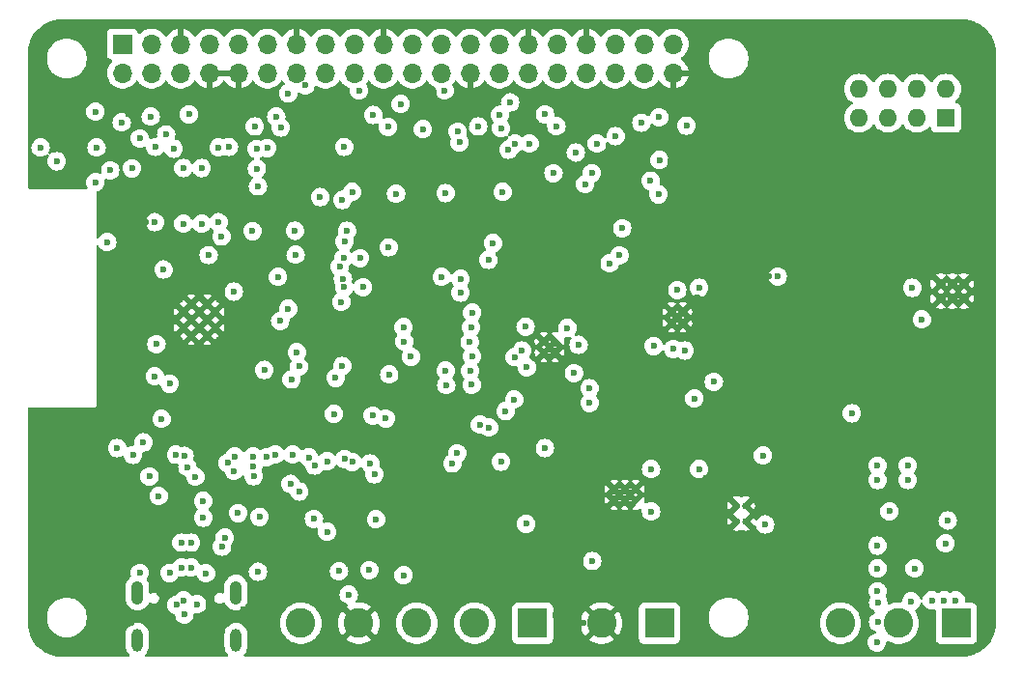
<source format=gbr>
%TF.GenerationSoftware,KiCad,Pcbnew,7.0.1*%
%TF.CreationDate,2024-03-07T06:40:02+01:00*%
%TF.ProjectId,AnthC,416e7468-432e-46b6-9963-61645f706362,M2-R4*%
%TF.SameCoordinates,Original*%
%TF.FileFunction,Copper,L3,Inr*%
%TF.FilePolarity,Positive*%
%FSLAX46Y46*%
G04 Gerber Fmt 4.6, Leading zero omitted, Abs format (unit mm)*
G04 Created by KiCad (PCBNEW 7.0.1) date 2024-03-07 06:40:02*
%MOMM*%
%LPD*%
G01*
G04 APERTURE LIST*
%TA.AperFunction,ComponentPad*%
%ADD10C,0.800000*%
%TD*%
%TA.AperFunction,ComponentPad*%
%ADD11C,0.600000*%
%TD*%
%TA.AperFunction,ComponentPad*%
%ADD12R,1.700000X1.700000*%
%TD*%
%TA.AperFunction,ComponentPad*%
%ADD13O,1.700000X1.700000*%
%TD*%
%TA.AperFunction,ComponentPad*%
%ADD14O,1.000000X2.000000*%
%TD*%
%TA.AperFunction,ComponentPad*%
%ADD15O,1.050000X2.100000*%
%TD*%
%TA.AperFunction,ComponentPad*%
%ADD16R,1.600000X1.600000*%
%TD*%
%TA.AperFunction,ComponentPad*%
%ADD17O,1.600000X1.600000*%
%TD*%
%TA.AperFunction,ComponentPad*%
%ADD18R,2.600000X2.600000*%
%TD*%
%TA.AperFunction,ComponentPad*%
%ADD19C,2.600000*%
%TD*%
%TA.AperFunction,ViaPad*%
%ADD20C,0.600000*%
%TD*%
G04 APERTURE END LIST*
D10*
%TO.N,GND*%
%TO.C,U1*%
X260100000Y-119550000D03*
X261100000Y-119550000D03*
X262100000Y-119550000D03*
X260100000Y-118250000D03*
X261100000Y-118250000D03*
X262100000Y-118250000D03*
%TD*%
D11*
%TO.N,GND*%
%TO.C,U6*%
X194410000Y-122800000D03*
X195810000Y-122800000D03*
X193710000Y-122100000D03*
X195110000Y-122100000D03*
X196510000Y-122100000D03*
X194410000Y-121400000D03*
X195810000Y-121400000D03*
X193710000Y-120700000D03*
X195110000Y-120700000D03*
X196510000Y-120700000D03*
X194410000Y-120000000D03*
X195810000Y-120000000D03*
%TD*%
%TO.N,GND*%
%TO.C,U9*%
X225300000Y-123300000D03*
X225300000Y-124300000D03*
X225800000Y-123800000D03*
X226300000Y-123300000D03*
X226300000Y-124300000D03*
%TD*%
%TO.N,GND*%
%TO.C,U2*%
X233340000Y-136250000D03*
X232400000Y-136250000D03*
X231460000Y-136250000D03*
X233340000Y-137250000D03*
X232400000Y-137250000D03*
X231460000Y-137250000D03*
%TD*%
%TO.N,GND*%
%TO.C,U10*%
X237500000Y-120700000D03*
X236500000Y-120700000D03*
X237500000Y-121700000D03*
X236500000Y-121700000D03*
%TD*%
%TO.N,GND*%
%TO.C,U12*%
X242200000Y-137700000D03*
X242200000Y-139100000D03*
X243000000Y-137700000D03*
X243000000Y-139100000D03*
%TD*%
D12*
%TO.N,+5V*%
%TO.C,J3*%
X188372600Y-97232300D03*
D13*
%TO.N,+3V3*%
X188372600Y-99772300D03*
%TO.N,+5V*%
X190912600Y-97232300D03*
%TO.N,/SDA*%
X190912600Y-99772300D03*
%TO.N,GND*%
X193452600Y-97232300D03*
%TO.N,/SCL*%
X193452600Y-99772300D03*
%TO.N,/TX0*%
X195992600Y-97232300D03*
%TO.N,GND*%
X195992600Y-99772300D03*
%TO.N,/RX0*%
X198532600Y-97232300D03*
%TO.N,GND*%
X198532600Y-99772300D03*
%TO.N,/GPIO1*%
X201072600Y-97232300D03*
%TO.N,/RESET*%
X201072600Y-99772300D03*
%TO.N,GND*%
X203612600Y-97232300D03*
%TO.N,/GPIO0*%
X203612600Y-99772300D03*
%TO.N,/GPIO2*%
X206152600Y-97232300D03*
%TO.N,/DI3*%
X206152600Y-99772300D03*
%TO.N,/DI4*%
X208692600Y-97232300D03*
%TO.N,+3V3*%
X208692600Y-99772300D03*
%TO.N,GND*%
X211232600Y-97232300D03*
%TO.N,/MOSI*%
X211232600Y-99772300D03*
%TO.N,/DI1*%
X213772600Y-97232300D03*
%TO.N,/MISO*%
X213772600Y-99772300D03*
%TO.N,/DI2*%
X216312600Y-97232300D03*
%TO.N,/SCK*%
X216312600Y-99772300D03*
%TO.N,/CS*%
X218852600Y-97232300D03*
%TO.N,GND*%
X218852600Y-99772300D03*
%TO.N,/COM*%
X221392600Y-97232300D03*
%TO.N,/O1*%
X221392600Y-99772300D03*
%TO.N,GND*%
X223932600Y-97232300D03*
%TO.N,/O2*%
X223932600Y-99772300D03*
%TO.N,/O3*%
X226472600Y-97232300D03*
%TO.N,/O4*%
X226472600Y-99772300D03*
%TO.N,GND*%
X229012600Y-97232300D03*
%TO.N,/O5*%
X229012600Y-99772300D03*
%TO.N,/O6*%
X231552600Y-97232300D03*
%TO.N,/AIN4*%
X231552600Y-99772300D03*
%TO.N,/AIN1*%
X234092600Y-97232300D03*
%TO.N,/AIN3*%
X234092600Y-99772300D03*
%TO.N,/AIN2*%
X236632600Y-97232300D03*
%TO.N,GND*%
X236632600Y-99772300D03*
%TD*%
D14*
%TO.N,Net-(J1-SHIELD-PadS1)*%
%TO.C,J1*%
X198320000Y-149500000D03*
%TO.N,Net-(J1-SHIELD-PadS2)*%
X189680000Y-149500000D03*
D15*
%TO.N,Net-(J1-SHIELD-PadS3)*%
X198320000Y-145320000D03*
%TO.N,Net-(J1-SHIELD-PadS4)*%
X189680000Y-145320000D03*
%TD*%
D16*
%TO.N,/AIN4*%
%TO.C,SW1*%
X260550000Y-103690000D03*
D17*
%TO.N,/AIN3*%
X258010000Y-103690000D03*
%TO.N,/AIN2*%
X255470000Y-103690000D03*
%TO.N,/AIN1*%
X252930000Y-103690000D03*
%TO.N,Net-(R28-Pad1)*%
X252930000Y-101150000D03*
%TO.N,Net-(R25-Pad1)*%
X255470000Y-101150000D03*
%TO.N,Net-(R26-Pad1)*%
X258010000Y-101150000D03*
%TO.N,Net-(R34-Pad1)*%
X260550000Y-101150000D03*
%TD*%
D18*
%TO.N,VDD*%
%TO.C,J5*%
X261460000Y-148000000D03*
D19*
%TO.N,/GND_IN*%
X256380000Y-148000000D03*
%TO.N,+5VD*%
X251300000Y-148000000D03*
%TD*%
D18*
%TO.N,+BATT*%
%TO.C,J6*%
X235445000Y-148000000D03*
D19*
%TO.N,GND*%
X230365000Y-148000000D03*
%TD*%
D18*
%TO.N,/A*%
%TO.C,J2*%
X224320000Y-148000000D03*
D19*
%TO.N,/B*%
X219240000Y-148000000D03*
%TO.N,/RX25*%
X214160000Y-148000000D03*
%TO.N,GND*%
X209080000Y-148000000D03*
%TO.N,/TX25*%
X204000000Y-148000000D03*
%TD*%
D20*
%TO.N,GND*%
X183000000Y-143000000D03*
X185000000Y-140000000D03*
X208800000Y-95400000D03*
X252300000Y-132400000D03*
X196300000Y-103400000D03*
X201000000Y-95400000D03*
X246000000Y-98000000D03*
X239100000Y-110000000D03*
X255800000Y-125600000D03*
X203690000Y-138710000D03*
X187200000Y-146000000D03*
X246000000Y-96000000D03*
X237000000Y-113600000D03*
X235000000Y-113600000D03*
X190150000Y-138700000D03*
X210650000Y-108350000D03*
X237000000Y-150500000D03*
X190450000Y-112850000D03*
X183000000Y-150500000D03*
X264000000Y-97000000D03*
X207000000Y-150500000D03*
X264000000Y-105000000D03*
X230250000Y-124425500D03*
X248950000Y-145300000D03*
X188475000Y-140875000D03*
X198000000Y-120900000D03*
X213625000Y-117075000D03*
X233000000Y-150500000D03*
X193300000Y-126000000D03*
X221000000Y-150500000D03*
X235000000Y-112000000D03*
X183000000Y-130000000D03*
X236621350Y-138491994D03*
X187000000Y-150500000D03*
X238750000Y-119450000D03*
X199950000Y-101300000D03*
X219000000Y-150500000D03*
X264500000Y-116000000D03*
X213000000Y-150500000D03*
X192000000Y-122000000D03*
X249300000Y-101500000D03*
X257900000Y-107500000D03*
X225000000Y-150500000D03*
X239091344Y-120082213D03*
X187400000Y-112650000D03*
X226314000Y-147320000D03*
X215101217Y-108348648D03*
X193300000Y-149700000D03*
X183000000Y-134000000D03*
X217950000Y-111550000D03*
X187000000Y-119500000D03*
X180500000Y-142000000D03*
X248950000Y-129800000D03*
X220100000Y-140000000D03*
X236400000Y-107500000D03*
X258800000Y-112000000D03*
X236600000Y-141000000D03*
X223700000Y-132500000D03*
X208000000Y-123100000D03*
X230100000Y-121850000D03*
X192618683Y-101418683D03*
X238700000Y-132500000D03*
X221350000Y-141800000D03*
X202700000Y-122900000D03*
X231210000Y-127390000D03*
X253100000Y-136000000D03*
X189800000Y-124200000D03*
X192400000Y-141300000D03*
X201000000Y-150500000D03*
X248000000Y-100000000D03*
X260600000Y-124700000D03*
X193400000Y-95400000D03*
X237000000Y-112000000D03*
X259400000Y-111650000D03*
X185000000Y-130000000D03*
X203600000Y-95400000D03*
X189725000Y-122100000D03*
X264500000Y-128000000D03*
X230250000Y-128000000D03*
X180500000Y-134000000D03*
X211200000Y-95400000D03*
X199000000Y-146800000D03*
X240900000Y-115200000D03*
X260800000Y-129200000D03*
X202900000Y-144400000D03*
X229000000Y-150500000D03*
X253746000Y-118872000D03*
X240200000Y-106000000D03*
X255600000Y-118200000D03*
X180500000Y-140000000D03*
X208000000Y-112450000D03*
X182400000Y-105400000D03*
X246900000Y-115200000D03*
X223500000Y-101500000D03*
X209000000Y-150500000D03*
X240725000Y-102625000D03*
X226875000Y-138200000D03*
X191000000Y-95400000D03*
X253600000Y-131400000D03*
X192000000Y-118300000D03*
X188400000Y-95400000D03*
X247900000Y-146350000D03*
X227000000Y-150500000D03*
X253050000Y-138450000D03*
X238650000Y-129800000D03*
X187000000Y-121500000D03*
X208500000Y-143400000D03*
X224700000Y-135200000D03*
X190950000Y-149650000D03*
X259500000Y-95500000D03*
X250700000Y-106325500D03*
X226200000Y-128400000D03*
X183000000Y-138000000D03*
X236650000Y-126074500D03*
X222875000Y-111700000D03*
X215000000Y-116400000D03*
X180500000Y-138000000D03*
X189125000Y-147975000D03*
X253746000Y-116078000D03*
X230000000Y-144000000D03*
X186000000Y-95400000D03*
X229350000Y-133400000D03*
X188900000Y-103400000D03*
X211836000Y-147320000D03*
X216100000Y-115425000D03*
X183000000Y-136000000D03*
X248000000Y-98000000D03*
X206200000Y-95400000D03*
X201930000Y-147320000D03*
X196700000Y-149650000D03*
X214400000Y-119000000D03*
X255778000Y-120904000D03*
X235000000Y-150500000D03*
X212000000Y-117000000D03*
X185000000Y-150500000D03*
X186900000Y-140000000D03*
X203050000Y-142100000D03*
X230700000Y-135300000D03*
X188900000Y-101400000D03*
X192700000Y-103400000D03*
X264500000Y-126000000D03*
X263800000Y-124500000D03*
X250675000Y-109025000D03*
X239100000Y-111500000D03*
X247400000Y-127000000D03*
X244094000Y-106934000D03*
X246888000Y-149606000D03*
X255600000Y-107500000D03*
X189725000Y-118275000D03*
X180500000Y-130000000D03*
X247904000Y-107188000D03*
X263144000Y-129286000D03*
X212575000Y-136325000D03*
X183000000Y-142000000D03*
X231000000Y-150500000D03*
X203000000Y-150500000D03*
X252222000Y-120904000D03*
X187000000Y-117500000D03*
X263200000Y-125500000D03*
X223000000Y-150500000D03*
X231750000Y-124450000D03*
X217000000Y-150500000D03*
X250250000Y-128874500D03*
X228750000Y-148000000D03*
X186050000Y-130750000D03*
X240900000Y-110000000D03*
X219600000Y-101400000D03*
X264000000Y-101000000D03*
X264500000Y-132000000D03*
X264000000Y-103000000D03*
X221488000Y-147320000D03*
X224997857Y-106547415D03*
X196000000Y-95400000D03*
X251500000Y-95500000D03*
X234200000Y-95400000D03*
X233500000Y-113000000D03*
X198146921Y-141851913D03*
X203672456Y-103415814D03*
X180400000Y-105000000D03*
X227000000Y-141200000D03*
X236600000Y-95400000D03*
X226400000Y-95400000D03*
X233800000Y-106900000D03*
X232200000Y-141600000D03*
X200900000Y-147900000D03*
X192500000Y-125000000D03*
X180500000Y-146500000D03*
X229000000Y-95400000D03*
X264000000Y-107000000D03*
X247750000Y-125000000D03*
X254500000Y-95500000D03*
X264500000Y-118000000D03*
X231600000Y-95400000D03*
X211950000Y-144500000D03*
X213625000Y-115425000D03*
X185000000Y-134000000D03*
X189725000Y-120100000D03*
X185000000Y-132000000D03*
X252950000Y-96200000D03*
X246888000Y-147320000D03*
X220450000Y-142700000D03*
X223144500Y-118440000D03*
X250550000Y-102650000D03*
X252222000Y-118872000D03*
X183000000Y-140000000D03*
X186900000Y-142000000D03*
X251206000Y-112522000D03*
X216700000Y-129700000D03*
X239550000Y-135250000D03*
X195500000Y-141200000D03*
X248000000Y-96000000D03*
X226600000Y-101400000D03*
X236330000Y-105380000D03*
X210100000Y-121000000D03*
X227000000Y-139700000D03*
X241200000Y-132300000D03*
X189050000Y-112750000D03*
X198600000Y-95400000D03*
X207800000Y-103400000D03*
X191800000Y-140900000D03*
X187400000Y-127050000D03*
X202700000Y-140350000D03*
X192000000Y-120100000D03*
X215000000Y-150500000D03*
X264000000Y-99000000D03*
X240000000Y-118200000D03*
X215650000Y-101450000D03*
X181500000Y-149000000D03*
X223144500Y-119590000D03*
X255450000Y-96200000D03*
X185000000Y-136000000D03*
X218000000Y-116200000D03*
X240900000Y-111500000D03*
X186900000Y-138000000D03*
X259100000Y-114300000D03*
X264500000Y-130000000D03*
X253050000Y-141700000D03*
X248920000Y-118872000D03*
X216662000Y-147320000D03*
X206502000Y-147320000D03*
X237000000Y-110000000D03*
X201379843Y-142088322D03*
X210600000Y-115800000D03*
X253000000Y-125500000D03*
X223144500Y-120390000D03*
X205009500Y-135730000D03*
X262000000Y-95500000D03*
X180500000Y-136000000D03*
X183000000Y-132000000D03*
X226200000Y-129900000D03*
X241025000Y-123625000D03*
X256500000Y-95500000D03*
X231000000Y-101400000D03*
X187000000Y-125500000D03*
X246000000Y-100000000D03*
X216700000Y-128400000D03*
X211000000Y-150500000D03*
X228600000Y-121900000D03*
X194000000Y-125000000D03*
X181200000Y-143000000D03*
X187000000Y-123500000D03*
X252500000Y-145400000D03*
X204693767Y-141656233D03*
X205000000Y-150500000D03*
X180500000Y-132000000D03*
X193050000Y-136950000D03*
X185000000Y-138000000D03*
X242050000Y-129000000D03*
X241400000Y-118200000D03*
X219824500Y-108286151D03*
X222250000Y-142750000D03*
X245000000Y-117600000D03*
X252222000Y-116078000D03*
X185000000Y-142000000D03*
X261000000Y-115200000D03*
X253746000Y-120904000D03*
X211800000Y-101300000D03*
X180500000Y-144000000D03*
%TO.N,+3V3*%
X202250000Y-104550000D03*
X210000000Y-143350000D03*
X240200000Y-126850000D03*
X202900000Y-101550000D03*
X225400000Y-132650000D03*
X191962000Y-117000000D03*
X186000000Y-109350000D03*
X206300000Y-140000000D03*
X205150000Y-138850000D03*
X203500000Y-113600000D03*
X201050000Y-106350000D03*
X200150000Y-108150000D03*
X198500000Y-138350000D03*
X186000000Y-103150000D03*
X187900000Y-132650000D03*
X191550000Y-136850000D03*
X187300000Y-108300000D03*
X187037500Y-114587500D03*
X195925000Y-115725000D03*
X195450000Y-138750000D03*
X199775000Y-113625000D03*
X186100354Y-106300353D03*
X217700000Y-133100000D03*
X208050000Y-113600000D03*
%TO.N,+5V*%
X208200000Y-145500000D03*
X221950000Y-129425000D03*
X223750000Y-139300000D03*
X220493767Y-130856233D03*
X181200000Y-106300000D03*
X222731233Y-124668767D03*
X217300000Y-134000000D03*
X197350000Y-140500000D03*
X195450000Y-137300000D03*
X207350000Y-143450000D03*
%TO.N,/RESET*%
X190200000Y-132150000D03*
X191350000Y-123550000D03*
X210300000Y-129800000D03*
X199950000Y-104450000D03*
X191200000Y-126350000D03*
X197590000Y-133954500D03*
%TO.N,/GPIO0*%
X202000000Y-117650000D03*
X207650000Y-125450000D03*
X201850000Y-103600000D03*
X203650000Y-124250000D03*
X200250000Y-109700000D03*
%TO.N,/CS*%
X225400000Y-103400000D03*
X197700000Y-106250000D03*
%TO.N,/DP*%
X194387500Y-143126181D03*
X193800000Y-147250000D03*
X203110000Y-135790000D03*
X194387500Y-140941682D03*
X193100000Y-146400000D03*
%TO.N,/DTR*%
X211750000Y-126200000D03*
X207050000Y-126500000D03*
%TO.N,Net-(BT1-+)*%
X238500000Y-128300000D03*
%TO.N,/SDA*%
X203550000Y-115700000D03*
X189900000Y-105500000D03*
X195300000Y-108100000D03*
X195314368Y-112985632D03*
X229300000Y-127400000D03*
X209200000Y-116000000D03*
X192200000Y-105150500D03*
X207750000Y-116000000D03*
%TO.N,/SCL*%
X229300000Y-128700000D03*
X202900000Y-120450000D03*
X193700000Y-112975000D03*
X193700000Y-108100000D03*
X188300000Y-104100000D03*
X209450000Y-118550000D03*
X190850000Y-103600000D03*
X207800000Y-118550000D03*
%TO.N,/MISO*%
X232175000Y-113375000D03*
X221550000Y-104600000D03*
X200125000Y-106425000D03*
X212750000Y-102500000D03*
X229950000Y-105950000D03*
X228106233Y-106743767D03*
X237650000Y-124100000D03*
%TO.N,/SCK*%
X231075000Y-116450000D03*
X222200000Y-106500000D03*
X207800000Y-106250000D03*
X234924500Y-123700000D03*
X214700000Y-104700000D03*
X217900000Y-105850000D03*
X211650000Y-104500000D03*
X226150000Y-108550000D03*
%TO.N,/MOSI*%
X192850000Y-106400000D03*
X236650000Y-123950000D03*
X217750000Y-104900000D03*
X209100000Y-101300000D03*
X231925000Y-115750000D03*
X222793767Y-105956233D03*
X224050000Y-105956233D03*
X210350000Y-103450000D03*
%TO.N,VBUS*%
X197100000Y-141300000D03*
%TO.N,Net-(U1-BOOT)*%
X258425000Y-121375000D03*
X257600000Y-118600000D03*
%TO.N,/RX25*%
X199865500Y-135110000D03*
X213000000Y-143800000D03*
%TO.N,Net-(U10-REFIN+)*%
X245800000Y-117600000D03*
X238900000Y-118600000D03*
%TO.N,/AN1*%
X222700000Y-128400000D03*
X237000000Y-118800000D03*
%TO.N,Net-(U12-FB)*%
X244500000Y-133300000D03*
X244700000Y-139350000D03*
%TO.N,/BAT_LEVEL*%
X211450000Y-130050000D03*
X221550000Y-133850000D03*
X229550000Y-142550000D03*
X200800000Y-125800000D03*
%TO.N,/AIN1*%
X223400000Y-124100000D03*
X235400000Y-103650000D03*
X235425000Y-107400000D03*
%TO.N,/AIN2*%
X237800000Y-104380000D03*
X223700000Y-122000000D03*
%TO.N,/COM*%
X220450000Y-116150000D03*
X222350000Y-102350000D03*
X218000000Y-119025000D03*
X226400000Y-104425000D03*
X218000000Y-117825500D03*
%TO.N,/DN*%
X193537500Y-140941682D03*
X194900000Y-146350000D03*
X193537500Y-143126181D03*
X193750000Y-146000000D03*
X203860000Y-136460000D03*
%TO.N,VDD*%
X259300000Y-146000000D03*
X260400000Y-146000000D03*
X261400000Y-146000000D03*
X260500000Y-141000000D03*
%TO.N,Net-(D14-A)*%
X255600000Y-138200000D03*
X260700000Y-139000000D03*
%TO.N,Net-(J1-GND-PadA1{slash}B12)*%
X200250000Y-143500000D03*
%TO.N,Net-(J1-SBU1)*%
X192500000Y-143600000D03*
%TO.N,Net-(J1-GND-PadB1{slash}A12)*%
X189900000Y-143600000D03*
%TO.N,Net-(J1-SBU2)*%
X195700500Y-143641910D03*
%TO.N,Net-(U6-IO4)*%
X191800000Y-130100000D03*
X190750000Y-135150000D03*
%TO.N,Net-(U6-IO5)*%
X192500000Y-127000000D03*
X194765000Y-135175000D03*
%TO.N,Net-(U6-IO13)*%
X223800000Y-125574500D03*
X227943115Y-126074500D03*
%TO.N,/GND_IN*%
X254550000Y-135450000D03*
X257800000Y-143200000D03*
X254550000Y-141200000D03*
X254550000Y-134200000D03*
X254550000Y-143200000D03*
X257500000Y-146100000D03*
X254500000Y-149700000D03*
X254550000Y-145200000D03*
X254600000Y-147900000D03*
X257200000Y-135450000D03*
X254600000Y-146200000D03*
X257200000Y-134200000D03*
%TO.N,Net-(U6-IO47)*%
X205700000Y-110650000D03*
X207650000Y-110900000D03*
%TO.N,Net-(U6-IO46)*%
X203850000Y-125500000D03*
X210600000Y-138900000D03*
X199830000Y-134290000D03*
X198150000Y-134650000D03*
%TO.N,/O2*%
X218925000Y-122050000D03*
X221450000Y-103450000D03*
%TO.N,/O1*%
X219550000Y-104450000D03*
X219025000Y-120775000D03*
%TO.N,/O5*%
X229500000Y-108550000D03*
X218850000Y-125900000D03*
%TO.N,/O4*%
X219000000Y-124600000D03*
X228925500Y-109500000D03*
%TO.N,/GPIO2*%
X204395563Y-100850500D03*
%TO.N,/DI2*%
X216600000Y-101300000D03*
%TO.N,/O6*%
X218975000Y-127100000D03*
X233850000Y-104125000D03*
%TO.N,/O3*%
X231600000Y-105300000D03*
X218800000Y-123320000D03*
%TO.N,/I3*%
X211700000Y-115050000D03*
X189299500Y-133250000D03*
X212350000Y-110350000D03*
X207850000Y-114550000D03*
%TO.N,/I4*%
X194070000Y-134330000D03*
X208500000Y-110200000D03*
%TO.N,/I2*%
X216350000Y-117650000D03*
X207700000Y-117800000D03*
X216700000Y-110300000D03*
X193817088Y-133337939D03*
%TO.N,/I1*%
X207400000Y-116750000D03*
X193074500Y-133236361D03*
X220850000Y-114675000D03*
X221700000Y-110200000D03*
%TO.N,/OC4*%
X213650000Y-124650000D03*
X203294253Y-133206447D03*
%TO.N,/OC5*%
X216700000Y-125860000D03*
X204700000Y-133460000D03*
%TO.N,/OC6*%
X206310000Y-133810000D03*
X216750000Y-127130000D03*
%TO.N,/OC3*%
X201750000Y-133220000D03*
X213050000Y-123300000D03*
%TO.N,/OC2*%
X198220000Y-133380000D03*
X213000000Y-122050000D03*
%TO.N,/AIN4*%
X235350000Y-110400000D03*
X228350000Y-123600000D03*
%TO.N,/TX0*%
X194200000Y-103400000D03*
X182600000Y-107500000D03*
%TO.N,/RX0*%
X202200000Y-121500000D03*
X198137500Y-118937500D03*
X197056233Y-114100000D03*
X207550000Y-119839500D03*
X196800000Y-106300000D03*
X196800000Y-112850000D03*
%TO.N,/TX1_3V3*%
X199817648Y-133400114D03*
X200389621Y-138679142D03*
%TO.N,/RX0_3V3*%
X207827245Y-133602114D03*
X191250000Y-106250000D03*
X203181233Y-126631233D03*
X219700000Y-130600000D03*
X210450000Y-134950000D03*
X206900000Y-129650000D03*
X191200000Y-112850000D03*
%TO.N,/TX0_3V3*%
X208525500Y-133874500D03*
X210100000Y-134000000D03*
X205211233Y-134188767D03*
X189200000Y-108125500D03*
X201014500Y-133450000D03*
%TO.N,/AIN3*%
X227375000Y-122125000D03*
X234660000Y-109210000D03*
%TO.N,VDDF*%
X252300000Y-129600000D03*
X238900000Y-134500000D03*
%TO.N,Net-(Q10-G)*%
X234697680Y-138207680D03*
X234700000Y-134500000D03*
%TD*%
%TA.AperFunction,Conductor*%
%TO.N,GND*%
G36*
X262003525Y-95075697D02*
G01*
X262320377Y-95093492D01*
X262334415Y-95095074D01*
X262643790Y-95147638D01*
X262657552Y-95150779D01*
X262959105Y-95237655D01*
X262972436Y-95242320D01*
X263262366Y-95362413D01*
X263275076Y-95368534D01*
X263549733Y-95520331D01*
X263561692Y-95527845D01*
X263817626Y-95709440D01*
X263828673Y-95718250D01*
X264062657Y-95927351D01*
X264072648Y-95937342D01*
X264281749Y-96171326D01*
X264290559Y-96182373D01*
X264472154Y-96438307D01*
X264479671Y-96450271D01*
X264556059Y-96588486D01*
X264631458Y-96724909D01*
X264637589Y-96737640D01*
X264757678Y-97027560D01*
X264762345Y-97040897D01*
X264849218Y-97342439D01*
X264852362Y-97356215D01*
X264904925Y-97665585D01*
X264906507Y-97679625D01*
X264924302Y-97996474D01*
X264924500Y-98003539D01*
X264924500Y-147996461D01*
X264924302Y-148003526D01*
X264906507Y-148320374D01*
X264904925Y-148334414D01*
X264852362Y-148643784D01*
X264849218Y-148657560D01*
X264762345Y-148959102D01*
X264757678Y-148972439D01*
X264637589Y-149262359D01*
X264631458Y-149275090D01*
X264479671Y-149549728D01*
X264472154Y-149561692D01*
X264290559Y-149817626D01*
X264281749Y-149828673D01*
X264072648Y-150062657D01*
X264062657Y-150072648D01*
X263828673Y-150281749D01*
X263817626Y-150290559D01*
X263561692Y-150472154D01*
X263549728Y-150479671D01*
X263275090Y-150631458D01*
X263262359Y-150637589D01*
X262972439Y-150757678D01*
X262959102Y-150762345D01*
X262657560Y-150849218D01*
X262643784Y-150852362D01*
X262334414Y-150904925D01*
X262320374Y-150906507D01*
X262003526Y-150924302D01*
X261996461Y-150924500D01*
X243027480Y-150924500D01*
X199132328Y-150924500D01*
X199064918Y-150904952D01*
X199018425Y-150852372D01*
X199007276Y-150783076D01*
X199034929Y-150718567D01*
X199162593Y-150563007D01*
X199188993Y-150513616D01*
X199256241Y-150387804D01*
X199313908Y-150197701D01*
X199327209Y-150062657D01*
X199328500Y-150049550D01*
X199328500Y-148950450D01*
X199313908Y-148802298D01*
X199283510Y-148702091D01*
X199256241Y-148612196D01*
X199162595Y-148436996D01*
X199162593Y-148436992D01*
X199036568Y-148283431D01*
X198883007Y-148157406D01*
X198707802Y-148063758D01*
X198517701Y-148006091D01*
X198455859Y-148000000D01*
X202186429Y-148000000D01*
X202206685Y-148270300D01*
X202267001Y-148534560D01*
X202366029Y-148786880D01*
X202501557Y-149021621D01*
X202670554Y-149233538D01*
X202670557Y-149233540D01*
X202670558Y-149233542D01*
X202869257Y-149417907D01*
X203093215Y-149570599D01*
X203219819Y-149631568D01*
X203337427Y-149688206D01*
X203375663Y-149700000D01*
X203596442Y-149768101D01*
X203864472Y-149808500D01*
X204135526Y-149808500D01*
X204135528Y-149808500D01*
X204403558Y-149768101D01*
X204662572Y-149688206D01*
X204906786Y-149570599D01*
X205088434Y-149446753D01*
X207992455Y-149446753D01*
X208173467Y-149570166D01*
X208417610Y-149687739D01*
X208676551Y-149767611D01*
X208944511Y-149808000D01*
X209215489Y-149808000D01*
X209483448Y-149767611D01*
X209742389Y-149687739D01*
X209986532Y-149570166D01*
X210167544Y-149446753D01*
X209080001Y-148359210D01*
X209079999Y-148359210D01*
X207992455Y-149446752D01*
X207992455Y-149446753D01*
X205088434Y-149446753D01*
X205130743Y-149417907D01*
X205329442Y-149233542D01*
X205498443Y-149021621D01*
X205633971Y-148786879D01*
X205732999Y-148534559D01*
X205793315Y-148270299D01*
X205813571Y-148000000D01*
X207266930Y-148000000D01*
X207287180Y-148270225D01*
X207347480Y-148534413D01*
X207446480Y-148786663D01*
X207581971Y-149021339D01*
X207634091Y-149086696D01*
X207634093Y-149086696D01*
X208720790Y-148000001D01*
X209439210Y-148000001D01*
X210525906Y-149086697D01*
X210525907Y-149086696D01*
X210578028Y-149021340D01*
X210713519Y-148786663D01*
X210812519Y-148534413D01*
X210872819Y-148270225D01*
X210893069Y-148000000D01*
X212346429Y-148000000D01*
X212366685Y-148270300D01*
X212427001Y-148534560D01*
X212526029Y-148786880D01*
X212661557Y-149021621D01*
X212830554Y-149233538D01*
X212830557Y-149233540D01*
X212830558Y-149233542D01*
X213029257Y-149417907D01*
X213253215Y-149570599D01*
X213379819Y-149631568D01*
X213497427Y-149688206D01*
X213535663Y-149700000D01*
X213756442Y-149768101D01*
X214024472Y-149808500D01*
X214295526Y-149808500D01*
X214295528Y-149808500D01*
X214563558Y-149768101D01*
X214822572Y-149688206D01*
X215066786Y-149570599D01*
X215290743Y-149417907D01*
X215489442Y-149233542D01*
X215658443Y-149021621D01*
X215793971Y-148786879D01*
X215892999Y-148534559D01*
X215953315Y-148270299D01*
X215973571Y-148000000D01*
X217426429Y-148000000D01*
X217446685Y-148270300D01*
X217507001Y-148534560D01*
X217606029Y-148786880D01*
X217741557Y-149021621D01*
X217910554Y-149233538D01*
X217910557Y-149233540D01*
X217910558Y-149233542D01*
X218109257Y-149417907D01*
X218333215Y-149570599D01*
X218459819Y-149631568D01*
X218577427Y-149688206D01*
X218615663Y-149700000D01*
X218836442Y-149768101D01*
X219104472Y-149808500D01*
X219375526Y-149808500D01*
X219375528Y-149808500D01*
X219643558Y-149768101D01*
X219902572Y-149688206D01*
X220146786Y-149570599D01*
X220370743Y-149417907D01*
X220445398Y-149348638D01*
X222511500Y-149348638D01*
X222518011Y-149409201D01*
X222521259Y-149417909D01*
X222569111Y-149546205D01*
X222656738Y-149663261D01*
X222773794Y-149750888D01*
X222773795Y-149750888D01*
X222773796Y-149750889D01*
X222910799Y-149801989D01*
X222971362Y-149808500D01*
X225668638Y-149808500D01*
X225729201Y-149801989D01*
X225866204Y-149750889D01*
X225983261Y-149663261D01*
X226070889Y-149546204D01*
X226107983Y-149446753D01*
X229277455Y-149446753D01*
X229458467Y-149570166D01*
X229702610Y-149687739D01*
X229961551Y-149767611D01*
X230229511Y-149808000D01*
X230500489Y-149808000D01*
X230768448Y-149767611D01*
X231027389Y-149687739D01*
X231271532Y-149570166D01*
X231452544Y-149446753D01*
X231354429Y-149348638D01*
X233636500Y-149348638D01*
X233643011Y-149409201D01*
X233646259Y-149417909D01*
X233694111Y-149546205D01*
X233781738Y-149663261D01*
X233898794Y-149750888D01*
X233898795Y-149750888D01*
X233898796Y-149750889D01*
X234035799Y-149801989D01*
X234096362Y-149808500D01*
X236793638Y-149808500D01*
X236854201Y-149801989D01*
X236991204Y-149750889D01*
X237108261Y-149663261D01*
X237195889Y-149546204D01*
X237246989Y-149409201D01*
X237253500Y-149348638D01*
X237253500Y-147631182D01*
X239749500Y-147631182D01*
X239788604Y-147890615D01*
X239788605Y-147890618D01*
X239865936Y-148141323D01*
X239979772Y-148377704D01*
X240127563Y-148594474D01*
X240127565Y-148594476D01*
X240127567Y-148594479D01*
X240306019Y-148786805D01*
X240511143Y-148950386D01*
X240738357Y-149081568D01*
X240982584Y-149177420D01*
X241238370Y-149235802D01*
X241434506Y-149250500D01*
X241565489Y-149250500D01*
X241565494Y-149250500D01*
X241761630Y-149235802D01*
X242017416Y-149177420D01*
X242261643Y-149081568D01*
X242488857Y-148950386D01*
X242693981Y-148786805D01*
X242872433Y-148594479D01*
X243020228Y-148377704D01*
X243134063Y-148141323D01*
X243177655Y-148000000D01*
X249486429Y-148000000D01*
X249506685Y-148270300D01*
X249567001Y-148534560D01*
X249666029Y-148786880D01*
X249801557Y-149021621D01*
X249970554Y-149233538D01*
X249970557Y-149233540D01*
X249970558Y-149233542D01*
X250169257Y-149417907D01*
X250393215Y-149570599D01*
X250519819Y-149631568D01*
X250637427Y-149688206D01*
X250675663Y-149700000D01*
X250896442Y-149768101D01*
X251164472Y-149808500D01*
X251435526Y-149808500D01*
X251435528Y-149808500D01*
X251703558Y-149768101D01*
X251924337Y-149700000D01*
X253686384Y-149700000D01*
X253706783Y-149881049D01*
X253766956Y-150053014D01*
X253863889Y-150207282D01*
X253992717Y-150336110D01*
X254146985Y-150433043D01*
X254318953Y-150493217D01*
X254500000Y-150513616D01*
X254681047Y-150493217D01*
X254853015Y-150433043D01*
X255007281Y-150336111D01*
X255136111Y-150207281D01*
X255233043Y-150053015D01*
X255293217Y-149881047D01*
X255313616Y-149700000D01*
X255313615Y-149699997D01*
X255315205Y-149685893D01*
X255318027Y-149686211D01*
X255324759Y-149642894D01*
X255366855Y-149591590D01*
X255429180Y-149568791D01*
X255494444Y-149580823D01*
X255717427Y-149688206D01*
X255755663Y-149700000D01*
X255976442Y-149768101D01*
X256244472Y-149808500D01*
X256515526Y-149808500D01*
X256515528Y-149808500D01*
X256783558Y-149768101D01*
X257042572Y-149688206D01*
X257286786Y-149570599D01*
X257510743Y-149417907D01*
X257709442Y-149233542D01*
X257878443Y-149021621D01*
X258013971Y-148786879D01*
X258112999Y-148534559D01*
X258173315Y-148270299D01*
X258193571Y-148000000D01*
X258173315Y-147729701D01*
X258112999Y-147465441D01*
X258013971Y-147213121D01*
X258002479Y-147193217D01*
X257873722Y-146970202D01*
X257875655Y-146969085D01*
X257853954Y-146916700D01*
X257865638Y-146847921D01*
X257912123Y-146795902D01*
X258007281Y-146736111D01*
X258136111Y-146607281D01*
X258233043Y-146453015D01*
X258293217Y-146281047D01*
X258293216Y-146281047D01*
X258297906Y-146267647D01*
X258301355Y-146268854D01*
X258316888Y-146230101D01*
X258370225Y-146189471D01*
X258436851Y-146181954D01*
X258497900Y-146209676D01*
X258536085Y-146264789D01*
X258566957Y-146353015D01*
X258663889Y-146507282D01*
X258792717Y-146636110D01*
X258899194Y-146703014D01*
X258946985Y-146733043D01*
X259118953Y-146793217D01*
X259300000Y-146813616D01*
X259481047Y-146793217D01*
X259483885Y-146792223D01*
X259543113Y-146786390D01*
X259598412Y-146808392D01*
X259637444Y-146853321D01*
X259651500Y-146911153D01*
X259651500Y-149348638D01*
X259658011Y-149409201D01*
X259661259Y-149417909D01*
X259709111Y-149546205D01*
X259796738Y-149663261D01*
X259913794Y-149750888D01*
X259913795Y-149750888D01*
X259913796Y-149750889D01*
X260050799Y-149801989D01*
X260111362Y-149808500D01*
X262808638Y-149808500D01*
X262869201Y-149801989D01*
X263006204Y-149750889D01*
X263123261Y-149663261D01*
X263210889Y-149546204D01*
X263261989Y-149409201D01*
X263268500Y-149348638D01*
X263268500Y-146651362D01*
X263261989Y-146590799D01*
X263210889Y-146453796D01*
X263210888Y-146453794D01*
X263123261Y-146336738D01*
X263006205Y-146249111D01*
X262909910Y-146213195D01*
X262869201Y-146198011D01*
X262808638Y-146191500D01*
X262333033Y-146191500D01*
X262265997Y-146172187D01*
X262219511Y-146120169D01*
X262207825Y-146051393D01*
X262213616Y-146000000D01*
X262193217Y-145818953D01*
X262188971Y-145806820D01*
X262133043Y-145646985D01*
X262036110Y-145492717D01*
X261907282Y-145363889D01*
X261753014Y-145266956D01*
X261581049Y-145206783D01*
X261400000Y-145186384D01*
X261218950Y-145206783D01*
X261046988Y-145266955D01*
X261046984Y-145266957D01*
X261046985Y-145266957D01*
X260967034Y-145317193D01*
X260900000Y-145336505D01*
X260832965Y-145317193D01*
X260753015Y-145266957D01*
X260753013Y-145266956D01*
X260753011Y-145266955D01*
X260581049Y-145206783D01*
X260400000Y-145186384D01*
X260218950Y-145206783D01*
X260046986Y-145266956D01*
X259917034Y-145348610D01*
X259849999Y-145367922D01*
X259782963Y-145348609D01*
X259653014Y-145266956D01*
X259481049Y-145206783D01*
X259300000Y-145186384D01*
X259118950Y-145206783D01*
X258946985Y-145266956D01*
X258792717Y-145363889D01*
X258663889Y-145492717D01*
X258566956Y-145646985D01*
X258502094Y-145832353D01*
X258498646Y-145831146D01*
X258483087Y-145869929D01*
X258429747Y-145910538D01*
X258363129Y-145918042D01*
X258302091Y-145890316D01*
X258263914Y-145835209D01*
X258233043Y-145746985D01*
X258136110Y-145592717D01*
X258007282Y-145463889D01*
X257853014Y-145366956D01*
X257681049Y-145306783D01*
X257500000Y-145286384D01*
X257318950Y-145306783D01*
X257146985Y-145366956D01*
X256992717Y-145463889D01*
X256863889Y-145592717D01*
X256766956Y-145746985D01*
X256706783Y-145918950D01*
X256706783Y-145918953D01*
X256692289Y-146047596D01*
X256688039Y-146085314D01*
X256663270Y-146147285D01*
X256610324Y-146187913D01*
X256544054Y-146195799D01*
X256515529Y-146191500D01*
X256515528Y-146191500D01*
X256244472Y-146191500D01*
X255976442Y-146231899D01*
X255972733Y-146233043D01*
X255717427Y-146311793D01*
X255588268Y-146373994D01*
X255523008Y-146386026D01*
X255460686Y-146363232D01*
X255418588Y-146311935D01*
X255408391Y-146246367D01*
X255413616Y-146200000D01*
X255393217Y-146018953D01*
X255333043Y-145846985D01*
X255257806Y-145727247D01*
X255238494Y-145660211D01*
X255257807Y-145593176D01*
X255283043Y-145553015D01*
X255343217Y-145381047D01*
X255363616Y-145200000D01*
X255343217Y-145018953D01*
X255283043Y-144846985D01*
X255232757Y-144766956D01*
X255186110Y-144692717D01*
X255057282Y-144563889D01*
X254903014Y-144466956D01*
X254731049Y-144406783D01*
X254550000Y-144386384D01*
X254368950Y-144406783D01*
X254196985Y-144466956D01*
X254042717Y-144563889D01*
X253913889Y-144692717D01*
X253816956Y-144846985D01*
X253756783Y-145018950D01*
X253736384Y-145200000D01*
X253756783Y-145381049D01*
X253816955Y-145553011D01*
X253816956Y-145553013D01*
X253816957Y-145553015D01*
X253884313Y-145660211D01*
X253892192Y-145672750D01*
X253911504Y-145739785D01*
X253892193Y-145806820D01*
X253866955Y-145846986D01*
X253806783Y-146018950D01*
X253786384Y-146200000D01*
X253806783Y-146381049D01*
X253866956Y-146553014D01*
X253963889Y-146707282D01*
X254092717Y-146836110D01*
X254092719Y-146836111D01*
X254220975Y-146916700D01*
X254259006Y-146940596D01*
X254258060Y-146942100D01*
X254292739Y-146964993D01*
X254321915Y-147019214D01*
X254321915Y-147080786D01*
X254292739Y-147135007D01*
X254258060Y-147157899D01*
X254259006Y-147159404D01*
X254092717Y-147263889D01*
X253963889Y-147392717D01*
X253866956Y-147546985D01*
X253806783Y-147718950D01*
X253786384Y-147899999D01*
X253806783Y-148081049D01*
X253866956Y-148253014D01*
X253963889Y-148407282D01*
X254092717Y-148536110D01*
X254246985Y-148633043D01*
X254335209Y-148663914D01*
X254390316Y-148702091D01*
X254418042Y-148763129D01*
X254410538Y-148829747D01*
X254369929Y-148883087D01*
X254331146Y-148898646D01*
X254332353Y-148902094D01*
X254146985Y-148966956D01*
X253992717Y-149063889D01*
X253863889Y-149192717D01*
X253766956Y-149346985D01*
X253706783Y-149518950D01*
X253686384Y-149700000D01*
X251924337Y-149700000D01*
X251962572Y-149688206D01*
X252206786Y-149570599D01*
X252430743Y-149417907D01*
X252629442Y-149233542D01*
X252798443Y-149021621D01*
X252933971Y-148786879D01*
X253032999Y-148534559D01*
X253093315Y-148270299D01*
X253113571Y-148000000D01*
X253093315Y-147729701D01*
X253032999Y-147465441D01*
X252933971Y-147213121D01*
X252922479Y-147193217D01*
X252868927Y-147100462D01*
X252798443Y-146978379D01*
X252741744Y-146907281D01*
X252629445Y-146766461D01*
X252614954Y-146753015D01*
X252430743Y-146582093D01*
X252206786Y-146429401D01*
X252206785Y-146429400D01*
X252206783Y-146429399D01*
X251962572Y-146311793D01*
X251759358Y-146249111D01*
X251703558Y-146231899D01*
X251435528Y-146191500D01*
X251164472Y-146191500D01*
X250896442Y-146231899D01*
X250892733Y-146233043D01*
X250637427Y-146311793D01*
X250393214Y-146429401D01*
X250169260Y-146582090D01*
X249970554Y-146766461D01*
X249801557Y-146978378D01*
X249666029Y-147213119D01*
X249567001Y-147465439D01*
X249506685Y-147729699D01*
X249486429Y-148000000D01*
X243177655Y-148000000D01*
X243211396Y-147890615D01*
X243250500Y-147631182D01*
X243250500Y-147368818D01*
X243211396Y-147109385D01*
X243134063Y-146858677D01*
X243133391Y-146857282D01*
X243061155Y-146707282D01*
X243020228Y-146622296D01*
X242911785Y-146463239D01*
X242872436Y-146405525D01*
X242872434Y-146405523D01*
X242872433Y-146405521D01*
X242693981Y-146213195D01*
X242488857Y-146049614D01*
X242261643Y-145918432D01*
X242203914Y-145895775D01*
X242017417Y-145822580D01*
X241761631Y-145764198D01*
X241728940Y-145761748D01*
X241565494Y-145749500D01*
X241434506Y-145749500D01*
X241294408Y-145759998D01*
X241238368Y-145764198D01*
X240982582Y-145822580D01*
X240738356Y-145918432D01*
X240511146Y-146049612D01*
X240511143Y-146049614D01*
X240306019Y-146213195D01*
X240212842Y-146313616D01*
X240127563Y-146405525D01*
X239979772Y-146622295D01*
X239865936Y-146858676D01*
X239788605Y-147109381D01*
X239788604Y-147109385D01*
X239749500Y-147368818D01*
X239749500Y-147631182D01*
X237253500Y-147631182D01*
X237253500Y-146651362D01*
X237246989Y-146590799D01*
X237195889Y-146453796D01*
X237195888Y-146453794D01*
X237108261Y-146336738D01*
X236991205Y-146249111D01*
X236894910Y-146213195D01*
X236854201Y-146198011D01*
X236793638Y-146191500D01*
X234096362Y-146191500D01*
X234035799Y-146198011D01*
X233898794Y-146249111D01*
X233781738Y-146336738D01*
X233694111Y-146453794D01*
X233647288Y-146579331D01*
X233643011Y-146590799D01*
X233636500Y-146651362D01*
X233636500Y-149348638D01*
X231354429Y-149348638D01*
X230365001Y-148359210D01*
X230364999Y-148359210D01*
X229277455Y-149446752D01*
X229277455Y-149446753D01*
X226107983Y-149446753D01*
X226121989Y-149409201D01*
X226128500Y-149348638D01*
X226128500Y-148000000D01*
X228551930Y-148000000D01*
X228572180Y-148270225D01*
X228632480Y-148534413D01*
X228731480Y-148786663D01*
X228866971Y-149021339D01*
X228919091Y-149086696D01*
X228919093Y-149086696D01*
X230005790Y-148000001D01*
X230724210Y-148000001D01*
X231810906Y-149086697D01*
X231810907Y-149086696D01*
X231863028Y-149021340D01*
X231998519Y-148786663D01*
X232097519Y-148534413D01*
X232157819Y-148270225D01*
X232178069Y-148000000D01*
X232157819Y-147729774D01*
X232097519Y-147465586D01*
X231998519Y-147213336D01*
X231863028Y-146978660D01*
X231810907Y-146913302D01*
X231810905Y-146913302D01*
X230724210Y-147999999D01*
X230724210Y-148000001D01*
X230005790Y-148000001D01*
X230005790Y-147999999D01*
X228919093Y-146913302D01*
X228919091Y-146913302D01*
X228866971Y-146978660D01*
X228731480Y-147213336D01*
X228632480Y-147465586D01*
X228572180Y-147729774D01*
X228551930Y-148000000D01*
X226128500Y-148000000D01*
X226128500Y-146651362D01*
X226121989Y-146590799D01*
X226107982Y-146553246D01*
X229277455Y-146553246D01*
X230364999Y-147640790D01*
X230365001Y-147640790D01*
X231452543Y-146553246D01*
X231452543Y-146553244D01*
X231271535Y-146429835D01*
X231027389Y-146312260D01*
X230768448Y-146232388D01*
X230500489Y-146192000D01*
X230229511Y-146192000D01*
X229961551Y-146232388D01*
X229702610Y-146312260D01*
X229458465Y-146429835D01*
X229277455Y-146553244D01*
X229277455Y-146553246D01*
X226107982Y-146553246D01*
X226070889Y-146453796D01*
X226070888Y-146453794D01*
X225983261Y-146336738D01*
X225866205Y-146249111D01*
X225769910Y-146213195D01*
X225729201Y-146198011D01*
X225668638Y-146191500D01*
X222971362Y-146191500D01*
X222910799Y-146198011D01*
X222773794Y-146249111D01*
X222656738Y-146336738D01*
X222569111Y-146453794D01*
X222522288Y-146579331D01*
X222518011Y-146590799D01*
X222511500Y-146651362D01*
X222511500Y-149348638D01*
X220445398Y-149348638D01*
X220569442Y-149233542D01*
X220738443Y-149021621D01*
X220873971Y-148786879D01*
X220972999Y-148534559D01*
X221033315Y-148270299D01*
X221053571Y-148000000D01*
X221033315Y-147729701D01*
X220972999Y-147465441D01*
X220873971Y-147213121D01*
X220862479Y-147193217D01*
X220808927Y-147100462D01*
X220738443Y-146978379D01*
X220681744Y-146907281D01*
X220569445Y-146766461D01*
X220554954Y-146753015D01*
X220370743Y-146582093D01*
X220146786Y-146429401D01*
X220146785Y-146429400D01*
X220146783Y-146429399D01*
X219902572Y-146311793D01*
X219699358Y-146249111D01*
X219643558Y-146231899D01*
X219375528Y-146191500D01*
X219104472Y-146191500D01*
X218836442Y-146231899D01*
X218832733Y-146233043D01*
X218577427Y-146311793D01*
X218333214Y-146429401D01*
X218109260Y-146582090D01*
X217910554Y-146766461D01*
X217741557Y-146978378D01*
X217606029Y-147213119D01*
X217507001Y-147465439D01*
X217446685Y-147729699D01*
X217426429Y-148000000D01*
X215973571Y-148000000D01*
X215953315Y-147729701D01*
X215892999Y-147465441D01*
X215793971Y-147213121D01*
X215782479Y-147193217D01*
X215728927Y-147100462D01*
X215658443Y-146978379D01*
X215601744Y-146907281D01*
X215489445Y-146766461D01*
X215474954Y-146753015D01*
X215290743Y-146582093D01*
X215066786Y-146429401D01*
X215066785Y-146429400D01*
X215066783Y-146429399D01*
X214822572Y-146311793D01*
X214619358Y-146249111D01*
X214563558Y-146231899D01*
X214295528Y-146191500D01*
X214024472Y-146191500D01*
X213756442Y-146231899D01*
X213752733Y-146233043D01*
X213497427Y-146311793D01*
X213253214Y-146429401D01*
X213029260Y-146582090D01*
X212830554Y-146766461D01*
X212661557Y-146978378D01*
X212526029Y-147213119D01*
X212427001Y-147465439D01*
X212366685Y-147729699D01*
X212346429Y-148000000D01*
X210893069Y-148000000D01*
X210872819Y-147729774D01*
X210812519Y-147465586D01*
X210713519Y-147213336D01*
X210578028Y-146978660D01*
X210525907Y-146913302D01*
X210525905Y-146913302D01*
X209439210Y-147999999D01*
X209439210Y-148000001D01*
X208720790Y-148000001D01*
X208720790Y-147999999D01*
X207634093Y-146913302D01*
X207634091Y-146913302D01*
X207581971Y-146978660D01*
X207446480Y-147213336D01*
X207347480Y-147465586D01*
X207287180Y-147729774D01*
X207266930Y-148000000D01*
X205813571Y-148000000D01*
X205793315Y-147729701D01*
X205732999Y-147465441D01*
X205633971Y-147213121D01*
X205622479Y-147193217D01*
X205568927Y-147100462D01*
X205498443Y-146978379D01*
X205441744Y-146907281D01*
X205329445Y-146766461D01*
X205314954Y-146753015D01*
X205130743Y-146582093D01*
X204906786Y-146429401D01*
X204906785Y-146429400D01*
X204906783Y-146429399D01*
X204662572Y-146311793D01*
X204459358Y-146249111D01*
X204403558Y-146231899D01*
X204135528Y-146191500D01*
X203864472Y-146191500D01*
X203596442Y-146231899D01*
X203592733Y-146233043D01*
X203337427Y-146311793D01*
X203093214Y-146429401D01*
X202869260Y-146582090D01*
X202670554Y-146766461D01*
X202501557Y-146978378D01*
X202366029Y-147213119D01*
X202267001Y-147465439D01*
X202206685Y-147729699D01*
X202186429Y-148000000D01*
X198455859Y-148000000D01*
X198320000Y-147986619D01*
X198122298Y-148006091D01*
X197932197Y-148063758D01*
X197756992Y-148157406D01*
X197603431Y-148283431D01*
X197477406Y-148436992D01*
X197383758Y-148612197D01*
X197326091Y-148802298D01*
X197311500Y-148950450D01*
X197311500Y-150049550D01*
X197326091Y-150197701D01*
X197383758Y-150387802D01*
X197477406Y-150563007D01*
X197605071Y-150718567D01*
X197632724Y-150783076D01*
X197621575Y-150852372D01*
X197575082Y-150904952D01*
X197507672Y-150924500D01*
X190492328Y-150924500D01*
X190424918Y-150904952D01*
X190378425Y-150852372D01*
X190367276Y-150783076D01*
X190394929Y-150718567D01*
X190522593Y-150563007D01*
X190548993Y-150513616D01*
X190616241Y-150387804D01*
X190673908Y-150197701D01*
X190687209Y-150062657D01*
X190688500Y-150049550D01*
X190688500Y-148950450D01*
X190673908Y-148802298D01*
X190643510Y-148702091D01*
X190616241Y-148612196D01*
X190522595Y-148436996D01*
X190522593Y-148436992D01*
X190396568Y-148283431D01*
X190243007Y-148157406D01*
X190067802Y-148063758D01*
X189877701Y-148006091D01*
X189680000Y-147986619D01*
X189482298Y-148006091D01*
X189292197Y-148063758D01*
X189116992Y-148157406D01*
X188963431Y-148283431D01*
X188837406Y-148436992D01*
X188743758Y-148612197D01*
X188686091Y-148802298D01*
X188671500Y-148950450D01*
X188671500Y-150049550D01*
X188686091Y-150197701D01*
X188743758Y-150387802D01*
X188837406Y-150563007D01*
X188965071Y-150718567D01*
X188992724Y-150783076D01*
X188981575Y-150852372D01*
X188935082Y-150904952D01*
X188867672Y-150924500D01*
X183003539Y-150924500D01*
X182996474Y-150924302D01*
X182679625Y-150906507D01*
X182665585Y-150904925D01*
X182356215Y-150852362D01*
X182342439Y-150849218D01*
X182040897Y-150762345D01*
X182027560Y-150757678D01*
X181737640Y-150637589D01*
X181724916Y-150631461D01*
X181450271Y-150479671D01*
X181438307Y-150472154D01*
X181182373Y-150290559D01*
X181171326Y-150281749D01*
X180937342Y-150072648D01*
X180927351Y-150062657D01*
X180718250Y-149828673D01*
X180709440Y-149817626D01*
X180527845Y-149561692D01*
X180520328Y-149549728D01*
X180518381Y-149546205D01*
X180368534Y-149275076D01*
X180362413Y-149262366D01*
X180242320Y-148972436D01*
X180237654Y-148959102D01*
X180150779Y-148657552D01*
X180147637Y-148643784D01*
X180142270Y-148612197D01*
X180095074Y-148334414D01*
X180093492Y-148320374D01*
X180091417Y-148283432D01*
X180075697Y-148003525D01*
X180075500Y-147996461D01*
X180075500Y-147631182D01*
X181749500Y-147631182D01*
X181788604Y-147890615D01*
X181788605Y-147890618D01*
X181865936Y-148141323D01*
X181979772Y-148377704D01*
X182127563Y-148594474D01*
X182127565Y-148594476D01*
X182127567Y-148594479D01*
X182306019Y-148786805D01*
X182511143Y-148950386D01*
X182738357Y-149081568D01*
X182982584Y-149177420D01*
X183238370Y-149235802D01*
X183434506Y-149250500D01*
X183565489Y-149250500D01*
X183565494Y-149250500D01*
X183761630Y-149235802D01*
X184017416Y-149177420D01*
X184261643Y-149081568D01*
X184488857Y-148950386D01*
X184693981Y-148786805D01*
X184872433Y-148594479D01*
X185020228Y-148377704D01*
X185134063Y-148141323D01*
X185211396Y-147890615D01*
X185250500Y-147631182D01*
X185250500Y-147368818D01*
X185211396Y-147109385D01*
X185134063Y-146858677D01*
X185133391Y-146857282D01*
X185061155Y-146707282D01*
X185020228Y-146622296D01*
X184911785Y-146463239D01*
X184872436Y-146405525D01*
X184872434Y-146405523D01*
X184872433Y-146405521D01*
X184693981Y-146213195D01*
X184488857Y-146049614D01*
X184261643Y-145918432D01*
X184203922Y-145895778D01*
X188646500Y-145895778D01*
X188661453Y-146047596D01*
X188661453Y-146047598D01*
X188661454Y-146047601D01*
X188720550Y-146242417D01*
X188720551Y-146242419D01*
X188816519Y-146421963D01*
X188945668Y-146579331D01*
X189103036Y-146708480D01*
X189103040Y-146708482D01*
X189282583Y-146804450D01*
X189477399Y-146863546D01*
X189680000Y-146883501D01*
X189882601Y-146863546D01*
X190077417Y-146804450D01*
X190256960Y-146708482D01*
X190256961Y-146708480D01*
X190256963Y-146708480D01*
X190414331Y-146579331D01*
X190543480Y-146421963D01*
X190543482Y-146421960D01*
X190555220Y-146400000D01*
X192286384Y-146400000D01*
X192306783Y-146581049D01*
X192366956Y-146753014D01*
X192463889Y-146907282D01*
X192592717Y-147036110D01*
X192746985Y-147133043D01*
X192907762Y-147189301D01*
X192964658Y-147229670D01*
X192991355Y-147294122D01*
X193006783Y-147431049D01*
X193066956Y-147603014D01*
X193163889Y-147757282D01*
X193292717Y-147886110D01*
X193314823Y-147900000D01*
X193446985Y-147983043D01*
X193618953Y-148043217D01*
X193800000Y-148063616D01*
X193981047Y-148043217D01*
X194153015Y-147983043D01*
X194307281Y-147886111D01*
X194436111Y-147757281D01*
X194533043Y-147603015D01*
X194593217Y-147431047D01*
X194612710Y-147258040D01*
X194636538Y-147197329D01*
X194687531Y-147156663D01*
X194752020Y-147146942D01*
X194900000Y-147163616D01*
X195081047Y-147143217D01*
X195253015Y-147083043D01*
X195407281Y-146986111D01*
X195536111Y-146857281D01*
X195633043Y-146703015D01*
X195693217Y-146531047D01*
X195713616Y-146350000D01*
X195693217Y-146168953D01*
X195650752Y-146047596D01*
X195633043Y-145996985D01*
X195564794Y-145888367D01*
X196414500Y-145888367D01*
X196453022Y-146019561D01*
X196526945Y-146134589D01*
X196630282Y-146224130D01*
X196754658Y-146280931D01*
X196795190Y-146286758D01*
X196855986Y-146295500D01*
X196855989Y-146295500D01*
X196924011Y-146295500D01*
X196924014Y-146295500D01*
X196974676Y-146288215D01*
X197025342Y-146280931D01*
X197149718Y-146224130D01*
X197167880Y-146208392D01*
X197217328Y-146182033D01*
X197273316Y-146179720D01*
X197324771Y-146201913D01*
X197361514Y-146244221D01*
X197456519Y-146421962D01*
X197585668Y-146579331D01*
X197743036Y-146708480D01*
X197743040Y-146708482D01*
X197922583Y-146804450D01*
X198117399Y-146863546D01*
X198320000Y-146883501D01*
X198522601Y-146863546D01*
X198717417Y-146804450D01*
X198896960Y-146708482D01*
X198896961Y-146708480D01*
X198896963Y-146708480D01*
X199054331Y-146579331D01*
X199183480Y-146421963D01*
X199183482Y-146421960D01*
X199279450Y-146242417D01*
X199338546Y-146047601D01*
X199351217Y-145918953D01*
X199353500Y-145895778D01*
X199353500Y-145500000D01*
X207386384Y-145500000D01*
X207390943Y-145540460D01*
X207406783Y-145681049D01*
X207466956Y-145853014D01*
X207563889Y-146007282D01*
X207692717Y-146136110D01*
X207692719Y-146136111D01*
X207846985Y-146233043D01*
X208017895Y-146292846D01*
X208074051Y-146332297D01*
X208101201Y-146395328D01*
X208091290Y-146463239D01*
X208047257Y-146515881D01*
X207992455Y-146553244D01*
X207992455Y-146553246D01*
X209079999Y-147640790D01*
X209080001Y-147640790D01*
X210167543Y-146553246D01*
X210167543Y-146553244D01*
X209986535Y-146429835D01*
X209742389Y-146312260D01*
X209483448Y-146232388D01*
X209215489Y-146192000D01*
X208948024Y-146192000D01*
X208884007Y-146174525D01*
X208837746Y-146126949D01*
X208822074Y-146062466D01*
X208841337Y-145998964D01*
X208891613Y-145918950D01*
X208933043Y-145853015D01*
X208993217Y-145681047D01*
X209013616Y-145500000D01*
X208993217Y-145318953D01*
X208933043Y-145146985D01*
X208836111Y-144992719D01*
X208836110Y-144992717D01*
X208707282Y-144863889D01*
X208553014Y-144766956D01*
X208381049Y-144706783D01*
X208200000Y-144686384D01*
X208018950Y-144706783D01*
X207846985Y-144766956D01*
X207692717Y-144863889D01*
X207563889Y-144992717D01*
X207466956Y-145146985D01*
X207406783Y-145318950D01*
X207387204Y-145492719D01*
X207386384Y-145500000D01*
X199353500Y-145500000D01*
X199353500Y-144744222D01*
X199347091Y-144679156D01*
X199338546Y-144592399D01*
X199279450Y-144397583D01*
X199183482Y-144218040D01*
X199183480Y-144218036D01*
X199054331Y-144060668D01*
X198896963Y-143931519D01*
X198717419Y-143835551D01*
X198717418Y-143835550D01*
X198717417Y-143835550D01*
X198522601Y-143776454D01*
X198522598Y-143776453D01*
X198522596Y-143776453D01*
X198319999Y-143756498D01*
X198117403Y-143776453D01*
X198117400Y-143776453D01*
X198117399Y-143776454D01*
X197922583Y-143835550D01*
X197922580Y-143835551D01*
X197743036Y-143931519D01*
X197585668Y-144060668D01*
X197456519Y-144218036D01*
X197360551Y-144397580D01*
X197360550Y-144397582D01*
X197360550Y-144397583D01*
X197342974Y-144455526D01*
X197301453Y-144592403D01*
X197286500Y-144744222D01*
X197286500Y-145282276D01*
X197271088Y-145342661D01*
X197228621Y-145388274D01*
X197169489Y-145407955D01*
X197108158Y-145396890D01*
X197042614Y-145366957D01*
X197025342Y-145359069D01*
X197025340Y-145359068D01*
X197025339Y-145359068D01*
X196924014Y-145344500D01*
X196924011Y-145344500D01*
X196855989Y-145344500D01*
X196855986Y-145344500D01*
X196754660Y-145359068D01*
X196630281Y-145415870D01*
X196526945Y-145505410D01*
X196496355Y-145553011D01*
X196453022Y-145620439D01*
X196414500Y-145751633D01*
X196414500Y-145888367D01*
X195564794Y-145888367D01*
X195536110Y-145842717D01*
X195407282Y-145713889D01*
X195253014Y-145616956D01*
X195081049Y-145556783D01*
X194900000Y-145536384D01*
X194718953Y-145556783D01*
X194573942Y-145607524D01*
X194518220Y-145613802D01*
X194465292Y-145595281D01*
X194425641Y-145555630D01*
X194386110Y-145492717D01*
X194257282Y-145363889D01*
X194103014Y-145266956D01*
X193931049Y-145206783D01*
X193750000Y-145186384D01*
X193568950Y-145206783D01*
X193396985Y-145266956D01*
X193242717Y-145363889D01*
X193113889Y-145492717D01*
X193083890Y-145540460D01*
X193044240Y-145580110D01*
X192991312Y-145598630D01*
X192918950Y-145606783D01*
X192746985Y-145666956D01*
X192592717Y-145763889D01*
X192463889Y-145892717D01*
X192366956Y-146046985D01*
X192306783Y-146218950D01*
X192286384Y-146400000D01*
X190555220Y-146400000D01*
X190638486Y-146244218D01*
X190675227Y-146201913D01*
X190726681Y-146179720D01*
X190782669Y-146182032D01*
X190832118Y-146208392D01*
X190850279Y-146224128D01*
X190850280Y-146224128D01*
X190850282Y-146224130D01*
X190974658Y-146280931D01*
X191015190Y-146286758D01*
X191075986Y-146295500D01*
X191075989Y-146295500D01*
X191144011Y-146295500D01*
X191144014Y-146295500D01*
X191194676Y-146288215D01*
X191245342Y-146280931D01*
X191369718Y-146224130D01*
X191473055Y-146134589D01*
X191546978Y-146019561D01*
X191585500Y-145888367D01*
X191585500Y-145751633D01*
X191546978Y-145620439D01*
X191473055Y-145505411D01*
X191458407Y-145492719D01*
X191369718Y-145415870D01*
X191328158Y-145396890D01*
X191245342Y-145359069D01*
X191245340Y-145359068D01*
X191245339Y-145359068D01*
X191144014Y-145344500D01*
X191144011Y-145344500D01*
X191075989Y-145344500D01*
X191075986Y-145344500D01*
X190974660Y-145359068D01*
X190891842Y-145396890D01*
X190830511Y-145407955D01*
X190771379Y-145388274D01*
X190728912Y-145342661D01*
X190713500Y-145282276D01*
X190713500Y-144744222D01*
X190707091Y-144679156D01*
X190698546Y-144592399D01*
X190639450Y-144397583D01*
X190543482Y-144218040D01*
X190542582Y-144216356D01*
X190527781Y-144152543D01*
X190547017Y-144089924D01*
X190549413Y-144086111D01*
X190633043Y-143953015D01*
X190693217Y-143781047D01*
X190713616Y-143600000D01*
X191686384Y-143600000D01*
X191706783Y-143781049D01*
X191766956Y-143953014D01*
X191863889Y-144107282D01*
X191992717Y-144236110D01*
X192059418Y-144278021D01*
X192146985Y-144333043D01*
X192318953Y-144393217D01*
X192500000Y-144413616D01*
X192681047Y-144393217D01*
X192853015Y-144333043D01*
X193007281Y-144236111D01*
X193136111Y-144107281D01*
X193219145Y-143975132D01*
X193258793Y-143935485D01*
X193311723Y-143916965D01*
X193342054Y-143920383D01*
X193342345Y-143917808D01*
X193356451Y-143919397D01*
X193356453Y-143919398D01*
X193537500Y-143939797D01*
X193718547Y-143919398D01*
X193890515Y-143859224D01*
X193895461Y-143856115D01*
X193962496Y-143836801D01*
X194029535Y-143856114D01*
X194034484Y-143859224D01*
X194168515Y-143906123D01*
X194206453Y-143919398D01*
X194387500Y-143939797D01*
X194568547Y-143919398D01*
X194740515Y-143859224D01*
X194753849Y-143850845D01*
X194806774Y-143832326D01*
X194862496Y-143838604D01*
X194909977Y-143868438D01*
X194939811Y-143915918D01*
X194967457Y-143994925D01*
X195064389Y-144149192D01*
X195193217Y-144278020D01*
X195217403Y-144293217D01*
X195347485Y-144374953D01*
X195519453Y-144435127D01*
X195700500Y-144455526D01*
X195881547Y-144435127D01*
X196053515Y-144374953D01*
X196207781Y-144278021D01*
X196336611Y-144149191D01*
X196433543Y-143994925D01*
X196493717Y-143822957D01*
X196514116Y-143641910D01*
X196498127Y-143499999D01*
X199436384Y-143499999D01*
X199456783Y-143681049D01*
X199516956Y-143853014D01*
X199613889Y-144007282D01*
X199742717Y-144136110D01*
X199873108Y-144218040D01*
X199896985Y-144233043D01*
X200068953Y-144293217D01*
X200250000Y-144313616D01*
X200431047Y-144293217D01*
X200603015Y-144233043D01*
X200757281Y-144136111D01*
X200886111Y-144007281D01*
X200983043Y-143853015D01*
X201043217Y-143681047D01*
X201063616Y-143500000D01*
X201057982Y-143449999D01*
X206536384Y-143449999D01*
X206556783Y-143631049D01*
X206616956Y-143803014D01*
X206713889Y-143957282D01*
X206842717Y-144086110D01*
X206948445Y-144152543D01*
X206996985Y-144183043D01*
X207168953Y-144243217D01*
X207350000Y-144263616D01*
X207531047Y-144243217D01*
X207703015Y-144183043D01*
X207857281Y-144086111D01*
X207986111Y-143957281D01*
X208083043Y-143803015D01*
X208143217Y-143631047D01*
X208163616Y-143450000D01*
X208152349Y-143349999D01*
X209186384Y-143349999D01*
X209206783Y-143531049D01*
X209266956Y-143703014D01*
X209363889Y-143857282D01*
X209492717Y-143986110D01*
X209526412Y-144007282D01*
X209646985Y-144083043D01*
X209818953Y-144143217D01*
X210000000Y-144163616D01*
X210181047Y-144143217D01*
X210353015Y-144083043D01*
X210507281Y-143986111D01*
X210636111Y-143857281D01*
X210672103Y-143800000D01*
X212186384Y-143800000D01*
X212206783Y-143981049D01*
X212266956Y-144153014D01*
X212363889Y-144307282D01*
X212492717Y-144436110D01*
X212541808Y-144466956D01*
X212646985Y-144533043D01*
X212818953Y-144593217D01*
X213000000Y-144613616D01*
X213181047Y-144593217D01*
X213353015Y-144533043D01*
X213507281Y-144436111D01*
X213636111Y-144307281D01*
X213733043Y-144153015D01*
X213793217Y-143981047D01*
X213813616Y-143800000D01*
X213793217Y-143618953D01*
X213733043Y-143446985D01*
X213667841Y-143343217D01*
X213636110Y-143292717D01*
X213507282Y-143163889D01*
X213353014Y-143066956D01*
X213181049Y-143006783D01*
X213000000Y-142986384D01*
X212818950Y-143006783D01*
X212646985Y-143066956D01*
X212492717Y-143163889D01*
X212363889Y-143292717D01*
X212266956Y-143446985D01*
X212206783Y-143618950D01*
X212186384Y-143800000D01*
X210672103Y-143800000D01*
X210733043Y-143703015D01*
X210793217Y-143531047D01*
X210813616Y-143350000D01*
X210793217Y-143168953D01*
X210733043Y-142996985D01*
X210694576Y-142935765D01*
X210636110Y-142842717D01*
X210507282Y-142713889D01*
X210353014Y-142616956D01*
X210181049Y-142556783D01*
X210120850Y-142550000D01*
X228736384Y-142550000D01*
X228756783Y-142731049D01*
X228816956Y-142903014D01*
X228913889Y-143057282D01*
X229042717Y-143186110D01*
X229196985Y-143283043D01*
X229224637Y-143292719D01*
X229368953Y-143343217D01*
X229550000Y-143363616D01*
X229731047Y-143343217D01*
X229903015Y-143283043D01*
X230035178Y-143199999D01*
X253736384Y-143199999D01*
X253756783Y-143381049D01*
X253816956Y-143553014D01*
X253913889Y-143707282D01*
X254042717Y-143836110D01*
X254079506Y-143859226D01*
X254196985Y-143933043D01*
X254368953Y-143993217D01*
X254550000Y-144013616D01*
X254731047Y-143993217D01*
X254903015Y-143933043D01*
X255057281Y-143836111D01*
X255186111Y-143707281D01*
X255283043Y-143553015D01*
X255343217Y-143381047D01*
X255363616Y-143200000D01*
X255363616Y-143199999D01*
X256986384Y-143199999D01*
X257006783Y-143381049D01*
X257066956Y-143553014D01*
X257163889Y-143707282D01*
X257292717Y-143836110D01*
X257329506Y-143859226D01*
X257446985Y-143933043D01*
X257618953Y-143993217D01*
X257800000Y-144013616D01*
X257981047Y-143993217D01*
X258153015Y-143933043D01*
X258307281Y-143836111D01*
X258436111Y-143707281D01*
X258533043Y-143553015D01*
X258593217Y-143381047D01*
X258613616Y-143200000D01*
X258593217Y-143018953D01*
X258533043Y-142846985D01*
X258482757Y-142766956D01*
X258436110Y-142692717D01*
X258307282Y-142563889D01*
X258153014Y-142466956D01*
X257981049Y-142406783D01*
X257800000Y-142386384D01*
X257618950Y-142406783D01*
X257446985Y-142466956D01*
X257292717Y-142563889D01*
X257163889Y-142692717D01*
X257066956Y-142846985D01*
X257006783Y-143018950D01*
X256986384Y-143199999D01*
X255363616Y-143199999D01*
X255343217Y-143018953D01*
X255283043Y-142846985D01*
X255232757Y-142766956D01*
X255186110Y-142692717D01*
X255057282Y-142563889D01*
X254903014Y-142466956D01*
X254731049Y-142406783D01*
X254550000Y-142386384D01*
X254368950Y-142406783D01*
X254196985Y-142466956D01*
X254042717Y-142563889D01*
X253913889Y-142692717D01*
X253816956Y-142846985D01*
X253756783Y-143018950D01*
X253736384Y-143199999D01*
X230035178Y-143199999D01*
X230057281Y-143186111D01*
X230186111Y-143057281D01*
X230283043Y-142903015D01*
X230343217Y-142731047D01*
X230363616Y-142550000D01*
X230343217Y-142368953D01*
X230283043Y-142196985D01*
X230217841Y-142093217D01*
X230186110Y-142042717D01*
X230057282Y-141913889D01*
X229903014Y-141816956D01*
X229731049Y-141756783D01*
X229550000Y-141736384D01*
X229368950Y-141756783D01*
X229196985Y-141816956D01*
X229042717Y-141913889D01*
X228913889Y-142042717D01*
X228816956Y-142196985D01*
X228756783Y-142368950D01*
X228736384Y-142550000D01*
X210120850Y-142550000D01*
X210060349Y-142543183D01*
X210000000Y-142536384D01*
X209999999Y-142536384D01*
X209818950Y-142556783D01*
X209646985Y-142616956D01*
X209492717Y-142713889D01*
X209363889Y-142842717D01*
X209266956Y-142996985D01*
X209206783Y-143168950D01*
X209186384Y-143349999D01*
X208152349Y-143349999D01*
X208143217Y-143268953D01*
X208083043Y-143096985D01*
X208064175Y-143066957D01*
X207986110Y-142942717D01*
X207857282Y-142813889D01*
X207703014Y-142716956D01*
X207531049Y-142656783D01*
X207350000Y-142636384D01*
X207168950Y-142656783D01*
X206996985Y-142716956D01*
X206842717Y-142813889D01*
X206713889Y-142942717D01*
X206616956Y-143096985D01*
X206556783Y-143268950D01*
X206536384Y-143449999D01*
X201057982Y-143449999D01*
X201043217Y-143318953D01*
X200983043Y-143146985D01*
X200886111Y-142992719D01*
X200886110Y-142992717D01*
X200757282Y-142863889D01*
X200603014Y-142766956D01*
X200431049Y-142706783D01*
X200250000Y-142686384D01*
X200068950Y-142706783D01*
X199896985Y-142766956D01*
X199742717Y-142863889D01*
X199613889Y-142992717D01*
X199516956Y-143146985D01*
X199456783Y-143318950D01*
X199436384Y-143499999D01*
X196498127Y-143499999D01*
X196493717Y-143460863D01*
X196454924Y-143350000D01*
X196433543Y-143288895D01*
X196336610Y-143134627D01*
X196207782Y-143005799D01*
X196053514Y-142908866D01*
X195881549Y-142848693D01*
X195700500Y-142828294D01*
X195519450Y-142848693D01*
X195347486Y-142908866D01*
X195334152Y-142917245D01*
X195281224Y-142935765D01*
X195225501Y-142929486D01*
X195178021Y-142899652D01*
X195148188Y-142852172D01*
X195146373Y-142846985D01*
X195120543Y-142773166D01*
X195023611Y-142618900D01*
X195023610Y-142618898D01*
X194894782Y-142490070D01*
X194740514Y-142393137D01*
X194568549Y-142332964D01*
X194387500Y-142312565D01*
X194206450Y-142332964D01*
X194034484Y-142393138D01*
X194029532Y-142396250D01*
X193962500Y-142415560D01*
X193895468Y-142396250D01*
X193890515Y-142393138D01*
X193718549Y-142332964D01*
X193537500Y-142312565D01*
X193356450Y-142332964D01*
X193184485Y-142393137D01*
X193030217Y-142490070D01*
X192901389Y-142618898D01*
X192818357Y-142751043D01*
X192778714Y-142790689D01*
X192725796Y-142809213D01*
X192695445Y-142805798D01*
X192695155Y-142808373D01*
X192681048Y-142806783D01*
X192681047Y-142806783D01*
X192500000Y-142786384D01*
X192318950Y-142806783D01*
X192146985Y-142866956D01*
X191992717Y-142963889D01*
X191863889Y-143092717D01*
X191766956Y-143246985D01*
X191706783Y-143418950D01*
X191686384Y-143600000D01*
X190713616Y-143600000D01*
X190693217Y-143418953D01*
X190633043Y-143246985D01*
X190536111Y-143092719D01*
X190536110Y-143092717D01*
X190407282Y-142963889D01*
X190253014Y-142866956D01*
X190081049Y-142806783D01*
X189900000Y-142786384D01*
X189718950Y-142806783D01*
X189546985Y-142866956D01*
X189392717Y-142963889D01*
X189263889Y-143092717D01*
X189166956Y-143246985D01*
X189106783Y-143418950D01*
X189086384Y-143600000D01*
X189106783Y-143781049D01*
X189117762Y-143812424D01*
X189124523Y-143862868D01*
X189110777Y-143911871D01*
X189078766Y-143951438D01*
X188945668Y-144060668D01*
X188816519Y-144218036D01*
X188720551Y-144397580D01*
X188720550Y-144397582D01*
X188720550Y-144397583D01*
X188702974Y-144455526D01*
X188661453Y-144592403D01*
X188646500Y-144744222D01*
X188646500Y-145895778D01*
X184203922Y-145895778D01*
X184203914Y-145895775D01*
X184017417Y-145822580D01*
X183761631Y-145764198D01*
X183728940Y-145761748D01*
X183565494Y-145749500D01*
X183434506Y-145749500D01*
X183294408Y-145759998D01*
X183238368Y-145764198D01*
X182982582Y-145822580D01*
X182738356Y-145918432D01*
X182511146Y-146049612D01*
X182511143Y-146049614D01*
X182306019Y-146213195D01*
X182212842Y-146313616D01*
X182127563Y-146405525D01*
X181979772Y-146622295D01*
X181865936Y-146858676D01*
X181788605Y-147109381D01*
X181788604Y-147109385D01*
X181749500Y-147368818D01*
X181749500Y-147631182D01*
X180075500Y-147631182D01*
X180075500Y-140941681D01*
X192723884Y-140941681D01*
X192744283Y-141122731D01*
X192804456Y-141294696D01*
X192901389Y-141448964D01*
X193030217Y-141577792D01*
X193030219Y-141577793D01*
X193184485Y-141674725D01*
X193356453Y-141734899D01*
X193537500Y-141755298D01*
X193718547Y-141734899D01*
X193890515Y-141674725D01*
X193895461Y-141671616D01*
X193962496Y-141652302D01*
X194029535Y-141671615D01*
X194034484Y-141674725D01*
X194201149Y-141733043D01*
X194206453Y-141734899D01*
X194387500Y-141755298D01*
X194568547Y-141734899D01*
X194740515Y-141674725D01*
X194894781Y-141577793D01*
X195023611Y-141448963D01*
X195117212Y-141299999D01*
X196286384Y-141299999D01*
X196306783Y-141481049D01*
X196366956Y-141653014D01*
X196463889Y-141807282D01*
X196592717Y-141936110D01*
X196746985Y-142033043D01*
X196774637Y-142042719D01*
X196918953Y-142093217D01*
X197100000Y-142113616D01*
X197281047Y-142093217D01*
X197453015Y-142033043D01*
X197607281Y-141936111D01*
X197736111Y-141807281D01*
X197833043Y-141653015D01*
X197893217Y-141481047D01*
X197913616Y-141300000D01*
X197902348Y-141199999D01*
X253736384Y-141199999D01*
X253756783Y-141381049D01*
X253816956Y-141553014D01*
X253913889Y-141707282D01*
X254042717Y-141836110D01*
X254042719Y-141836111D01*
X254196985Y-141933043D01*
X254368953Y-141993217D01*
X254550000Y-142013616D01*
X254731047Y-141993217D01*
X254903015Y-141933043D01*
X255057281Y-141836111D01*
X255186111Y-141707281D01*
X255283043Y-141553015D01*
X255343217Y-141381047D01*
X255363616Y-141200000D01*
X255343217Y-141018953D01*
X255336585Y-141000000D01*
X259686384Y-141000000D01*
X259693051Y-141059168D01*
X259706783Y-141181049D01*
X259766956Y-141353014D01*
X259863889Y-141507282D01*
X259992717Y-141636110D01*
X260054176Y-141674727D01*
X260146985Y-141733043D01*
X260318953Y-141793217D01*
X260500000Y-141813616D01*
X260681047Y-141793217D01*
X260853015Y-141733043D01*
X261007281Y-141636111D01*
X261136111Y-141507281D01*
X261233043Y-141353015D01*
X261293217Y-141181047D01*
X261313616Y-141000000D01*
X261293217Y-140818953D01*
X261233043Y-140646985D01*
X261136111Y-140492719D01*
X261136110Y-140492717D01*
X261007282Y-140363889D01*
X260853014Y-140266956D01*
X260681049Y-140206783D01*
X260500000Y-140186384D01*
X260318950Y-140206783D01*
X260146985Y-140266956D01*
X259992717Y-140363889D01*
X259863889Y-140492717D01*
X259766956Y-140646985D01*
X259706783Y-140818950D01*
X259702945Y-140853014D01*
X259686384Y-141000000D01*
X255336585Y-141000000D01*
X255283043Y-140846985D01*
X255216340Y-140740828D01*
X255186110Y-140692717D01*
X255057282Y-140563889D01*
X254903014Y-140466956D01*
X254731049Y-140406783D01*
X254550000Y-140386384D01*
X254368950Y-140406783D01*
X254196985Y-140466956D01*
X254042717Y-140563889D01*
X253913889Y-140692717D01*
X253816956Y-140846985D01*
X253756783Y-141018950D01*
X253736384Y-141199999D01*
X197902348Y-141199999D01*
X197898108Y-141162367D01*
X197904387Y-141106649D01*
X197934219Y-141059171D01*
X197986111Y-141007281D01*
X198083043Y-140853015D01*
X198143217Y-140681047D01*
X198163616Y-140500000D01*
X198143217Y-140318953D01*
X198083043Y-140146985D01*
X198049258Y-140093216D01*
X197986110Y-139992717D01*
X197857282Y-139863889D01*
X197703014Y-139766956D01*
X197531049Y-139706783D01*
X197350000Y-139686384D01*
X197168950Y-139706783D01*
X196996985Y-139766956D01*
X196842717Y-139863889D01*
X196713889Y-139992717D01*
X196616956Y-140146985D01*
X196556783Y-140318950D01*
X196556783Y-140318953D01*
X196536384Y-140500000D01*
X196546374Y-140588667D01*
X196551891Y-140637626D01*
X196545612Y-140693348D01*
X196515779Y-140740828D01*
X196463888Y-140792719D01*
X196366956Y-140946985D01*
X196306783Y-141118950D01*
X196286384Y-141299999D01*
X195117212Y-141299999D01*
X195120543Y-141294697D01*
X195180717Y-141122729D01*
X195201116Y-140941682D01*
X195180717Y-140760635D01*
X195120543Y-140588667D01*
X195060255Y-140492719D01*
X195023610Y-140434399D01*
X194894782Y-140305571D01*
X194740514Y-140208638D01*
X194568549Y-140148465D01*
X194387500Y-140128066D01*
X194206450Y-140148465D01*
X194034484Y-140208639D01*
X194029532Y-140211751D01*
X193962500Y-140231061D01*
X193895468Y-140211751D01*
X193890515Y-140208639D01*
X193718549Y-140148465D01*
X193537500Y-140128066D01*
X193356450Y-140148465D01*
X193184485Y-140208638D01*
X193030217Y-140305571D01*
X192901389Y-140434399D01*
X192804456Y-140588667D01*
X192744283Y-140760632D01*
X192723884Y-140941681D01*
X180075500Y-140941681D01*
X180075500Y-138749999D01*
X194636384Y-138749999D01*
X194656783Y-138931049D01*
X194716956Y-139103014D01*
X194813889Y-139257282D01*
X194942717Y-139386110D01*
X195096985Y-139483043D01*
X195124637Y-139492719D01*
X195268953Y-139543217D01*
X195450000Y-139563616D01*
X195631047Y-139543217D01*
X195803015Y-139483043D01*
X195957281Y-139386111D01*
X196086111Y-139257281D01*
X196183043Y-139103015D01*
X196243217Y-138931047D01*
X196263616Y-138750000D01*
X196243217Y-138568953D01*
X196183043Y-138396985D01*
X196153520Y-138350000D01*
X197686384Y-138350000D01*
X197706783Y-138531049D01*
X197766956Y-138703014D01*
X197863889Y-138857282D01*
X197992717Y-138986110D01*
X198101421Y-139054413D01*
X198146985Y-139083043D01*
X198318953Y-139143217D01*
X198500000Y-139163616D01*
X198681047Y-139143217D01*
X198853015Y-139083043D01*
X199007281Y-138986111D01*
X199136111Y-138857281D01*
X199233043Y-138703015D01*
X199241396Y-138679142D01*
X199576005Y-138679142D01*
X199579176Y-138707282D01*
X199596404Y-138860191D01*
X199656577Y-139032156D01*
X199753510Y-139186424D01*
X199882338Y-139315252D01*
X200028801Y-139407281D01*
X200036606Y-139412185D01*
X200208574Y-139472359D01*
X200389621Y-139492758D01*
X200570668Y-139472359D01*
X200742636Y-139412185D01*
X200896902Y-139315253D01*
X201025732Y-139186423D01*
X201122664Y-139032157D01*
X201182838Y-138860189D01*
X201183986Y-138850000D01*
X204336384Y-138850000D01*
X204337532Y-138860189D01*
X204356783Y-139031049D01*
X204416956Y-139203014D01*
X204513889Y-139357282D01*
X204642717Y-139486110D01*
X204676412Y-139507282D01*
X204796985Y-139583043D01*
X204968953Y-139643217D01*
X205150000Y-139663616D01*
X205331047Y-139643217D01*
X205354416Y-139635039D01*
X205424066Y-139631127D01*
X205485125Y-139664871D01*
X205518872Y-139725929D01*
X205514961Y-139795582D01*
X205506783Y-139818952D01*
X205486384Y-140000000D01*
X205506783Y-140181049D01*
X205566956Y-140353014D01*
X205663889Y-140507282D01*
X205792717Y-140636110D01*
X205946985Y-140733043D01*
X206118953Y-140793217D01*
X206300000Y-140813616D01*
X206481047Y-140793217D01*
X206653015Y-140733043D01*
X206807281Y-140636111D01*
X206936111Y-140507281D01*
X207033043Y-140353015D01*
X207093217Y-140181047D01*
X207113616Y-140000000D01*
X207093217Y-139818953D01*
X207033043Y-139646985D01*
X207023079Y-139631127D01*
X206936110Y-139492717D01*
X206807282Y-139363889D01*
X206653014Y-139266956D01*
X206481049Y-139206783D01*
X206300000Y-139186384D01*
X206118952Y-139206783D01*
X206095582Y-139214961D01*
X206025929Y-139218872D01*
X205964871Y-139185125D01*
X205931127Y-139124066D01*
X205935039Y-139054416D01*
X205943217Y-139031047D01*
X205957982Y-138899999D01*
X209786384Y-138899999D01*
X209806783Y-139081049D01*
X209866956Y-139253014D01*
X209963889Y-139407282D01*
X210092717Y-139536110D01*
X210246985Y-139633043D01*
X210337944Y-139664871D01*
X210418953Y-139693217D01*
X210600000Y-139713616D01*
X210781047Y-139693217D01*
X210953015Y-139633043D01*
X211107281Y-139536111D01*
X211236111Y-139407281D01*
X211303520Y-139300000D01*
X222936384Y-139300000D01*
X222956783Y-139481049D01*
X223016956Y-139653014D01*
X223113889Y-139807282D01*
X223242717Y-139936110D01*
X223396984Y-140033042D01*
X223396985Y-140033043D01*
X223568953Y-140093217D01*
X223750000Y-140113616D01*
X223931047Y-140093217D01*
X224103015Y-140033043D01*
X224257281Y-139936111D01*
X224368745Y-139824647D01*
X241834563Y-139824647D01*
X241847204Y-139832590D01*
X242019062Y-139892726D01*
X242200000Y-139913112D01*
X242380935Y-139892726D01*
X242558384Y-139830633D01*
X242600000Y-139823562D01*
X242641616Y-139830633D01*
X242819064Y-139892726D01*
X243000000Y-139913112D01*
X243180937Y-139892726D01*
X243352797Y-139832589D01*
X243365435Y-139824647D01*
X243365436Y-139824646D01*
X242729884Y-139189094D01*
X242697273Y-139132610D01*
X242697273Y-139100000D01*
X243359210Y-139100000D01*
X243724646Y-139465435D01*
X243777939Y-139459432D01*
X243833661Y-139465711D01*
X243881141Y-139495545D01*
X243910974Y-139543025D01*
X243966956Y-139703014D01*
X244063889Y-139857282D01*
X244192717Y-139986110D01*
X244346985Y-140083043D01*
X244518953Y-140143217D01*
X244700000Y-140163616D01*
X244881047Y-140143217D01*
X245053015Y-140083043D01*
X245207281Y-139986111D01*
X245336111Y-139857281D01*
X245433043Y-139703015D01*
X245493217Y-139531047D01*
X245513616Y-139350000D01*
X245493217Y-139168953D01*
X245433043Y-138996985D01*
X245397691Y-138940723D01*
X245336110Y-138842717D01*
X245207282Y-138713889D01*
X245053014Y-138616956D01*
X244881049Y-138556783D01*
X244700000Y-138536384D01*
X244518950Y-138556783D01*
X244346985Y-138616956D01*
X244192717Y-138713889D01*
X244063889Y-138842717D01*
X244011762Y-138925678D01*
X243959744Y-138972164D01*
X243890967Y-138983850D01*
X243826515Y-138957153D01*
X243786146Y-138900257D01*
X243732590Y-138747204D01*
X243724647Y-138734563D01*
X243724645Y-138734563D01*
X243359210Y-139099999D01*
X243359210Y-139100000D01*
X242697273Y-139100000D01*
X242697273Y-139067388D01*
X242729885Y-139010903D01*
X243000000Y-138740789D01*
X243340789Y-138400000D01*
X243140789Y-138200000D01*
X254786384Y-138200000D01*
X254806783Y-138381049D01*
X254866956Y-138553014D01*
X254963889Y-138707282D01*
X255092717Y-138836110D01*
X255246985Y-138933043D01*
X255392183Y-138983850D01*
X255418953Y-138993217D01*
X255600000Y-139013616D01*
X255720846Y-139000000D01*
X259886384Y-139000000D01*
X259889882Y-139031047D01*
X259906783Y-139181049D01*
X259966956Y-139353014D01*
X260063889Y-139507282D01*
X260192717Y-139636110D01*
X260316066Y-139713615D01*
X260346985Y-139733043D01*
X260518953Y-139793217D01*
X260700000Y-139813616D01*
X260881047Y-139793217D01*
X261053015Y-139733043D01*
X261207281Y-139636111D01*
X261336111Y-139507281D01*
X261433043Y-139353015D01*
X261493217Y-139181047D01*
X261513616Y-139000000D01*
X261493217Y-138818953D01*
X261433043Y-138646985D01*
X261414175Y-138616957D01*
X261336110Y-138492717D01*
X261207282Y-138363889D01*
X261053014Y-138266956D01*
X260881049Y-138206783D01*
X260700000Y-138186384D01*
X260518950Y-138206783D01*
X260346985Y-138266956D01*
X260192717Y-138363889D01*
X260063889Y-138492717D01*
X259966956Y-138646985D01*
X259906783Y-138818950D01*
X259897651Y-138899999D01*
X259886384Y-139000000D01*
X255720846Y-139000000D01*
X255781047Y-138993217D01*
X255953015Y-138933043D01*
X256107281Y-138836111D01*
X256236111Y-138707281D01*
X256333043Y-138553015D01*
X256393217Y-138381047D01*
X256413616Y-138200000D01*
X256393217Y-138018953D01*
X256333043Y-137846985D01*
X256240937Y-137700399D01*
X256236110Y-137692717D01*
X256107282Y-137563889D01*
X255953014Y-137466956D01*
X255781049Y-137406783D01*
X255600000Y-137386384D01*
X255418950Y-137406783D01*
X255246985Y-137466956D01*
X255092717Y-137563889D01*
X254963889Y-137692717D01*
X254866956Y-137846985D01*
X254806783Y-138018950D01*
X254786384Y-138200000D01*
X243140789Y-138200000D01*
X242729884Y-137789094D01*
X242697273Y-137732610D01*
X242697273Y-137700000D01*
X243359210Y-137700000D01*
X243724646Y-138065436D01*
X243724647Y-138065435D01*
X243732589Y-138052797D01*
X243792726Y-137880937D01*
X243813112Y-137700000D01*
X243792726Y-137519062D01*
X243732590Y-137347204D01*
X243724647Y-137334563D01*
X243724646Y-137334563D01*
X243359210Y-137699999D01*
X243359210Y-137700000D01*
X242697273Y-137700000D01*
X242697273Y-137667388D01*
X242729885Y-137610903D01*
X243000000Y-137340789D01*
X243000003Y-137340786D01*
X243365435Y-136975352D01*
X243352795Y-136967410D01*
X243180935Y-136907273D01*
X243000000Y-136886887D01*
X242819062Y-136907273D01*
X242641614Y-136969365D01*
X242599999Y-136976436D01*
X242558384Y-136969365D01*
X242380937Y-136907273D01*
X242200000Y-136886887D01*
X242019062Y-136907273D01*
X241847205Y-136967409D01*
X241834563Y-136975352D01*
X242199999Y-137340789D01*
X242470114Y-137610904D01*
X242502726Y-137667388D01*
X242502726Y-137732610D01*
X242470115Y-137789094D01*
X241859210Y-138400000D01*
X242200000Y-138740789D01*
X242200000Y-138740790D01*
X242470114Y-139010904D01*
X242502726Y-139067388D01*
X242502726Y-139132610D01*
X242470115Y-139189094D01*
X241834563Y-139824646D01*
X241834563Y-139824647D01*
X224368745Y-139824647D01*
X224386111Y-139807281D01*
X224483043Y-139653015D01*
X224543217Y-139481047D01*
X224563616Y-139300000D01*
X224543217Y-139118953D01*
X224536585Y-139100000D01*
X241386887Y-139100000D01*
X241407273Y-139280935D01*
X241467410Y-139452795D01*
X241475352Y-139465435D01*
X241840789Y-139100000D01*
X241475351Y-138734563D01*
X241467409Y-138747205D01*
X241407273Y-138919062D01*
X241386887Y-139100000D01*
X224536585Y-139100000D01*
X224483043Y-138946985D01*
X224413376Y-138836111D01*
X224386110Y-138792717D01*
X224257282Y-138663889D01*
X224103014Y-138566956D01*
X223931049Y-138506783D01*
X223750000Y-138486384D01*
X223568950Y-138506783D01*
X223396985Y-138566956D01*
X223242717Y-138663889D01*
X223113889Y-138792717D01*
X223016956Y-138946985D01*
X222956783Y-139118950D01*
X222936384Y-139300000D01*
X211303520Y-139300000D01*
X211333043Y-139253015D01*
X211393217Y-139081047D01*
X211413616Y-138900000D01*
X211393217Y-138718953D01*
X211391820Y-138714962D01*
X211333043Y-138546985D01*
X211236110Y-138392717D01*
X211107282Y-138263889D01*
X210953014Y-138166956D01*
X210781049Y-138106783D01*
X210600000Y-138086384D01*
X210418950Y-138106783D01*
X210246985Y-138166956D01*
X210092717Y-138263889D01*
X209963889Y-138392717D01*
X209866956Y-138546985D01*
X209806783Y-138718950D01*
X209786384Y-138899999D01*
X205957982Y-138899999D01*
X205963616Y-138850000D01*
X205943217Y-138668953D01*
X205883043Y-138496985D01*
X205815020Y-138388727D01*
X205786110Y-138342717D01*
X205657282Y-138213889D01*
X205503014Y-138116956D01*
X205331049Y-138056783D01*
X205150000Y-138036384D01*
X204968950Y-138056783D01*
X204796985Y-138116956D01*
X204642717Y-138213889D01*
X204513889Y-138342717D01*
X204416956Y-138496985D01*
X204356783Y-138668950D01*
X204336384Y-138849999D01*
X204336384Y-138850000D01*
X201183986Y-138850000D01*
X201203237Y-138679142D01*
X201182838Y-138498095D01*
X201131017Y-138350000D01*
X201122664Y-138326127D01*
X201025731Y-138171859D01*
X200896903Y-138043031D01*
X200788070Y-137974647D01*
X231094563Y-137974647D01*
X231107204Y-137982590D01*
X231279062Y-138042726D01*
X231460000Y-138063112D01*
X231640937Y-138042726D01*
X231812794Y-137982590D01*
X231825435Y-137974646D01*
X232034562Y-137974646D01*
X232047204Y-137982590D01*
X232219062Y-138042726D01*
X232400000Y-138063112D01*
X232580937Y-138042726D01*
X232752794Y-137982590D01*
X232765435Y-137974646D01*
X232974562Y-137974646D01*
X232987204Y-137982590D01*
X233159062Y-138042726D01*
X233340000Y-138063112D01*
X233520935Y-138042726D01*
X233692796Y-137982589D01*
X233704390Y-137975304D01*
X233771426Y-137955990D01*
X233838463Y-137975302D01*
X233884950Y-138027319D01*
X233896636Y-138096097D01*
X233884064Y-138207679D01*
X233904463Y-138388729D01*
X233964636Y-138560694D01*
X234061569Y-138714962D01*
X234190397Y-138843790D01*
X234344665Y-138940723D01*
X234514069Y-139000000D01*
X234516633Y-139000897D01*
X234697680Y-139021296D01*
X234878727Y-139000897D01*
X235050695Y-138940723D01*
X235204961Y-138843791D01*
X235333791Y-138714961D01*
X235430723Y-138560695D01*
X235490897Y-138388727D01*
X235511296Y-138207680D01*
X235490897Y-138026633D01*
X235430723Y-137854665D01*
X235354031Y-137732610D01*
X235333790Y-137700397D01*
X235333393Y-137700000D01*
X241386887Y-137700000D01*
X241407273Y-137880935D01*
X241467410Y-138052795D01*
X241475352Y-138065436D01*
X241840789Y-137700000D01*
X241840789Y-137699999D01*
X241475352Y-137334563D01*
X241467409Y-137347205D01*
X241407273Y-137519062D01*
X241386887Y-137700000D01*
X235333393Y-137700000D01*
X235204962Y-137571569D01*
X235050694Y-137474636D01*
X234878729Y-137414463D01*
X234697680Y-137394064D01*
X234516630Y-137414463D01*
X234344664Y-137474637D01*
X234332814Y-137482083D01*
X234265778Y-137501394D01*
X234198743Y-137482080D01*
X234152258Y-137430062D01*
X234140573Y-137361286D01*
X234153112Y-137249999D01*
X234132726Y-137069062D01*
X234072590Y-136897204D01*
X234064647Y-136884563D01*
X234064646Y-136884563D01*
X233340001Y-137609210D01*
X233340000Y-137609211D01*
X232974562Y-137974646D01*
X232765435Y-137974646D01*
X232400000Y-137609210D01*
X232034562Y-137974646D01*
X231825435Y-137974646D01*
X231460000Y-137609210D01*
X231459999Y-137609210D01*
X231094563Y-137974645D01*
X231094563Y-137974647D01*
X200788070Y-137974647D01*
X200742635Y-137946098D01*
X200570670Y-137885925D01*
X200389621Y-137865526D01*
X200208571Y-137885925D01*
X200036606Y-137946098D01*
X199882338Y-138043031D01*
X199753510Y-138171859D01*
X199656577Y-138326127D01*
X199596404Y-138498092D01*
X199577153Y-138668950D01*
X199576005Y-138679142D01*
X199241396Y-138679142D01*
X199293217Y-138531047D01*
X199313616Y-138350000D01*
X199293217Y-138168953D01*
X199233043Y-137996985D01*
X199201069Y-137946099D01*
X199136110Y-137842717D01*
X199007282Y-137713889D01*
X198853014Y-137616956D01*
X198681049Y-137556783D01*
X198500000Y-137536384D01*
X198318950Y-137556783D01*
X198146985Y-137616956D01*
X197992717Y-137713889D01*
X197863889Y-137842717D01*
X197766956Y-137996985D01*
X197706783Y-138168950D01*
X197686384Y-138350000D01*
X196153520Y-138350000D01*
X196086111Y-138242719D01*
X196086110Y-138242717D01*
X195957488Y-138114095D01*
X195924876Y-138057611D01*
X195924876Y-137992389D01*
X195957488Y-137935905D01*
X196086110Y-137807282D01*
X196086111Y-137807281D01*
X196183043Y-137653015D01*
X196243217Y-137481047D01*
X196263616Y-137300000D01*
X196243217Y-137118953D01*
X196183043Y-136946985D01*
X196151764Y-136897205D01*
X196086110Y-136792717D01*
X195957282Y-136663889D01*
X195803014Y-136566956D01*
X195631049Y-136506783D01*
X195450000Y-136486384D01*
X195268950Y-136506783D01*
X195096985Y-136566956D01*
X194942717Y-136663889D01*
X194813889Y-136792717D01*
X194716956Y-136946985D01*
X194656783Y-137118950D01*
X194636384Y-137299999D01*
X194656783Y-137481049D01*
X194716956Y-137653014D01*
X194813889Y-137807282D01*
X194942512Y-137935905D01*
X194975124Y-137992389D01*
X194975124Y-138057611D01*
X194942512Y-138114095D01*
X194813889Y-138242717D01*
X194716956Y-138396985D01*
X194656783Y-138568950D01*
X194636384Y-138749999D01*
X180075500Y-138749999D01*
X180075500Y-136849999D01*
X190736384Y-136849999D01*
X190756783Y-137031049D01*
X190816956Y-137203014D01*
X190913889Y-137357282D01*
X191042717Y-137486110D01*
X191166502Y-137563889D01*
X191196985Y-137583043D01*
X191368953Y-137643217D01*
X191550000Y-137663616D01*
X191731047Y-137643217D01*
X191903015Y-137583043D01*
X192057281Y-137486111D01*
X192186111Y-137357281D01*
X192283043Y-137203015D01*
X192343217Y-137031047D01*
X192363616Y-136850000D01*
X192343217Y-136668953D01*
X192283043Y-136496985D01*
X192186111Y-136342719D01*
X192186110Y-136342717D01*
X192057282Y-136213889D01*
X191903014Y-136116956D01*
X191731049Y-136056783D01*
X191550000Y-136036384D01*
X191368950Y-136056783D01*
X191200311Y-136115793D01*
X191198577Y-136115955D01*
X191042717Y-136213889D01*
X190913889Y-136342717D01*
X190816956Y-136496985D01*
X190756783Y-136668950D01*
X190736384Y-136849999D01*
X180075500Y-136849999D01*
X180075500Y-135150000D01*
X189936384Y-135150000D01*
X189939201Y-135175000D01*
X189956783Y-135331049D01*
X190016956Y-135503014D01*
X190113889Y-135657282D01*
X190242717Y-135786110D01*
X190396985Y-135883043D01*
X190512933Y-135923615D01*
X190568953Y-135943217D01*
X190750000Y-135963616D01*
X190931047Y-135943217D01*
X191099692Y-135884205D01*
X191101421Y-135884043D01*
X191103009Y-135883044D01*
X191103015Y-135883043D01*
X191257281Y-135786111D01*
X191386111Y-135657281D01*
X191483043Y-135503015D01*
X191543217Y-135331047D01*
X191563616Y-135150000D01*
X191543217Y-134968953D01*
X191483043Y-134796985D01*
X191444663Y-134735903D01*
X191386110Y-134642717D01*
X191257282Y-134513889D01*
X191103014Y-134416956D01*
X190931049Y-134356783D01*
X190750000Y-134336384D01*
X190568950Y-134356783D01*
X190396985Y-134416956D01*
X190242717Y-134513889D01*
X190113889Y-134642717D01*
X190016956Y-134796985D01*
X189956783Y-134968950D01*
X189942963Y-135091606D01*
X189936384Y-135150000D01*
X180075500Y-135150000D01*
X180075500Y-132650000D01*
X187086384Y-132650000D01*
X187091780Y-132697887D01*
X187106783Y-132831049D01*
X187166956Y-133003014D01*
X187263889Y-133157282D01*
X187392717Y-133286110D01*
X187546985Y-133383043D01*
X187645200Y-133417410D01*
X187718953Y-133443217D01*
X187900000Y-133463616D01*
X188081047Y-133443217D01*
X188253015Y-133383043D01*
X188314698Y-133344284D01*
X188374665Y-133325171D01*
X188436400Y-133337451D01*
X188484491Y-133378060D01*
X188499837Y-133418261D01*
X188501594Y-133417647D01*
X188566456Y-133603014D01*
X188663389Y-133757282D01*
X188792217Y-133886110D01*
X188946485Y-133983043D01*
X189052279Y-134020062D01*
X189118453Y-134043217D01*
X189299500Y-134063616D01*
X189480547Y-134043217D01*
X189652515Y-133983043D01*
X189806781Y-133886111D01*
X189935611Y-133757281D01*
X190032543Y-133603015D01*
X190092717Y-133431047D01*
X190113116Y-133250000D01*
X190111579Y-133236361D01*
X192260884Y-133236361D01*
X192281283Y-133417410D01*
X192341456Y-133589375D01*
X192438389Y-133743643D01*
X192567217Y-133872471D01*
X192721485Y-133969404D01*
X192866260Y-134020063D01*
X192893453Y-134029578D01*
X193074500Y-134049977D01*
X193133676Y-134043309D01*
X193189396Y-134049588D01*
X193236876Y-134079421D01*
X193266710Y-134126901D01*
X193272989Y-134182624D01*
X193258917Y-134307515D01*
X193256384Y-134330000D01*
X193261318Y-134373789D01*
X193276783Y-134511049D01*
X193336956Y-134683014D01*
X193433889Y-134837282D01*
X193562717Y-134966110D01*
X193562719Y-134966111D01*
X193716985Y-135063043D01*
X193873144Y-135117685D01*
X193930040Y-135158054D01*
X193956737Y-135222506D01*
X193971783Y-135356049D01*
X194031956Y-135528014D01*
X194128889Y-135682282D01*
X194257717Y-135811110D01*
X194411985Y-135908043D01*
X194552699Y-135957281D01*
X194583953Y-135968217D01*
X194765000Y-135988616D01*
X194946047Y-135968217D01*
X195118015Y-135908043D01*
X195272281Y-135811111D01*
X195401111Y-135682281D01*
X195498043Y-135528015D01*
X195558217Y-135356047D01*
X195578616Y-135175000D01*
X195558217Y-134993953D01*
X195498043Y-134821985D01*
X195418912Y-134696049D01*
X195401110Y-134667717D01*
X195272282Y-134538889D01*
X195118014Y-134441956D01*
X194961855Y-134387314D01*
X194904959Y-134346944D01*
X194878263Y-134282495D01*
X194863217Y-134148953D01*
X194844726Y-134096110D01*
X194803043Y-133976985D01*
X194788915Y-133954500D01*
X196776384Y-133954500D01*
X196781511Y-134000000D01*
X196796783Y-134135549D01*
X196856956Y-134307514D01*
X196953889Y-134461782D01*
X197082717Y-134590610D01*
X197236982Y-134687542D01*
X197243112Y-134689687D01*
X197270137Y-134699143D01*
X197327032Y-134739511D01*
X197353730Y-134803962D01*
X197356782Y-134831045D01*
X197416956Y-135003014D01*
X197513889Y-135157282D01*
X197642717Y-135286110D01*
X197654028Y-135293217D01*
X197796985Y-135383043D01*
X197968953Y-135443217D01*
X198150000Y-135463616D01*
X198331047Y-135443217D01*
X198503015Y-135383043D01*
X198657281Y-135286111D01*
X198786111Y-135157281D01*
X198824414Y-135096321D01*
X198868917Y-135053774D01*
X198928271Y-135037393D01*
X198988302Y-135051094D01*
X199034671Y-135091606D01*
X199056306Y-135149251D01*
X199059208Y-135175000D01*
X199072283Y-135291049D01*
X199132456Y-135463014D01*
X199229389Y-135617282D01*
X199358217Y-135746110D01*
X199358219Y-135746111D01*
X199512485Y-135843043D01*
X199684453Y-135903217D01*
X199865500Y-135923616D01*
X200046547Y-135903217D01*
X200218515Y-135843043D01*
X200302932Y-135790000D01*
X202296384Y-135790000D01*
X202298763Y-135811110D01*
X202316783Y-135971049D01*
X202376956Y-136143014D01*
X202473889Y-136297282D01*
X202602717Y-136426110D01*
X202756985Y-136523043D01*
X202882481Y-136566956D01*
X202928953Y-136583217D01*
X202972701Y-136588146D01*
X203037152Y-136614842D01*
X203077522Y-136671738D01*
X203126956Y-136813014D01*
X203223889Y-136967282D01*
X203352717Y-137096110D01*
X203421310Y-137139210D01*
X203506985Y-137193043D01*
X203678953Y-137253217D01*
X203860000Y-137273616D01*
X204041047Y-137253217D01*
X204050244Y-137249999D01*
X230646887Y-137249999D01*
X230667273Y-137430935D01*
X230727410Y-137602795D01*
X230735352Y-137615435D01*
X231100789Y-137250000D01*
X231819210Y-137250000D01*
X231930000Y-137360789D01*
X232040789Y-137250001D01*
X232040788Y-137250000D01*
X232759210Y-137250000D01*
X232870000Y-137360789D01*
X232980789Y-137250001D01*
X232870000Y-137139210D01*
X232869999Y-137139210D01*
X232759210Y-137249999D01*
X232759210Y-137250000D01*
X232040788Y-137250000D01*
X231930000Y-137139210D01*
X231929999Y-137139210D01*
X231819210Y-137249999D01*
X231819210Y-137250000D01*
X231100789Y-137250000D01*
X230735351Y-136884563D01*
X230727409Y-136897205D01*
X230667273Y-137069062D01*
X230646887Y-137249999D01*
X204050244Y-137249999D01*
X204213015Y-137193043D01*
X204367281Y-137096111D01*
X204496111Y-136967281D01*
X204593043Y-136813015D01*
X204615093Y-136750000D01*
X231319210Y-136750000D01*
X231460000Y-136890789D01*
X231460001Y-136890789D01*
X231600789Y-136750001D01*
X231600789Y-136750000D01*
X232259210Y-136750000D01*
X232400000Y-136890789D01*
X232400001Y-136890789D01*
X232540789Y-136750001D01*
X232540789Y-136750000D01*
X233199210Y-136750000D01*
X233340000Y-136890789D01*
X233340001Y-136890789D01*
X233480789Y-136750001D01*
X233480789Y-136750000D01*
X233340000Y-136609210D01*
X233339999Y-136609210D01*
X233199210Y-136749999D01*
X233199210Y-136750000D01*
X232540789Y-136750000D01*
X232400000Y-136609210D01*
X232399999Y-136609210D01*
X232259210Y-136749999D01*
X232259210Y-136750000D01*
X231600789Y-136750000D01*
X231460000Y-136609210D01*
X231459999Y-136609210D01*
X231319210Y-136749999D01*
X231319210Y-136750000D01*
X204615093Y-136750000D01*
X204653217Y-136641047D01*
X204673616Y-136460000D01*
X204653217Y-136278953D01*
X204643086Y-136250000D01*
X230646887Y-136250000D01*
X230667273Y-136430935D01*
X230727410Y-136602795D01*
X230735352Y-136615435D01*
X231100789Y-136250000D01*
X231819210Y-136250000D01*
X231930000Y-136360789D01*
X232040789Y-136250001D01*
X232040788Y-136250000D01*
X232759210Y-136250000D01*
X232870000Y-136360789D01*
X232980789Y-136250001D01*
X232980788Y-136250000D01*
X233699210Y-136250000D01*
X234064646Y-136615436D01*
X234064647Y-136615435D01*
X234072589Y-136602797D01*
X234132726Y-136430937D01*
X234153112Y-136250000D01*
X234132726Y-136069062D01*
X234072590Y-135897204D01*
X234064647Y-135884563D01*
X234064645Y-135884563D01*
X233699210Y-136249999D01*
X233699210Y-136250000D01*
X232980788Y-136250000D01*
X232870000Y-136139210D01*
X232869999Y-136139210D01*
X232759210Y-136249999D01*
X232759210Y-136250000D01*
X232040788Y-136250000D01*
X231930000Y-136139210D01*
X231929999Y-136139210D01*
X231819210Y-136249999D01*
X231819210Y-136250000D01*
X231100789Y-136250000D01*
X230735351Y-135884563D01*
X230727409Y-135897205D01*
X230667273Y-136069062D01*
X230646887Y-136250000D01*
X204643086Y-136250000D01*
X204640712Y-136243217D01*
X204593043Y-136106985D01*
X204496110Y-135952717D01*
X204367282Y-135823889D01*
X204213014Y-135726956D01*
X204041045Y-135666782D01*
X203997296Y-135661852D01*
X203932845Y-135635155D01*
X203892477Y-135578260D01*
X203843043Y-135436985D01*
X203746110Y-135282717D01*
X203617282Y-135153889D01*
X203463014Y-135056956D01*
X203291049Y-134996783D01*
X203110000Y-134976384D01*
X202928950Y-134996783D01*
X202756985Y-135056956D01*
X202602717Y-135153889D01*
X202473889Y-135282717D01*
X202376956Y-135436985D01*
X202316783Y-135608950D01*
X202310267Y-135666782D01*
X202296384Y-135790000D01*
X200302932Y-135790000D01*
X200372781Y-135746111D01*
X200501611Y-135617281D01*
X200598543Y-135463015D01*
X200658717Y-135291047D01*
X200679116Y-135110000D01*
X200658717Y-134928953D01*
X200633754Y-134857612D01*
X200598544Y-134756987D01*
X200582408Y-134731307D01*
X200563888Y-134678378D01*
X200570167Y-134622656D01*
X200594536Y-134553014D01*
X200623217Y-134471047D01*
X200638197Y-134338087D01*
X200656718Y-134285161D01*
X200696369Y-134245510D01*
X200749297Y-134226989D01*
X200805020Y-134233268D01*
X200833450Y-134243216D01*
X200833453Y-134243217D01*
X201014500Y-134263616D01*
X201195547Y-134243217D01*
X201367515Y-134183043D01*
X201521781Y-134086111D01*
X201549165Y-134058726D01*
X201596643Y-134028893D01*
X201652362Y-134022614D01*
X201750000Y-134033616D01*
X201931047Y-134013217D01*
X202103015Y-133953043D01*
X202257281Y-133856111D01*
X202386111Y-133727281D01*
X202419698Y-133673826D01*
X202465435Y-133630587D01*
X202526383Y-133614865D01*
X202587332Y-133630586D01*
X202633071Y-133673828D01*
X202658144Y-133713731D01*
X202786970Y-133842557D01*
X202941238Y-133939490D01*
X203093352Y-133992717D01*
X203113206Y-133999664D01*
X203294253Y-134020063D01*
X203475300Y-133999664D01*
X203647268Y-133939490D01*
X203801534Y-133842558D01*
X203802800Y-133841291D01*
X203850278Y-133811457D01*
X203906002Y-133805177D01*
X203958932Y-133823697D01*
X203998584Y-133863349D01*
X204063889Y-133967282D01*
X204192717Y-134096110D01*
X204350614Y-134195324D01*
X204390265Y-134234974D01*
X204408786Y-134287902D01*
X204418016Y-134369816D01*
X204478189Y-134541781D01*
X204575122Y-134696049D01*
X204703950Y-134824877D01*
X204858218Y-134921810D01*
X204984820Y-134966110D01*
X205030186Y-134981984D01*
X205211233Y-135002383D01*
X205392280Y-134981984D01*
X205564248Y-134921810D01*
X205718514Y-134824878D01*
X205847344Y-134696048D01*
X205892459Y-134624247D01*
X205932107Y-134584599D01*
X205985036Y-134566078D01*
X206040759Y-134572357D01*
X206092924Y-134590610D01*
X206128953Y-134603217D01*
X206310000Y-134623616D01*
X206491047Y-134603217D01*
X206663015Y-134543043D01*
X206817281Y-134446111D01*
X206946111Y-134317281D01*
X207036819Y-134172919D01*
X207076469Y-134133270D01*
X207129397Y-134114749D01*
X207185120Y-134121028D01*
X207232600Y-134150862D01*
X207319962Y-134238224D01*
X207474230Y-134335157D01*
X207605376Y-134381047D01*
X207646198Y-134395331D01*
X207827245Y-134415730D01*
X207853314Y-134412792D01*
X207909033Y-134419071D01*
X207956511Y-134448903D01*
X208018219Y-134510611D01*
X208145538Y-134590611D01*
X208172485Y-134607543D01*
X208293820Y-134650000D01*
X208344453Y-134667717D01*
X208525500Y-134688116D01*
X208706547Y-134667717D01*
X208878515Y-134607543D01*
X209032781Y-134510611D01*
X209161611Y-134381781D01*
X209166635Y-134373786D01*
X209212370Y-134330545D01*
X209273319Y-134314822D01*
X209334269Y-134330543D01*
X209380008Y-134373786D01*
X209463889Y-134507282D01*
X209592715Y-134636108D01*
X209592717Y-134636109D01*
X209592719Y-134636111D01*
X209599488Y-134640364D01*
X209645975Y-134692382D01*
X209657661Y-134761159D01*
X209637204Y-134942719D01*
X209636384Y-134950000D01*
X209639357Y-134976384D01*
X209656783Y-135131049D01*
X209716956Y-135303014D01*
X209813889Y-135457282D01*
X209942717Y-135586110D01*
X210096985Y-135683043D01*
X210222481Y-135726956D01*
X210268953Y-135743217D01*
X210450000Y-135763616D01*
X210631047Y-135743217D01*
X210803015Y-135683043D01*
X210957281Y-135586111D01*
X211018041Y-135525351D01*
X231094563Y-135525351D01*
X231459999Y-135890788D01*
X231825434Y-135525352D01*
X232034562Y-135525352D01*
X232399999Y-135890789D01*
X232400000Y-135890789D01*
X232765434Y-135525352D01*
X232974562Y-135525352D01*
X233339999Y-135890789D01*
X233340000Y-135890789D01*
X233705435Y-135525352D01*
X233692795Y-135517410D01*
X233520935Y-135457273D01*
X233456384Y-135450000D01*
X253736384Y-135450000D01*
X253756783Y-135631049D01*
X253816956Y-135803014D01*
X253913889Y-135957282D01*
X254042717Y-136086110D01*
X254090215Y-136115955D01*
X254196985Y-136183043D01*
X254368953Y-136243217D01*
X254550000Y-136263616D01*
X254731047Y-136243217D01*
X254903015Y-136183043D01*
X255057281Y-136086111D01*
X255186111Y-135957281D01*
X255283043Y-135803015D01*
X255343217Y-135631047D01*
X255363616Y-135450000D01*
X256386384Y-135450000D01*
X256406783Y-135631049D01*
X256466956Y-135803014D01*
X256563889Y-135957282D01*
X256692717Y-136086110D01*
X256740215Y-136115955D01*
X256846985Y-136183043D01*
X257018953Y-136243217D01*
X257200000Y-136263616D01*
X257381047Y-136243217D01*
X257553015Y-136183043D01*
X257707281Y-136086111D01*
X257836111Y-135957281D01*
X257933043Y-135803015D01*
X257993217Y-135631047D01*
X258013616Y-135450000D01*
X257993217Y-135268953D01*
X257933043Y-135096985D01*
X257873997Y-135003014D01*
X257836112Y-134942720D01*
X257822342Y-134928950D01*
X257807486Y-134914094D01*
X257774875Y-134857612D01*
X257774875Y-134792388D01*
X257807486Y-134735905D01*
X257836111Y-134707281D01*
X257933043Y-134553015D01*
X257993217Y-134381047D01*
X258013616Y-134200000D01*
X257993217Y-134018953D01*
X257933043Y-133846985D01*
X257882407Y-133766398D01*
X257836110Y-133692717D01*
X257707282Y-133563889D01*
X257553014Y-133466956D01*
X257381049Y-133406783D01*
X257200000Y-133386384D01*
X257018950Y-133406783D01*
X256846985Y-133466956D01*
X256692717Y-133563889D01*
X256563889Y-133692717D01*
X256466956Y-133846985D01*
X256406783Y-134018950D01*
X256386384Y-134199999D01*
X256406783Y-134381049D01*
X256466956Y-134553014D01*
X256563889Y-134707282D01*
X256592512Y-134735905D01*
X256625124Y-134792389D01*
X256625124Y-134857611D01*
X256592512Y-134914095D01*
X256563889Y-134942717D01*
X256466956Y-135096985D01*
X256406783Y-135268950D01*
X256386384Y-135450000D01*
X255363616Y-135450000D01*
X255343217Y-135268953D01*
X255283043Y-135096985D01*
X255223997Y-135003014D01*
X255186112Y-134942720D01*
X255172342Y-134928950D01*
X255157486Y-134914094D01*
X255124875Y-134857612D01*
X255124875Y-134792388D01*
X255157486Y-134735905D01*
X255186111Y-134707281D01*
X255283043Y-134553015D01*
X255343217Y-134381047D01*
X255363616Y-134200000D01*
X255343217Y-134018953D01*
X255283043Y-133846985D01*
X255232407Y-133766398D01*
X255186110Y-133692717D01*
X255057282Y-133563889D01*
X254903014Y-133466956D01*
X254731049Y-133406783D01*
X254550000Y-133386384D01*
X254368950Y-133406783D01*
X254196985Y-133466956D01*
X254042717Y-133563889D01*
X253913889Y-133692717D01*
X253816956Y-133846985D01*
X253756783Y-134018950D01*
X253736384Y-134199999D01*
X253756783Y-134381049D01*
X253816956Y-134553014D01*
X253913889Y-134707282D01*
X253942512Y-134735905D01*
X253975124Y-134792389D01*
X253975124Y-134857611D01*
X253942512Y-134914095D01*
X253913889Y-134942717D01*
X253816956Y-135096985D01*
X253756783Y-135268950D01*
X253736384Y-135450000D01*
X233456384Y-135450000D01*
X233340000Y-135436887D01*
X233159062Y-135457273D01*
X232987205Y-135517409D01*
X232974562Y-135525352D01*
X232765434Y-135525352D01*
X232765435Y-135525351D01*
X232752796Y-135517410D01*
X232580935Y-135457273D01*
X232400000Y-135436887D01*
X232219062Y-135457273D01*
X232047205Y-135517409D01*
X232034562Y-135525352D01*
X231825434Y-135525352D01*
X231825435Y-135525351D01*
X231812796Y-135517410D01*
X231640935Y-135457273D01*
X231460000Y-135436887D01*
X231279062Y-135457273D01*
X231107205Y-135517409D01*
X231094563Y-135525351D01*
X211018041Y-135525351D01*
X211086111Y-135457281D01*
X211183043Y-135303015D01*
X211243217Y-135131047D01*
X211263616Y-134950000D01*
X211243217Y-134768953D01*
X211183043Y-134596985D01*
X211129046Y-134511049D01*
X211086110Y-134442717D01*
X210957284Y-134313891D01*
X210950509Y-134309634D01*
X210904024Y-134257616D01*
X210892338Y-134188839D01*
X210893216Y-134181049D01*
X210893217Y-134181047D01*
X210913616Y-134000000D01*
X216486384Y-134000000D01*
X216506783Y-134181049D01*
X216566956Y-134353014D01*
X216663889Y-134507282D01*
X216792717Y-134636110D01*
X216946985Y-134733043D01*
X217015407Y-134756985D01*
X217118953Y-134793217D01*
X217300000Y-134813616D01*
X217481047Y-134793217D01*
X217653015Y-134733043D01*
X217807281Y-134636111D01*
X217936111Y-134507281D01*
X218033043Y-134353015D01*
X218093217Y-134181047D01*
X218113616Y-134000000D01*
X218100905Y-133887190D01*
X218107224Y-133850000D01*
X220736384Y-133850000D01*
X220756783Y-134031049D01*
X220816956Y-134203014D01*
X220913889Y-134357282D01*
X221042717Y-134486110D01*
X221196985Y-134583043D01*
X221360799Y-134640364D01*
X221368953Y-134643217D01*
X221550000Y-134663616D01*
X221731047Y-134643217D01*
X221903015Y-134583043D01*
X222035177Y-134500000D01*
X233886384Y-134500000D01*
X233887580Y-134510611D01*
X233906783Y-134681049D01*
X233966956Y-134853014D01*
X234063889Y-135007282D01*
X234192717Y-135136110D01*
X234346984Y-135233042D01*
X234346985Y-135233043D01*
X234518953Y-135293217D01*
X234700000Y-135313616D01*
X234881047Y-135293217D01*
X235053015Y-135233043D01*
X235207281Y-135136111D01*
X235336111Y-135007281D01*
X235433043Y-134853015D01*
X235493217Y-134681047D01*
X235513616Y-134500000D01*
X238086384Y-134500000D01*
X238087580Y-134510611D01*
X238106783Y-134681049D01*
X238166956Y-134853014D01*
X238263889Y-135007282D01*
X238392717Y-135136110D01*
X238546984Y-135233042D01*
X238546985Y-135233043D01*
X238718953Y-135293217D01*
X238900000Y-135313616D01*
X239081047Y-135293217D01*
X239253015Y-135233043D01*
X239407281Y-135136111D01*
X239536111Y-135007281D01*
X239633043Y-134853015D01*
X239693217Y-134681047D01*
X239713616Y-134500000D01*
X239693217Y-134318953D01*
X239649957Y-134195324D01*
X239633043Y-134146985D01*
X239536110Y-133992717D01*
X239407282Y-133863889D01*
X239253014Y-133766956D01*
X239081049Y-133706783D01*
X238900000Y-133686384D01*
X238718950Y-133706783D01*
X238546985Y-133766956D01*
X238392717Y-133863889D01*
X238263889Y-133992717D01*
X238166956Y-134146985D01*
X238106783Y-134318950D01*
X238095502Y-134419071D01*
X238086384Y-134500000D01*
X235513616Y-134500000D01*
X235493217Y-134318953D01*
X235449957Y-134195324D01*
X235433043Y-134146985D01*
X235336110Y-133992717D01*
X235207282Y-133863889D01*
X235053014Y-133766956D01*
X234881049Y-133706783D01*
X234700000Y-133686384D01*
X234518950Y-133706783D01*
X234346985Y-133766956D01*
X234192717Y-133863889D01*
X234063889Y-133992717D01*
X233966956Y-134146985D01*
X233906783Y-134318950D01*
X233895502Y-134419071D01*
X233886384Y-134500000D01*
X222035177Y-134500000D01*
X222057281Y-134486111D01*
X222186111Y-134357281D01*
X222283043Y-134203015D01*
X222343217Y-134031047D01*
X222363616Y-133850000D01*
X222343217Y-133668953D01*
X222283043Y-133496985D01*
X222264175Y-133466957D01*
X222186110Y-133342717D01*
X222057282Y-133213889D01*
X221903014Y-133116956D01*
X221731049Y-133056783D01*
X221550000Y-133036384D01*
X221368950Y-133056783D01*
X221196985Y-133116956D01*
X221042717Y-133213889D01*
X220913889Y-133342717D01*
X220816956Y-133496985D01*
X220756783Y-133668950D01*
X220736384Y-133850000D01*
X218107224Y-133850000D01*
X218112591Y-133818416D01*
X218159076Y-133766399D01*
X218207281Y-133736111D01*
X218336111Y-133607281D01*
X218433043Y-133453015D01*
X218493217Y-133281047D01*
X218513616Y-133100000D01*
X218493217Y-132918953D01*
X218433043Y-132746985D01*
X218376365Y-132656783D01*
X218372103Y-132650000D01*
X224586384Y-132650000D01*
X224591780Y-132697887D01*
X224606783Y-132831049D01*
X224666956Y-133003014D01*
X224763889Y-133157282D01*
X224892717Y-133286110D01*
X225046985Y-133383043D01*
X225145200Y-133417410D01*
X225218953Y-133443217D01*
X225400000Y-133463616D01*
X225581047Y-133443217D01*
X225753015Y-133383043D01*
X225885177Y-133300000D01*
X243686384Y-133300000D01*
X243706783Y-133481049D01*
X243766956Y-133653014D01*
X243863889Y-133807282D01*
X243992717Y-133936110D01*
X244130387Y-134022614D01*
X244146985Y-134033043D01*
X244318953Y-134093217D01*
X244500000Y-134113616D01*
X244681047Y-134093217D01*
X244853015Y-134033043D01*
X245007281Y-133936111D01*
X245136111Y-133807281D01*
X245233043Y-133653015D01*
X245293217Y-133481047D01*
X245313616Y-133300000D01*
X245293217Y-133118953D01*
X245233043Y-132946985D01*
X245193056Y-132883346D01*
X245136110Y-132792717D01*
X245007282Y-132663889D01*
X244853014Y-132566956D01*
X244681049Y-132506783D01*
X244500000Y-132486384D01*
X244318950Y-132506783D01*
X244146985Y-132566956D01*
X243992717Y-132663889D01*
X243863889Y-132792717D01*
X243766956Y-132946985D01*
X243706783Y-133118950D01*
X243686384Y-133300000D01*
X225885177Y-133300000D01*
X225907281Y-133286111D01*
X226036111Y-133157281D01*
X226133043Y-133003015D01*
X226193217Y-132831047D01*
X226213616Y-132650000D01*
X226193217Y-132468953D01*
X226133043Y-132296985D01*
X226036111Y-132142719D01*
X226036110Y-132142717D01*
X225907282Y-132013889D01*
X225753014Y-131916956D01*
X225581049Y-131856783D01*
X225400000Y-131836384D01*
X225218950Y-131856783D01*
X225046985Y-131916956D01*
X224892717Y-132013889D01*
X224763889Y-132142717D01*
X224666956Y-132296985D01*
X224606783Y-132468950D01*
X224590747Y-132611274D01*
X224586384Y-132650000D01*
X218372103Y-132650000D01*
X218336110Y-132592717D01*
X218207282Y-132463889D01*
X218053014Y-132366956D01*
X217881049Y-132306783D01*
X217700000Y-132286384D01*
X217518950Y-132306783D01*
X217346985Y-132366956D01*
X217192717Y-132463889D01*
X217063889Y-132592717D01*
X216966956Y-132746985D01*
X216906783Y-132918950D01*
X216886384Y-133100000D01*
X216899094Y-133212806D01*
X216887408Y-133281582D01*
X216840923Y-133333600D01*
X216792715Y-133363891D01*
X216663889Y-133492717D01*
X216566956Y-133646985D01*
X216506783Y-133818950D01*
X216486384Y-134000000D01*
X210913616Y-134000000D01*
X210893217Y-133818953D01*
X210890012Y-133809795D01*
X210833043Y-133646985D01*
X210736110Y-133492717D01*
X210607282Y-133363889D01*
X210453014Y-133266956D01*
X210281049Y-133206783D01*
X210100000Y-133186384D01*
X209918950Y-133206783D01*
X209746985Y-133266956D01*
X209592717Y-133363889D01*
X209463888Y-133492718D01*
X209458863Y-133500716D01*
X209413124Y-133543956D01*
X209352176Y-133559677D01*
X209291229Y-133543955D01*
X209245491Y-133500713D01*
X209161610Y-133367217D01*
X209032782Y-133238389D01*
X208878514Y-133141456D01*
X208706549Y-133081283D01*
X208585848Y-133067683D01*
X208525500Y-133060884D01*
X208525499Y-133060884D01*
X208509862Y-133062645D01*
X208499431Y-133063820D01*
X208443709Y-133057542D01*
X208396232Y-133027709D01*
X208334526Y-132966003D01*
X208218074Y-132892831D01*
X208180259Y-132869070D01*
X208008294Y-132808897D01*
X207827245Y-132788498D01*
X207646195Y-132808897D01*
X207474230Y-132869070D01*
X207319962Y-132966003D01*
X207191134Y-133094831D01*
X207100426Y-133239192D01*
X207060775Y-133278843D01*
X207007846Y-133297364D01*
X206952124Y-133291085D01*
X206904644Y-133261251D01*
X206817282Y-133173889D01*
X206663014Y-133076956D01*
X206491049Y-133016783D01*
X206310000Y-132996384D01*
X206128950Y-133016783D01*
X205956985Y-133076956D01*
X205802719Y-133173888D01*
X205688003Y-133288604D01*
X205633789Y-133320584D01*
X205570870Y-133322349D01*
X205514948Y-133293459D01*
X205479980Y-133241125D01*
X205433043Y-133106985D01*
X205336111Y-132952719D01*
X205336110Y-132952717D01*
X205207282Y-132823889D01*
X205053014Y-132726956D01*
X204881049Y-132666783D01*
X204700000Y-132646384D01*
X204518950Y-132666783D01*
X204346985Y-132726956D01*
X204192717Y-132823889D01*
X204191447Y-132825160D01*
X204143966Y-132854992D01*
X204088245Y-132861268D01*
X204035318Y-132842747D01*
X203995668Y-132803097D01*
X203991121Y-132795861D01*
X203930364Y-132699166D01*
X203930363Y-132699165D01*
X203930362Y-132699163D01*
X203801535Y-132570336D01*
X203647267Y-132473403D01*
X203475302Y-132413230D01*
X203294253Y-132392831D01*
X203113203Y-132413230D01*
X202941238Y-132473403D01*
X202786970Y-132570336D01*
X202658144Y-132699162D01*
X202624555Y-132752619D01*
X202578816Y-132795861D01*
X202517867Y-132811582D01*
X202456919Y-132795860D01*
X202411181Y-132752618D01*
X202386111Y-132712719D01*
X202386109Y-132712717D01*
X202386108Y-132712715D01*
X202257282Y-132583889D01*
X202103014Y-132486956D01*
X201931049Y-132426783D01*
X201750000Y-132406384D01*
X201568950Y-132426783D01*
X201396985Y-132486956D01*
X201242719Y-132583889D01*
X201215333Y-132611274D01*
X201167854Y-132641106D01*
X201112134Y-132647384D01*
X201014501Y-132636384D01*
X201014500Y-132636384D01*
X200972591Y-132641106D01*
X200833450Y-132656783D01*
X200661488Y-132716955D01*
X200510986Y-132811522D01*
X200458057Y-132830042D01*
X200402334Y-132823763D01*
X200354855Y-132793929D01*
X200324929Y-132764003D01*
X200324928Y-132764002D01*
X200324927Y-132764001D01*
X200170662Y-132667070D01*
X199998697Y-132606897D01*
X199817648Y-132586498D01*
X199636598Y-132606897D01*
X199464633Y-132667070D01*
X199310365Y-132764003D01*
X199181537Y-132892831D01*
X199131830Y-132971940D01*
X199086091Y-133015182D01*
X199025143Y-133030904D01*
X198964194Y-133015182D01*
X198918456Y-132971940D01*
X198856110Y-132872717D01*
X198727282Y-132743889D01*
X198573014Y-132646956D01*
X198401049Y-132586783D01*
X198220000Y-132566384D01*
X198038950Y-132586783D01*
X197866985Y-132646956D01*
X197712717Y-132743889D01*
X197583889Y-132872717D01*
X197486957Y-133026984D01*
X197464331Y-133091645D01*
X197434497Y-133139125D01*
X197387018Y-133168958D01*
X197236984Y-133221457D01*
X197082717Y-133318389D01*
X196953889Y-133447217D01*
X196856956Y-133601485D01*
X196796783Y-133773450D01*
X196783958Y-133887281D01*
X196776384Y-133954500D01*
X194788915Y-133954500D01*
X194706110Y-133822717D01*
X194612390Y-133728997D01*
X194578644Y-133667939D01*
X194582555Y-133598287D01*
X194610305Y-133518986D01*
X194630704Y-133337939D01*
X194610305Y-133156892D01*
X194550131Y-132984924D01*
X194538242Y-132966003D01*
X194453198Y-132830656D01*
X194324370Y-132701828D01*
X194170102Y-132604895D01*
X193998137Y-132544722D01*
X193817088Y-132524323D01*
X193636037Y-132544722D01*
X193601698Y-132556738D01*
X193545977Y-132563016D01*
X193493051Y-132544496D01*
X193427513Y-132503316D01*
X193255549Y-132443144D01*
X193074500Y-132422745D01*
X192893450Y-132443144D01*
X192721485Y-132503317D01*
X192567217Y-132600250D01*
X192438389Y-132729078D01*
X192341456Y-132883346D01*
X192281283Y-133055311D01*
X192260884Y-133236361D01*
X190111579Y-133236361D01*
X190096449Y-133102077D01*
X190106170Y-133037585D01*
X190146836Y-132986592D01*
X190207545Y-132962765D01*
X190381047Y-132943217D01*
X190553015Y-132883043D01*
X190707281Y-132786111D01*
X190836111Y-132657281D01*
X190933043Y-132503015D01*
X190993217Y-132331047D01*
X191013616Y-132150000D01*
X190993217Y-131968953D01*
X190933043Y-131796985D01*
X190853158Y-131669849D01*
X190836110Y-131642717D01*
X190707282Y-131513889D01*
X190553014Y-131416956D01*
X190381049Y-131356783D01*
X190200000Y-131336384D01*
X190018950Y-131356783D01*
X189846985Y-131416956D01*
X189692717Y-131513889D01*
X189563889Y-131642717D01*
X189466956Y-131796985D01*
X189406783Y-131968950D01*
X189386384Y-132150000D01*
X189403050Y-132297920D01*
X189393329Y-132362414D01*
X189352663Y-132413406D01*
X189291951Y-132437234D01*
X189207119Y-132446792D01*
X189118450Y-132456783D01*
X188946486Y-132516956D01*
X188884803Y-132555714D01*
X188824829Y-132574828D01*
X188763092Y-132562545D01*
X188715002Y-132521931D01*
X188699663Y-132481737D01*
X188697906Y-132482353D01*
X188633043Y-132296985D01*
X188536110Y-132142717D01*
X188407282Y-132013889D01*
X188253014Y-131916956D01*
X188081049Y-131856783D01*
X187900000Y-131836384D01*
X187718950Y-131856783D01*
X187546985Y-131916956D01*
X187392717Y-132013889D01*
X187263889Y-132142717D01*
X187166956Y-132296985D01*
X187106783Y-132468950D01*
X187090747Y-132611274D01*
X187086384Y-132650000D01*
X180075500Y-132650000D01*
X180075500Y-130100000D01*
X190986384Y-130100000D01*
X190988997Y-130123189D01*
X191006783Y-130281049D01*
X191066956Y-130453014D01*
X191163889Y-130607282D01*
X191292717Y-130736110D01*
X191446984Y-130833042D01*
X191446985Y-130833043D01*
X191618953Y-130893217D01*
X191800000Y-130913616D01*
X191981047Y-130893217D01*
X192153015Y-130833043D01*
X192307281Y-130736111D01*
X192436111Y-130607281D01*
X192533043Y-130453015D01*
X192593217Y-130281047D01*
X192613616Y-130100000D01*
X192593217Y-129918953D01*
X192533043Y-129746985D01*
X192472103Y-129650000D01*
X206086384Y-129650000D01*
X206106783Y-129831049D01*
X206166956Y-130003014D01*
X206263889Y-130157282D01*
X206392717Y-130286110D01*
X206546985Y-130383043D01*
X206718953Y-130443217D01*
X206900000Y-130463616D01*
X207081047Y-130443217D01*
X207253015Y-130383043D01*
X207407281Y-130286111D01*
X207536111Y-130157281D01*
X207633043Y-130003015D01*
X207693217Y-129831047D01*
X207696715Y-129800000D01*
X209486384Y-129800000D01*
X209506783Y-129981049D01*
X209566956Y-130153014D01*
X209663889Y-130307282D01*
X209792717Y-130436110D01*
X209939982Y-130528643D01*
X209946985Y-130533043D01*
X210118953Y-130593217D01*
X210300000Y-130613616D01*
X210481047Y-130593217D01*
X210653015Y-130533043D01*
X210653014Y-130533043D01*
X210666416Y-130528354D01*
X210666517Y-130528643D01*
X210704765Y-130515257D01*
X210760492Y-130521533D01*
X210807976Y-130551369D01*
X210942717Y-130686110D01*
X210942719Y-130686111D01*
X211096985Y-130783043D01*
X211268953Y-130843217D01*
X211450000Y-130863616D01*
X211631047Y-130843217D01*
X211803015Y-130783043D01*
X211957281Y-130686111D01*
X212043392Y-130600000D01*
X218886384Y-130600000D01*
X218887918Y-130613615D01*
X218906783Y-130781049D01*
X218966956Y-130953014D01*
X219063889Y-131107282D01*
X219192717Y-131236110D01*
X219192719Y-131236111D01*
X219346985Y-131333043D01*
X219518953Y-131393217D01*
X219700000Y-131413616D01*
X219826426Y-131399371D01*
X219882147Y-131405650D01*
X219929624Y-131435482D01*
X219986486Y-131492344D01*
X220140752Y-131589276D01*
X220312720Y-131649450D01*
X220493767Y-131669849D01*
X220674814Y-131649450D01*
X220846782Y-131589276D01*
X221001048Y-131492344D01*
X221129878Y-131363514D01*
X221226810Y-131209248D01*
X221286984Y-131037280D01*
X221307383Y-130856233D01*
X221286984Y-130675186D01*
X221226810Y-130503218D01*
X221163848Y-130403015D01*
X221129877Y-130348950D01*
X221001049Y-130220122D01*
X220846781Y-130123189D01*
X220674816Y-130063016D01*
X220493767Y-130042617D01*
X220367340Y-130056861D01*
X220311620Y-130050583D01*
X220264142Y-130020750D01*
X220207281Y-129963889D01*
X220056187Y-129868950D01*
X220053014Y-129866956D01*
X219881049Y-129806783D01*
X219700000Y-129786384D01*
X219518950Y-129806783D01*
X219346985Y-129866956D01*
X219192717Y-129963889D01*
X219063889Y-130092717D01*
X218966956Y-130246985D01*
X218906783Y-130418950D01*
X218894424Y-130528643D01*
X218886384Y-130600000D01*
X212043392Y-130600000D01*
X212086111Y-130557281D01*
X212183043Y-130403015D01*
X212243217Y-130231047D01*
X212263616Y-130050000D01*
X212243217Y-129868953D01*
X212183043Y-129696985D01*
X212086111Y-129542719D01*
X212086110Y-129542717D01*
X211968392Y-129424999D01*
X221136384Y-129424999D01*
X221156783Y-129606049D01*
X221216956Y-129778014D01*
X221313889Y-129932282D01*
X221442717Y-130061110D01*
X221541515Y-130123189D01*
X221596985Y-130158043D01*
X221768953Y-130218217D01*
X221950000Y-130238616D01*
X222131047Y-130218217D01*
X222303015Y-130158043D01*
X222457281Y-130061111D01*
X222586111Y-129932281D01*
X222683043Y-129778015D01*
X222743217Y-129606047D01*
X222743898Y-129600000D01*
X251486384Y-129600000D01*
X251506783Y-129781049D01*
X251566956Y-129953014D01*
X251663889Y-130107282D01*
X251792717Y-130236110D01*
X251864234Y-130281047D01*
X251946985Y-130333043D01*
X252118953Y-130393217D01*
X252300000Y-130413616D01*
X252481047Y-130393217D01*
X252653015Y-130333043D01*
X252807281Y-130236111D01*
X252936111Y-130107281D01*
X253033043Y-129953015D01*
X253093217Y-129781047D01*
X253113616Y-129600000D01*
X253093217Y-129418953D01*
X253033043Y-129246985D01*
X252964877Y-129138500D01*
X252936110Y-129092717D01*
X252807282Y-128963889D01*
X252653014Y-128866956D01*
X252481049Y-128806783D01*
X252300000Y-128786384D01*
X252118950Y-128806783D01*
X251946985Y-128866956D01*
X251792717Y-128963889D01*
X251663889Y-129092717D01*
X251566956Y-129246985D01*
X251506783Y-129418950D01*
X251486384Y-129600000D01*
X222743898Y-129600000D01*
X222763616Y-129425000D01*
X222753406Y-129334390D01*
X222763127Y-129269902D01*
X222803793Y-129218909D01*
X222864504Y-129195080D01*
X222881047Y-129193217D01*
X223053015Y-129133043D01*
X223207281Y-129036111D01*
X223336111Y-128907281D01*
X223433043Y-128753015D01*
X223451594Y-128699999D01*
X228486384Y-128699999D01*
X228506783Y-128881049D01*
X228566956Y-129053014D01*
X228663889Y-129207282D01*
X228792717Y-129336110D01*
X228792719Y-129336111D01*
X228946985Y-129433043D01*
X229118953Y-129493217D01*
X229300000Y-129513616D01*
X229481047Y-129493217D01*
X229653015Y-129433043D01*
X229807281Y-129336111D01*
X229936111Y-129207281D01*
X230033043Y-129053015D01*
X230093217Y-128881047D01*
X230113616Y-128700000D01*
X230093217Y-128518953D01*
X230033043Y-128346985D01*
X230003520Y-128299999D01*
X237686384Y-128299999D01*
X237706783Y-128481049D01*
X237766956Y-128653014D01*
X237863889Y-128807282D01*
X237992717Y-128936110D01*
X238146985Y-129033043D01*
X238268320Y-129075500D01*
X238318953Y-129093217D01*
X238500000Y-129113616D01*
X238681047Y-129093217D01*
X238853015Y-129033043D01*
X239007281Y-128936111D01*
X239136111Y-128807281D01*
X239233043Y-128653015D01*
X239293217Y-128481047D01*
X239313616Y-128300000D01*
X239293217Y-128118953D01*
X239233043Y-127946985D01*
X239180299Y-127863043D01*
X239136110Y-127792717D01*
X239007282Y-127663889D01*
X238853014Y-127566956D01*
X238681049Y-127506783D01*
X238500000Y-127486384D01*
X238318950Y-127506783D01*
X238146985Y-127566956D01*
X237992717Y-127663889D01*
X237863889Y-127792717D01*
X237766956Y-127946985D01*
X237706783Y-128118950D01*
X237686384Y-128299999D01*
X230003520Y-128299999D01*
X229936111Y-128192719D01*
X229936110Y-128192717D01*
X229882488Y-128139095D01*
X229849876Y-128082611D01*
X229849876Y-128017389D01*
X229882488Y-127960905D01*
X229936110Y-127907282D01*
X229944948Y-127893217D01*
X230033043Y-127753015D01*
X230093217Y-127581047D01*
X230113616Y-127400000D01*
X230093217Y-127218953D01*
X230033043Y-127046985D01*
X229971445Y-126948953D01*
X229936110Y-126892717D01*
X229893393Y-126850000D01*
X239386384Y-126850000D01*
X239406783Y-127031049D01*
X239466956Y-127203014D01*
X239563889Y-127357282D01*
X239692717Y-127486110D01*
X239726412Y-127507282D01*
X239846985Y-127583043D01*
X240018953Y-127643217D01*
X240200000Y-127663616D01*
X240381047Y-127643217D01*
X240553015Y-127583043D01*
X240707281Y-127486111D01*
X240836111Y-127357281D01*
X240933043Y-127203015D01*
X240993217Y-127031047D01*
X241013616Y-126850000D01*
X240993217Y-126668953D01*
X240933043Y-126496985D01*
X240894793Y-126436110D01*
X240836110Y-126342717D01*
X240707282Y-126213889D01*
X240553014Y-126116956D01*
X240381049Y-126056783D01*
X240200000Y-126036384D01*
X240018950Y-126056783D01*
X239846985Y-126116956D01*
X239692717Y-126213889D01*
X239563889Y-126342717D01*
X239466956Y-126496985D01*
X239406783Y-126668950D01*
X239386384Y-126850000D01*
X229893393Y-126850000D01*
X229807282Y-126763889D01*
X229653014Y-126666956D01*
X229481049Y-126606783D01*
X229300000Y-126586384D01*
X229118950Y-126606783D01*
X228946985Y-126666956D01*
X228792717Y-126763889D01*
X228663889Y-126892717D01*
X228566956Y-127046985D01*
X228506783Y-127218950D01*
X228486384Y-127400000D01*
X228506783Y-127581049D01*
X228566956Y-127753014D01*
X228663889Y-127907282D01*
X228717512Y-127960905D01*
X228750124Y-128017389D01*
X228750124Y-128082611D01*
X228717512Y-128139095D01*
X228663889Y-128192717D01*
X228566956Y-128346985D01*
X228506783Y-128518950D01*
X228486384Y-128699999D01*
X223451594Y-128699999D01*
X223493217Y-128581047D01*
X223513616Y-128400000D01*
X223493217Y-128218953D01*
X223433043Y-128046985D01*
X223355274Y-127923216D01*
X223336110Y-127892717D01*
X223207282Y-127763889D01*
X223053014Y-127666956D01*
X222881049Y-127606783D01*
X222700000Y-127586384D01*
X222518950Y-127606783D01*
X222346985Y-127666956D01*
X222192717Y-127763889D01*
X222063889Y-127892717D01*
X221966956Y-128046985D01*
X221906783Y-128218950D01*
X221886384Y-128400000D01*
X221896593Y-128490604D01*
X221886872Y-128555096D01*
X221846208Y-128606089D01*
X221785496Y-128629918D01*
X221768954Y-128631782D01*
X221596985Y-128691956D01*
X221442717Y-128788889D01*
X221313889Y-128917717D01*
X221216956Y-129071985D01*
X221156783Y-129243950D01*
X221136384Y-129424999D01*
X211968392Y-129424999D01*
X211957282Y-129413889D01*
X211803014Y-129316956D01*
X211631049Y-129256783D01*
X211450000Y-129236384D01*
X211268950Y-129256783D01*
X211083585Y-129321645D01*
X211083483Y-129321355D01*
X211045217Y-129334743D01*
X210989498Y-129328462D01*
X210942022Y-129298629D01*
X210807282Y-129163889D01*
X210653014Y-129066956D01*
X210481049Y-129006783D01*
X210300000Y-128986384D01*
X210118950Y-129006783D01*
X209946985Y-129066956D01*
X209792717Y-129163889D01*
X209663889Y-129292717D01*
X209566956Y-129446985D01*
X209506783Y-129618950D01*
X209486384Y-129800000D01*
X207696715Y-129800000D01*
X207713616Y-129650000D01*
X207693217Y-129468953D01*
X207633043Y-129296985D01*
X207594965Y-129236384D01*
X207536110Y-129142717D01*
X207407282Y-129013889D01*
X207253014Y-128916956D01*
X207081049Y-128856783D01*
X206900000Y-128836384D01*
X206718950Y-128856783D01*
X206546985Y-128916956D01*
X206392717Y-129013889D01*
X206263889Y-129142717D01*
X206166956Y-129296985D01*
X206106783Y-129468950D01*
X206086384Y-129650000D01*
X192472103Y-129650000D01*
X192436111Y-129592719D01*
X192436110Y-129592717D01*
X192307282Y-129463889D01*
X192153014Y-129366956D01*
X191981049Y-129306783D01*
X191800000Y-129286384D01*
X191618950Y-129306783D01*
X191446985Y-129366956D01*
X191292717Y-129463889D01*
X191163889Y-129592717D01*
X191066956Y-129746985D01*
X191006783Y-129918950D01*
X190987204Y-130092719D01*
X190986384Y-130100000D01*
X180075500Y-130100000D01*
X180075500Y-129201500D01*
X180092381Y-129138500D01*
X180138500Y-129092381D01*
X180201500Y-129075500D01*
X185954470Y-129075500D01*
X185976350Y-129077414D01*
X185986047Y-129079124D01*
X185986047Y-129079123D01*
X185986048Y-129079124D01*
X185995746Y-129077413D01*
X186013381Y-129075871D01*
X186030473Y-129071290D01*
X186040172Y-129069581D01*
X186040173Y-129069579D01*
X186046260Y-129066064D01*
X186051641Y-129061549D01*
X186051645Y-129061548D01*
X186056569Y-129053018D01*
X186069165Y-129035028D01*
X186075500Y-129027480D01*
X186075500Y-129027479D01*
X186077902Y-129020878D01*
X186079124Y-129013952D01*
X186077414Y-129004254D01*
X186075500Y-128982375D01*
X186075500Y-126349999D01*
X190386384Y-126349999D01*
X190406783Y-126531049D01*
X190466956Y-126703014D01*
X190563889Y-126857282D01*
X190692717Y-126986110D01*
X190846985Y-127083043D01*
X191007061Y-127139056D01*
X191018953Y-127143217D01*
X191200000Y-127163616D01*
X191381047Y-127143217D01*
X191541195Y-127087178D01*
X191596910Y-127080900D01*
X191649834Y-127099414D01*
X191689486Y-127139056D01*
X191699779Y-127168456D01*
X191702094Y-127167647D01*
X191766956Y-127353014D01*
X191863889Y-127507282D01*
X191992717Y-127636110D01*
X192004028Y-127643217D01*
X192146985Y-127733043D01*
X192318953Y-127793217D01*
X192500000Y-127813616D01*
X192681047Y-127793217D01*
X192853015Y-127733043D01*
X193007281Y-127636111D01*
X193136111Y-127507281D01*
X193233043Y-127353015D01*
X193293217Y-127181047D01*
X193313616Y-127000000D01*
X193293217Y-126818953D01*
X193289224Y-126807543D01*
X193233043Y-126646985D01*
X193223145Y-126631232D01*
X202367617Y-126631232D01*
X202388016Y-126812282D01*
X202448189Y-126984247D01*
X202545122Y-127138515D01*
X202673950Y-127267343D01*
X202747593Y-127313616D01*
X202828218Y-127364276D01*
X203000186Y-127424450D01*
X203181233Y-127444849D01*
X203362280Y-127424450D01*
X203534248Y-127364276D01*
X203688514Y-127267344D01*
X203817344Y-127138514D01*
X203914276Y-126984248D01*
X203974450Y-126812280D01*
X203994849Y-126631233D01*
X203980063Y-126499999D01*
X206236384Y-126499999D01*
X206256783Y-126681049D01*
X206316956Y-126853014D01*
X206413889Y-127007282D01*
X206542717Y-127136110D01*
X206614234Y-127181047D01*
X206696985Y-127233043D01*
X206868953Y-127293217D01*
X207050000Y-127313616D01*
X207231047Y-127293217D01*
X207403015Y-127233043D01*
X207557281Y-127136111D01*
X207686111Y-127007281D01*
X207783043Y-126853015D01*
X207843217Y-126681047D01*
X207863616Y-126500000D01*
X207845795Y-126341838D01*
X207852074Y-126286120D01*
X207881908Y-126238640D01*
X207929388Y-126208806D01*
X207954554Y-126200000D01*
X210936384Y-126200000D01*
X210937949Y-126213889D01*
X210956783Y-126381049D01*
X211016956Y-126553014D01*
X211113889Y-126707282D01*
X211242717Y-126836110D01*
X211325484Y-126888116D01*
X211396985Y-126933043D01*
X211568953Y-126993217D01*
X211750000Y-127013616D01*
X211931047Y-126993217D01*
X212103015Y-126933043D01*
X212257281Y-126836111D01*
X212386111Y-126707281D01*
X212483043Y-126553015D01*
X212543217Y-126381047D01*
X212563616Y-126200000D01*
X212543217Y-126018953D01*
X212487597Y-125860000D01*
X215886384Y-125860000D01*
X215906783Y-126041049D01*
X215966956Y-126213014D01*
X216063889Y-126367282D01*
X216127511Y-126430904D01*
X216160122Y-126487386D01*
X216160124Y-126552607D01*
X216127515Y-126609091D01*
X216113889Y-126622717D01*
X216016956Y-126776985D01*
X215956783Y-126948950D01*
X215951123Y-126999183D01*
X215936384Y-127130000D01*
X215940172Y-127163616D01*
X215956783Y-127311049D01*
X216016956Y-127483014D01*
X216113889Y-127637282D01*
X216242717Y-127766110D01*
X216349240Y-127833043D01*
X216396985Y-127863043D01*
X216568953Y-127923217D01*
X216750000Y-127943616D01*
X216931047Y-127923217D01*
X217103015Y-127863043D01*
X217257281Y-127766111D01*
X217386111Y-127637281D01*
X217483043Y-127483015D01*
X217543217Y-127311047D01*
X217563616Y-127130000D01*
X217543217Y-126948953D01*
X217483043Y-126776985D01*
X217439245Y-126707281D01*
X217386110Y-126622717D01*
X217322487Y-126559094D01*
X217289875Y-126502608D01*
X217289876Y-126437384D01*
X217322487Y-126380904D01*
X217336111Y-126367281D01*
X217433043Y-126213015D01*
X217493217Y-126041047D01*
X217513616Y-125860000D01*
X217493217Y-125678953D01*
X217433043Y-125506985D01*
X217428654Y-125500000D01*
X217336110Y-125352717D01*
X217207282Y-125223889D01*
X217053014Y-125126956D01*
X216881049Y-125066783D01*
X216700000Y-125046384D01*
X216518950Y-125066783D01*
X216346985Y-125126956D01*
X216192717Y-125223889D01*
X216063889Y-125352717D01*
X215966956Y-125506985D01*
X215906783Y-125678950D01*
X215886384Y-125860000D01*
X212487597Y-125860000D01*
X212483043Y-125846985D01*
X212386111Y-125692719D01*
X212386110Y-125692717D01*
X212257282Y-125563889D01*
X212103014Y-125466956D01*
X211931049Y-125406783D01*
X211750000Y-125386384D01*
X211568950Y-125406783D01*
X211396985Y-125466956D01*
X211242717Y-125563889D01*
X211113889Y-125692717D01*
X211016956Y-125846985D01*
X210956783Y-126018950D01*
X210937918Y-126186384D01*
X210936384Y-126200000D01*
X207954554Y-126200000D01*
X208003015Y-126183043D01*
X208157281Y-126086111D01*
X208286111Y-125957281D01*
X208383043Y-125803015D01*
X208443217Y-125631047D01*
X208463616Y-125450000D01*
X208443217Y-125268953D01*
X208427448Y-125223889D01*
X208383043Y-125096985D01*
X208286110Y-124942717D01*
X208157282Y-124813889D01*
X208003014Y-124716956D01*
X207831049Y-124656783D01*
X207650000Y-124636384D01*
X207468950Y-124656783D01*
X207296985Y-124716956D01*
X207142717Y-124813889D01*
X207013889Y-124942717D01*
X206916956Y-125096985D01*
X206856783Y-125268950D01*
X206836384Y-125450000D01*
X206854204Y-125608158D01*
X206847925Y-125663880D01*
X206818092Y-125711360D01*
X206770612Y-125741194D01*
X206696984Y-125766957D01*
X206542717Y-125863889D01*
X206413889Y-125992717D01*
X206316956Y-126146985D01*
X206256783Y-126318950D01*
X206236384Y-126499999D01*
X203980063Y-126499999D01*
X203974450Y-126450186D01*
X203973304Y-126446913D01*
X203968429Y-126381874D01*
X203996728Y-126323109D01*
X204050615Y-126286369D01*
X204203015Y-126233043D01*
X204357281Y-126136111D01*
X204486111Y-126007281D01*
X204583043Y-125853015D01*
X204643217Y-125681047D01*
X204663616Y-125500000D01*
X204643217Y-125318953D01*
X204583043Y-125146985D01*
X204506172Y-125024646D01*
X204486110Y-124992717D01*
X204347243Y-124853850D01*
X204349269Y-124851823D01*
X204320553Y-124820872D01*
X204306042Y-124757286D01*
X204325267Y-124694964D01*
X204383043Y-124603015D01*
X204443217Y-124431047D01*
X204463616Y-124250000D01*
X204443217Y-124068953D01*
X204383043Y-123896985D01*
X204313602Y-123786471D01*
X204286110Y-123742717D01*
X204157282Y-123613889D01*
X204003014Y-123516956D01*
X203831049Y-123456783D01*
X203650000Y-123436384D01*
X203468950Y-123456783D01*
X203296985Y-123516956D01*
X203142717Y-123613889D01*
X203013889Y-123742717D01*
X202916956Y-123896985D01*
X202856783Y-124068950D01*
X202836384Y-124249999D01*
X202856783Y-124431049D01*
X202916956Y-124603014D01*
X203013889Y-124757282D01*
X203152757Y-124896150D01*
X203150729Y-124898177D01*
X203179440Y-124929115D01*
X203193958Y-124992706D01*
X203174733Y-125055035D01*
X203116956Y-125146985D01*
X203056783Y-125318950D01*
X203036384Y-125500000D01*
X203056783Y-125681047D01*
X203057929Y-125684321D01*
X203062802Y-125749360D01*
X203034503Y-125808123D01*
X202980614Y-125844864D01*
X202828218Y-125898189D01*
X202673950Y-125995122D01*
X202545122Y-126123950D01*
X202448189Y-126278218D01*
X202388016Y-126450183D01*
X202367617Y-126631232D01*
X193223145Y-126631232D01*
X193136110Y-126492717D01*
X193007282Y-126363889D01*
X192853014Y-126266956D01*
X192681049Y-126206783D01*
X192500000Y-126186384D01*
X192318950Y-126206783D01*
X192158805Y-126262821D01*
X192103079Y-126269099D01*
X192050148Y-126250575D01*
X192010497Y-126210919D01*
X192000221Y-126181542D01*
X191997906Y-126182353D01*
X191933043Y-125996985D01*
X191836110Y-125842717D01*
X191793393Y-125800000D01*
X199986384Y-125800000D01*
X200006783Y-125981049D01*
X200066956Y-126153014D01*
X200163889Y-126307282D01*
X200292717Y-126436110D01*
X200446985Y-126533043D01*
X200586273Y-126581782D01*
X200618953Y-126593217D01*
X200800000Y-126613616D01*
X200981047Y-126593217D01*
X201153015Y-126533043D01*
X201307281Y-126436111D01*
X201436111Y-126307281D01*
X201533043Y-126153015D01*
X201593217Y-125981047D01*
X201613616Y-125800000D01*
X201593217Y-125618953D01*
X201533043Y-125446985D01*
X201494965Y-125386384D01*
X201436110Y-125292717D01*
X201307282Y-125163889D01*
X201153014Y-125066956D01*
X200981049Y-125006783D01*
X200800000Y-124986384D01*
X200618950Y-125006783D01*
X200446985Y-125066956D01*
X200292717Y-125163889D01*
X200163889Y-125292717D01*
X200066956Y-125446985D01*
X200006783Y-125618950D01*
X199986384Y-125800000D01*
X191793393Y-125800000D01*
X191707282Y-125713889D01*
X191553014Y-125616956D01*
X191381049Y-125556783D01*
X191200000Y-125536384D01*
X191018950Y-125556783D01*
X190846985Y-125616956D01*
X190692717Y-125713889D01*
X190563889Y-125842717D01*
X190466956Y-125996985D01*
X190406783Y-126168950D01*
X190386384Y-126349999D01*
X186075500Y-126349999D01*
X186075500Y-123550000D01*
X190536384Y-123550000D01*
X190556783Y-123731049D01*
X190616956Y-123903014D01*
X190713889Y-124057282D01*
X190842717Y-124186110D01*
X190988152Y-124277493D01*
X190996985Y-124283043D01*
X191168953Y-124343217D01*
X191350000Y-124363616D01*
X191531047Y-124343217D01*
X191703015Y-124283043D01*
X191857281Y-124186111D01*
X191986111Y-124057281D01*
X192083043Y-123903015D01*
X192143217Y-123731047D01*
X192163616Y-123550000D01*
X192160759Y-123524647D01*
X194044563Y-123524647D01*
X194057204Y-123532590D01*
X194229062Y-123592726D01*
X194410000Y-123613112D01*
X194590937Y-123592726D01*
X194762797Y-123532589D01*
X194775435Y-123524647D01*
X195444563Y-123524647D01*
X195457204Y-123532590D01*
X195629062Y-123592726D01*
X195810000Y-123613112D01*
X195990937Y-123592726D01*
X196162797Y-123532589D01*
X196175435Y-123524647D01*
X196175436Y-123524646D01*
X195810000Y-123159210D01*
X195809999Y-123159210D01*
X195444563Y-123524645D01*
X195444563Y-123524647D01*
X194775435Y-123524647D01*
X194775436Y-123524646D01*
X194410000Y-123159210D01*
X194409999Y-123159210D01*
X194044563Y-123524645D01*
X194044563Y-123524647D01*
X192160759Y-123524647D01*
X192143217Y-123368953D01*
X192083043Y-123196985D01*
X191986111Y-123042719D01*
X191986110Y-123042717D01*
X191857282Y-122913889D01*
X191715254Y-122824647D01*
X193344563Y-122824647D01*
X193357204Y-122832590D01*
X193537134Y-122895550D01*
X193584614Y-122925383D01*
X193614448Y-122972863D01*
X193677410Y-123152795D01*
X193685352Y-123165435D01*
X194050789Y-122800000D01*
X194769210Y-122800000D01*
X195110000Y-123140789D01*
X195110001Y-123140789D01*
X195450789Y-122800001D01*
X195450789Y-122800000D01*
X196169210Y-122800000D01*
X196534646Y-123165436D01*
X196534647Y-123165435D01*
X196542589Y-123152797D01*
X196605550Y-122972864D01*
X196635384Y-122925384D01*
X196682864Y-122895550D01*
X196862797Y-122832589D01*
X196875435Y-122824647D01*
X196875436Y-122824646D01*
X196510000Y-122459210D01*
X196476484Y-122492727D01*
X196476482Y-122492729D01*
X196169210Y-122800000D01*
X195450789Y-122800000D01*
X195143516Y-122492728D01*
X195143514Y-122492725D01*
X195110000Y-122459210D01*
X195076484Y-122492727D01*
X195076482Y-122492729D01*
X194769210Y-122800000D01*
X194050789Y-122800000D01*
X193743516Y-122492728D01*
X193709998Y-122459210D01*
X193344563Y-122824646D01*
X193344563Y-122824647D01*
X191715254Y-122824647D01*
X191703014Y-122816956D01*
X191531049Y-122756783D01*
X191350000Y-122736384D01*
X191168950Y-122756783D01*
X190996985Y-122816956D01*
X190842717Y-122913889D01*
X190713889Y-123042717D01*
X190616956Y-123196985D01*
X190556783Y-123368950D01*
X190536384Y-123550000D01*
X186075500Y-123550000D01*
X186075500Y-122100000D01*
X192896887Y-122100000D01*
X192917273Y-122280935D01*
X192977410Y-122452795D01*
X192985352Y-122465435D01*
X193350789Y-122100000D01*
X194069210Y-122100000D01*
X194105320Y-122136109D01*
X194105323Y-122136111D01*
X194410000Y-122440788D01*
X194714678Y-122136110D01*
X194750787Y-122100000D01*
X195469210Y-122100000D01*
X195505320Y-122136109D01*
X195505323Y-122136111D01*
X195810000Y-122440788D01*
X196114678Y-122136110D01*
X196150787Y-122100000D01*
X196869210Y-122100000D01*
X197234646Y-122465436D01*
X197234647Y-122465435D01*
X197242589Y-122452797D01*
X197302726Y-122280937D01*
X197323112Y-122100000D01*
X197302726Y-121919062D01*
X197242590Y-121747204D01*
X197234647Y-121734563D01*
X197234645Y-121734563D01*
X196869210Y-122099999D01*
X196869210Y-122100000D01*
X196150787Y-122100000D01*
X196150788Y-122099999D01*
X195869742Y-121818954D01*
X195869740Y-121818951D01*
X195810000Y-121759210D01*
X195750258Y-121818953D01*
X195750257Y-121818954D01*
X195469210Y-122100000D01*
X194750787Y-122100000D01*
X194750788Y-122099999D01*
X194469742Y-121818954D01*
X194469740Y-121818951D01*
X194410000Y-121759210D01*
X194350258Y-121818953D01*
X194350257Y-121818954D01*
X194069210Y-122100000D01*
X193350789Y-122100000D01*
X192985351Y-121734563D01*
X192977409Y-121747205D01*
X192917273Y-121919062D01*
X192896887Y-122100000D01*
X186075500Y-122100000D01*
X186075500Y-121399999D01*
X193369210Y-121399999D01*
X193709999Y-121740789D01*
X194000019Y-121450770D01*
X194000019Y-121450771D01*
X194050789Y-121400000D01*
X194050789Y-121399999D01*
X194769210Y-121399999D01*
X194819981Y-121450769D01*
X195110000Y-121740788D01*
X195400018Y-121450770D01*
X195400024Y-121450765D01*
X195450789Y-121400000D01*
X195450789Y-121399999D01*
X196169210Y-121399999D01*
X196219981Y-121450769D01*
X196510000Y-121740788D01*
X196750788Y-121500000D01*
X201386384Y-121500000D01*
X201406783Y-121681049D01*
X201466956Y-121853014D01*
X201563889Y-122007282D01*
X201692717Y-122136110D01*
X201743815Y-122168217D01*
X201846985Y-122233043D01*
X202018953Y-122293217D01*
X202200000Y-122313616D01*
X202381047Y-122293217D01*
X202553015Y-122233043D01*
X202707281Y-122136111D01*
X202793393Y-122049999D01*
X212186384Y-122049999D01*
X212206783Y-122231049D01*
X212266956Y-122403014D01*
X212363889Y-122557282D01*
X212417511Y-122610904D01*
X212450122Y-122667385D01*
X212450124Y-122732604D01*
X212417518Y-122789088D01*
X212413890Y-122792715D01*
X212316956Y-122946985D01*
X212256783Y-123118950D01*
X212236384Y-123300000D01*
X212256783Y-123481049D01*
X212316956Y-123653014D01*
X212413889Y-123807282D01*
X212542717Y-123936110D01*
X212696985Y-124033043D01*
X212864131Y-124091530D01*
X212911611Y-124121363D01*
X212941445Y-124168843D01*
X212947724Y-124224565D01*
X212929204Y-124277493D01*
X212916957Y-124296983D01*
X212856783Y-124468950D01*
X212836384Y-124650000D01*
X212856783Y-124831049D01*
X212916956Y-125003014D01*
X213013889Y-125157282D01*
X213142717Y-125286110D01*
X213296985Y-125383043D01*
X213324637Y-125392719D01*
X213468953Y-125443217D01*
X213650000Y-125463616D01*
X213831047Y-125443217D01*
X214003015Y-125383043D01*
X214157281Y-125286111D01*
X214286111Y-125157281D01*
X214383043Y-125003015D01*
X214443217Y-124831047D01*
X214463616Y-124650000D01*
X214443217Y-124468953D01*
X214383043Y-124296985D01*
X214344793Y-124236110D01*
X214286110Y-124142717D01*
X214157282Y-124013889D01*
X214003015Y-123916957D01*
X213835867Y-123858469D01*
X213788387Y-123828635D01*
X213758553Y-123781154D01*
X213752276Y-123725430D01*
X213770795Y-123672507D01*
X213783043Y-123653015D01*
X213843217Y-123481047D01*
X213861363Y-123320000D01*
X217986384Y-123320000D01*
X218006783Y-123501049D01*
X218066956Y-123673014D01*
X218163889Y-123827282D01*
X218292716Y-123956109D01*
X218298596Y-123959804D01*
X218342958Y-124007615D01*
X218357472Y-124071202D01*
X218338248Y-124133525D01*
X218305207Y-124186111D01*
X218266955Y-124246988D01*
X218206783Y-124418950D01*
X218198415Y-124493217D01*
X218186384Y-124600000D01*
X218191974Y-124649611D01*
X218206783Y-124781049D01*
X218266955Y-124953011D01*
X218266956Y-124953013D01*
X218266957Y-124953015D01*
X218357420Y-125096985D01*
X218362692Y-125105376D01*
X218381212Y-125158305D01*
X218374933Y-125214027D01*
X218345100Y-125261507D01*
X218213888Y-125392719D01*
X218116956Y-125546985D01*
X218056783Y-125718950D01*
X218036384Y-125899999D01*
X218056783Y-126081049D01*
X218116956Y-126253014D01*
X218213889Y-126407282D01*
X218291158Y-126484551D01*
X218320992Y-126532030D01*
X218327271Y-126587753D01*
X218308751Y-126640681D01*
X218241956Y-126746986D01*
X218181783Y-126918950D01*
X218161384Y-127100000D01*
X218181783Y-127281049D01*
X218241956Y-127453014D01*
X218338889Y-127607282D01*
X218467717Y-127736110D01*
X218557807Y-127792717D01*
X218621985Y-127833043D01*
X218793953Y-127893217D01*
X218975000Y-127913616D01*
X219156047Y-127893217D01*
X219328015Y-127833043D01*
X219482281Y-127736111D01*
X219611111Y-127607281D01*
X219708043Y-127453015D01*
X219768217Y-127281047D01*
X219788616Y-127100000D01*
X219768217Y-126918953D01*
X219708043Y-126746985D01*
X219635311Y-126631233D01*
X219611110Y-126592717D01*
X219533841Y-126515448D01*
X219504007Y-126467968D01*
X219497728Y-126412246D01*
X219516249Y-126359317D01*
X219541613Y-126318950D01*
X219583043Y-126253015D01*
X219643217Y-126081047D01*
X219663616Y-125900000D01*
X219643217Y-125718953D01*
X219583043Y-125546985D01*
X219487306Y-125394621D01*
X219468786Y-125341694D01*
X219475065Y-125285971D01*
X219504899Y-125238491D01*
X219507275Y-125236114D01*
X219507281Y-125236111D01*
X219636111Y-125107281D01*
X219733043Y-124953015D01*
X219793217Y-124781047D01*
X219805868Y-124668767D01*
X221917617Y-124668767D01*
X221938016Y-124849816D01*
X221998189Y-125021781D01*
X222095122Y-125176049D01*
X222223950Y-125304877D01*
X222378218Y-125401810D01*
X222515937Y-125450000D01*
X222550186Y-125461984D01*
X222731233Y-125482383D01*
X222847732Y-125469256D01*
X222912222Y-125478977D01*
X222963215Y-125519642D01*
X222987044Y-125580356D01*
X223006783Y-125755549D01*
X223066956Y-125927514D01*
X223163889Y-126081782D01*
X223292717Y-126210610D01*
X223446985Y-126307543D01*
X223617695Y-126367277D01*
X223618953Y-126367717D01*
X223800000Y-126388116D01*
X223981047Y-126367717D01*
X224153015Y-126307543D01*
X224307281Y-126210611D01*
X224436111Y-126081781D01*
X224440686Y-126074500D01*
X227129499Y-126074500D01*
X227149898Y-126255549D01*
X227210071Y-126427514D01*
X227307004Y-126581782D01*
X227435832Y-126710610D01*
X227590100Y-126807543D01*
X227732243Y-126857281D01*
X227762068Y-126867717D01*
X227943115Y-126888116D01*
X228124162Y-126867717D01*
X228296130Y-126807543D01*
X228450396Y-126710611D01*
X228579226Y-126581781D01*
X228676158Y-126427515D01*
X228736332Y-126255547D01*
X228756731Y-126074500D01*
X228736332Y-125893453D01*
X228718579Y-125842719D01*
X228676158Y-125721485D01*
X228579225Y-125567217D01*
X228450397Y-125438389D01*
X228296129Y-125341456D01*
X228124164Y-125281283D01*
X227943115Y-125260884D01*
X227762065Y-125281283D01*
X227590100Y-125341456D01*
X227435832Y-125438389D01*
X227307004Y-125567217D01*
X227210071Y-125721485D01*
X227149898Y-125893450D01*
X227129499Y-126074500D01*
X224440686Y-126074500D01*
X224533043Y-125927515D01*
X224593217Y-125755547D01*
X224613616Y-125574500D01*
X224593217Y-125393453D01*
X224590743Y-125386384D01*
X224533043Y-125221485D01*
X224436110Y-125067217D01*
X224393540Y-125024647D01*
X224934563Y-125024647D01*
X224947204Y-125032590D01*
X225119062Y-125092726D01*
X225300000Y-125113112D01*
X225480937Y-125092726D01*
X225652797Y-125032589D01*
X225665435Y-125024647D01*
X225934563Y-125024647D01*
X225947204Y-125032590D01*
X226119062Y-125092726D01*
X226300000Y-125113112D01*
X226480937Y-125092726D01*
X226652797Y-125032589D01*
X226665435Y-125024647D01*
X226665436Y-125024646D01*
X226300000Y-124659210D01*
X226299999Y-124659210D01*
X225934563Y-125024645D01*
X225934563Y-125024647D01*
X225665435Y-125024647D01*
X225665436Y-125024646D01*
X225300000Y-124659210D01*
X225299999Y-124659210D01*
X224934563Y-125024645D01*
X224934563Y-125024647D01*
X224393540Y-125024647D01*
X224307282Y-124938389D01*
X224153015Y-124841457D01*
X224082213Y-124816682D01*
X224029877Y-124781711D01*
X224000987Y-124725787D01*
X224002755Y-124662867D01*
X224034735Y-124608656D01*
X224036111Y-124607281D01*
X224133043Y-124453015D01*
X224186585Y-124299999D01*
X224486887Y-124299999D01*
X224507273Y-124480935D01*
X224567410Y-124652795D01*
X224575352Y-124665435D01*
X224940789Y-124300000D01*
X225659210Y-124300000D01*
X225800000Y-124440789D01*
X225800001Y-124440789D01*
X225940789Y-124300001D01*
X225940789Y-124300000D01*
X226659210Y-124300000D01*
X227024646Y-124665436D01*
X227024647Y-124665435D01*
X227032589Y-124652797D01*
X227092726Y-124480937D01*
X227113112Y-124299999D01*
X227092726Y-124119062D01*
X227032590Y-123947204D01*
X227024647Y-123934563D01*
X227024645Y-123934563D01*
X226659210Y-124299999D01*
X226659210Y-124300000D01*
X225940789Y-124300000D01*
X225848070Y-124207282D01*
X225848069Y-124207280D01*
X225800000Y-124159210D01*
X225751931Y-124207280D01*
X225751929Y-124207282D01*
X225659210Y-124300000D01*
X224940789Y-124300000D01*
X224575351Y-123934563D01*
X224567409Y-123947205D01*
X224507273Y-124119062D01*
X224486887Y-124299999D01*
X224186585Y-124299999D01*
X224193217Y-124281047D01*
X224213616Y-124100000D01*
X224193217Y-123918953D01*
X224151594Y-123800001D01*
X225159210Y-123800001D01*
X225299998Y-123940789D01*
X225299999Y-123940789D01*
X225403696Y-123837092D01*
X225440789Y-123800000D01*
X226159210Y-123800000D01*
X226196302Y-123837091D01*
X226196305Y-123837093D01*
X226300000Y-123940789D01*
X226300001Y-123940789D01*
X226440789Y-123800001D01*
X226440789Y-123800000D01*
X226300000Y-123659210D01*
X226259211Y-123700000D01*
X226259209Y-123700002D01*
X226159210Y-123800000D01*
X225440789Y-123800000D01*
X225340789Y-123700001D01*
X225340788Y-123700000D01*
X225299999Y-123659210D01*
X225159210Y-123800000D01*
X225159210Y-123800001D01*
X224151594Y-123800001D01*
X224133043Y-123746985D01*
X224103520Y-123700000D01*
X224036110Y-123592717D01*
X223907282Y-123463889D01*
X223753014Y-123366956D01*
X223581049Y-123306783D01*
X223520838Y-123299999D01*
X224486887Y-123299999D01*
X224507273Y-123480935D01*
X224567410Y-123652795D01*
X224575352Y-123665435D01*
X224940789Y-123300000D01*
X224940788Y-123299999D01*
X225659210Y-123299999D01*
X225706196Y-123346984D01*
X225800000Y-123440788D01*
X225940789Y-123299999D01*
X225940789Y-123299998D01*
X225800001Y-123159210D01*
X225800000Y-123159210D01*
X225659210Y-123299999D01*
X224940788Y-123299999D01*
X224575351Y-122934563D01*
X224567409Y-122947205D01*
X224507273Y-123119062D01*
X224486887Y-123299999D01*
X223520838Y-123299999D01*
X223400000Y-123286384D01*
X223218950Y-123306783D01*
X223046985Y-123366956D01*
X222892717Y-123463889D01*
X222763889Y-123592717D01*
X222666957Y-123746982D01*
X222651064Y-123792403D01*
X222610697Y-123849295D01*
X222562958Y-123869071D01*
X222563585Y-123870861D01*
X222378218Y-123935723D01*
X222223950Y-124032656D01*
X222095122Y-124161484D01*
X221998189Y-124315752D01*
X221938016Y-124487717D01*
X221917617Y-124668767D01*
X219805868Y-124668767D01*
X219813616Y-124600000D01*
X219793217Y-124418953D01*
X219733043Y-124246985D01*
X219667527Y-124142717D01*
X219636110Y-124092717D01*
X219507281Y-123963888D01*
X219501402Y-123960194D01*
X219457040Y-123912383D01*
X219442527Y-123848796D01*
X219461750Y-123786476D01*
X219533043Y-123673015D01*
X219593217Y-123501047D01*
X219613616Y-123320000D01*
X219593217Y-123138953D01*
X219575169Y-123087376D01*
X219533043Y-122966985D01*
X219439237Y-122817694D01*
X219420716Y-122764765D01*
X219426995Y-122709042D01*
X219456827Y-122661564D01*
X219561111Y-122557281D01*
X219658043Y-122403015D01*
X219718217Y-122231047D01*
X219738616Y-122050000D01*
X219732982Y-122000000D01*
X222886384Y-122000000D01*
X222887636Y-122011110D01*
X222906783Y-122181049D01*
X222966956Y-122353014D01*
X223063889Y-122507282D01*
X223192717Y-122636110D01*
X223219868Y-122653170D01*
X223346985Y-122733043D01*
X223518953Y-122793217D01*
X223700000Y-122813616D01*
X223881047Y-122793217D01*
X224053015Y-122733043D01*
X224207281Y-122636111D01*
X224268041Y-122575351D01*
X224934563Y-122575351D01*
X225299999Y-122940788D01*
X225665435Y-122575352D01*
X225934563Y-122575352D01*
X226300000Y-122940790D01*
X226299999Y-122940790D01*
X226300000Y-122940791D01*
X226300000Y-122940790D01*
X227024646Y-123665436D01*
X227024647Y-123665435D01*
X227032589Y-123652797D01*
X227092726Y-123480937D01*
X227113112Y-123299999D01*
X227092726Y-123119062D01*
X227081638Y-123087376D01*
X227076346Y-123024655D01*
X227102054Y-122967200D01*
X227152347Y-122929350D01*
X227214671Y-122920551D01*
X227375000Y-122938616D01*
X227556047Y-122918217D01*
X227559040Y-122917169D01*
X227620361Y-122911647D01*
X227676983Y-122935845D01*
X227715376Y-122983985D01*
X227726372Y-123044571D01*
X227707345Y-123103132D01*
X227616956Y-123246986D01*
X227556783Y-123418950D01*
X227536384Y-123600000D01*
X227556783Y-123781049D01*
X227616956Y-123953014D01*
X227713889Y-124107282D01*
X227842717Y-124236110D01*
X227944399Y-124300001D01*
X227996985Y-124333043D01*
X228168953Y-124393217D01*
X228350000Y-124413616D01*
X228531047Y-124393217D01*
X228703015Y-124333043D01*
X228857281Y-124236111D01*
X228986111Y-124107281D01*
X229083043Y-123953015D01*
X229143217Y-123781047D01*
X229152349Y-123700000D01*
X234110884Y-123700000D01*
X234131283Y-123881049D01*
X234191456Y-124053014D01*
X234288389Y-124207282D01*
X234417217Y-124336110D01*
X234428528Y-124343217D01*
X234571485Y-124433043D01*
X234743453Y-124493217D01*
X234924500Y-124513616D01*
X235105547Y-124493217D01*
X235277515Y-124433043D01*
X235431781Y-124336111D01*
X235560611Y-124207281D01*
X235628779Y-124098792D01*
X235680793Y-124052309D01*
X235749570Y-124040623D01*
X235814022Y-124067320D01*
X235854392Y-124124215D01*
X235916957Y-124303015D01*
X236013889Y-124457282D01*
X236142717Y-124586110D01*
X236259055Y-124659210D01*
X236296985Y-124683043D01*
X236468953Y-124743217D01*
X236650000Y-124763616D01*
X236831047Y-124743217D01*
X236992466Y-124686733D01*
X237062120Y-124682822D01*
X237123175Y-124716567D01*
X237142718Y-124736110D01*
X237142720Y-124736112D01*
X237236898Y-124795288D01*
X237296985Y-124833043D01*
X237468953Y-124893217D01*
X237650000Y-124913616D01*
X237831047Y-124893217D01*
X238003015Y-124833043D01*
X238157281Y-124736111D01*
X238286111Y-124607281D01*
X238383043Y-124453015D01*
X238443217Y-124281047D01*
X238463616Y-124100000D01*
X238443217Y-123918953D01*
X238383043Y-123746985D01*
X238353520Y-123700000D01*
X238286110Y-123592717D01*
X238157282Y-123463889D01*
X238003014Y-123366956D01*
X237831049Y-123306783D01*
X237650000Y-123286384D01*
X237468950Y-123306783D01*
X237307534Y-123363265D01*
X237237881Y-123367177D01*
X237176824Y-123333431D01*
X237157282Y-123313889D01*
X237003014Y-123216956D01*
X236831049Y-123156783D01*
X236650000Y-123136384D01*
X236468950Y-123156783D01*
X236296985Y-123216956D01*
X236142717Y-123313889D01*
X236013889Y-123442717D01*
X235945723Y-123551204D01*
X235893705Y-123597690D01*
X235824928Y-123609376D01*
X235760476Y-123582679D01*
X235720107Y-123525783D01*
X235657543Y-123346985D01*
X235560610Y-123192717D01*
X235431782Y-123063889D01*
X235277514Y-122966956D01*
X235105549Y-122906783D01*
X234924500Y-122886384D01*
X234743450Y-122906783D01*
X234571485Y-122966956D01*
X234417217Y-123063889D01*
X234288389Y-123192717D01*
X234191456Y-123346985D01*
X234131283Y-123518950D01*
X234110884Y-123700000D01*
X229152349Y-123700000D01*
X229163616Y-123600000D01*
X229143217Y-123418953D01*
X229083043Y-123246985D01*
X229064175Y-123216957D01*
X228986110Y-123092717D01*
X228857282Y-122963889D01*
X228703014Y-122866956D01*
X228531049Y-122806783D01*
X228350000Y-122786384D01*
X228168952Y-122806783D01*
X228167358Y-122807340D01*
X228165954Y-122807832D01*
X228104630Y-122813351D01*
X228048012Y-122789150D01*
X228009622Y-122741010D01*
X227998627Y-122680426D01*
X228017655Y-122621866D01*
X228108043Y-122478015D01*
X228126717Y-122424647D01*
X236134563Y-122424647D01*
X236147204Y-122432590D01*
X236319062Y-122492726D01*
X236500000Y-122513112D01*
X236680937Y-122492726D01*
X236852797Y-122432589D01*
X236865435Y-122424647D01*
X237134563Y-122424647D01*
X237147204Y-122432590D01*
X237319062Y-122492726D01*
X237500000Y-122513112D01*
X237680937Y-122492726D01*
X237852797Y-122432589D01*
X237865435Y-122424647D01*
X237865436Y-122424646D01*
X237500000Y-122059210D01*
X237499999Y-122059210D01*
X237134563Y-122424645D01*
X237134563Y-122424647D01*
X236865435Y-122424647D01*
X236865436Y-122424646D01*
X236500000Y-122059210D01*
X236499999Y-122059210D01*
X236134563Y-122424645D01*
X236134563Y-122424647D01*
X228126717Y-122424647D01*
X228168217Y-122306047D01*
X228188616Y-122125000D01*
X228168217Y-121943953D01*
X228108043Y-121771985D01*
X228062812Y-121700000D01*
X235686887Y-121700000D01*
X235707273Y-121880935D01*
X235767410Y-122052795D01*
X235775352Y-122065436D01*
X236140789Y-121700000D01*
X236859210Y-121700000D01*
X237000000Y-121840788D01*
X237140788Y-121700000D01*
X237859210Y-121700000D01*
X238224646Y-122065436D01*
X238224647Y-122065435D01*
X238232589Y-122052797D01*
X238292726Y-121880937D01*
X238313112Y-121700000D01*
X238292726Y-121519062D01*
X238242316Y-121375000D01*
X257611384Y-121375000D01*
X257631783Y-121556049D01*
X257691956Y-121728014D01*
X257788889Y-121882282D01*
X257917717Y-122011110D01*
X258059183Y-122099999D01*
X258071985Y-122108043D01*
X258243953Y-122168217D01*
X258425000Y-122188616D01*
X258606047Y-122168217D01*
X258778015Y-122108043D01*
X258932281Y-122011111D01*
X259061111Y-121882281D01*
X259158043Y-121728015D01*
X259218217Y-121556047D01*
X259238616Y-121375000D01*
X259218217Y-121193953D01*
X259158043Y-121021985D01*
X259116611Y-120956047D01*
X259061110Y-120867717D01*
X258932282Y-120738889D01*
X258778014Y-120641956D01*
X258606049Y-120581783D01*
X258485349Y-120568183D01*
X258425000Y-120561384D01*
X258424999Y-120561384D01*
X258243950Y-120581783D01*
X258071985Y-120641956D01*
X257917717Y-120738889D01*
X257788889Y-120867717D01*
X257691956Y-121021985D01*
X257631783Y-121193950D01*
X257611384Y-121375000D01*
X238242316Y-121375000D01*
X238232590Y-121347204D01*
X238224647Y-121334563D01*
X238224645Y-121334563D01*
X237859210Y-121699999D01*
X237859210Y-121700000D01*
X237140788Y-121700000D01*
X237140789Y-121699999D01*
X237140789Y-121699998D01*
X237000001Y-121559210D01*
X236999999Y-121559210D01*
X236859210Y-121699999D01*
X236859210Y-121700000D01*
X236140789Y-121700000D01*
X236140789Y-121699999D01*
X235775352Y-121334563D01*
X235767409Y-121347205D01*
X235707273Y-121519062D01*
X235686887Y-121700000D01*
X228062812Y-121700000D01*
X228062811Y-121699999D01*
X228011110Y-121617717D01*
X227882282Y-121488889D01*
X227728014Y-121391956D01*
X227556049Y-121331783D01*
X227375000Y-121311384D01*
X227193950Y-121331783D01*
X227021985Y-121391956D01*
X226867717Y-121488889D01*
X226738889Y-121617717D01*
X226641956Y-121771985D01*
X226581783Y-121943950D01*
X226569519Y-122052797D01*
X226561384Y-122125000D01*
X226581783Y-122306047D01*
X226584431Y-122313616D01*
X226592994Y-122338085D01*
X226598285Y-122400806D01*
X226572576Y-122458260D01*
X226522284Y-122496109D01*
X226459958Y-122504909D01*
X226300000Y-122486887D01*
X226119062Y-122507273D01*
X225947205Y-122567409D01*
X225934563Y-122575352D01*
X225665435Y-122575352D01*
X225652795Y-122567410D01*
X225480935Y-122507273D01*
X225300000Y-122486887D01*
X225119062Y-122507273D01*
X224947205Y-122567409D01*
X224934563Y-122575351D01*
X224268041Y-122575351D01*
X224336111Y-122507281D01*
X224433043Y-122353015D01*
X224493217Y-122181047D01*
X224513616Y-122000000D01*
X224493217Y-121818953D01*
X224433043Y-121646985D01*
X224358709Y-121528683D01*
X224336110Y-121492717D01*
X224207282Y-121363889D01*
X224053014Y-121266956D01*
X223881049Y-121206783D01*
X223820847Y-121200000D01*
X236359210Y-121200000D01*
X236500000Y-121340789D01*
X236500001Y-121340789D01*
X236640789Y-121200001D01*
X236640789Y-121200000D01*
X237359210Y-121200000D01*
X237500000Y-121340789D01*
X237500001Y-121340789D01*
X237640789Y-121200001D01*
X237640789Y-121200000D01*
X237500000Y-121059210D01*
X237499999Y-121059210D01*
X237359210Y-121199999D01*
X237359210Y-121200000D01*
X236640789Y-121200000D01*
X236500000Y-121059210D01*
X236499999Y-121059210D01*
X236359210Y-121199999D01*
X236359210Y-121200000D01*
X223820847Y-121200000D01*
X223700000Y-121186384D01*
X223518950Y-121206783D01*
X223346985Y-121266956D01*
X223192717Y-121363889D01*
X223063889Y-121492717D01*
X222966956Y-121646985D01*
X222906783Y-121818950D01*
X222895503Y-121919062D01*
X222886384Y-122000000D01*
X219732982Y-122000000D01*
X219718217Y-121868953D01*
X219658043Y-121696985D01*
X219608237Y-121617719D01*
X219553558Y-121530698D01*
X219556763Y-121528683D01*
X219537385Y-121495146D01*
X219537371Y-121429906D01*
X219569985Y-121373406D01*
X219661111Y-121282281D01*
X219758043Y-121128015D01*
X219818217Y-120956047D01*
X219838616Y-120775000D01*
X219830166Y-120700000D01*
X235686887Y-120700000D01*
X235707273Y-120880935D01*
X235767410Y-121052795D01*
X235775352Y-121065436D01*
X236140789Y-120700000D01*
X236859210Y-120700000D01*
X236999999Y-120840789D01*
X237000000Y-120840789D01*
X237140788Y-120700000D01*
X237859210Y-120700000D01*
X238224646Y-121065436D01*
X238224647Y-121065435D01*
X238232589Y-121052797D01*
X238292726Y-120880937D01*
X238313112Y-120700000D01*
X238292726Y-120519062D01*
X238233006Y-120348392D01*
X259660816Y-120348392D01*
X259817867Y-120418316D01*
X260004567Y-120458000D01*
X260195434Y-120458000D01*
X260382134Y-120418316D01*
X260548749Y-120344133D01*
X260551495Y-120343549D01*
X260551493Y-120343548D01*
X260648503Y-120343548D01*
X260651248Y-120344132D01*
X260817867Y-120418316D01*
X261004567Y-120458000D01*
X261195434Y-120458000D01*
X261382134Y-120418316D01*
X261548749Y-120344133D01*
X261551495Y-120343549D01*
X261551493Y-120343548D01*
X261648503Y-120343548D01*
X261651248Y-120344132D01*
X261817867Y-120418316D01*
X262004567Y-120458000D01*
X262195434Y-120458000D01*
X262382132Y-120418316D01*
X262539183Y-120348392D01*
X262100001Y-119909210D01*
X262100000Y-119909210D01*
X261689094Y-120320114D01*
X261648503Y-120343548D01*
X261551493Y-120343548D01*
X261510904Y-120320113D01*
X261100001Y-119909210D01*
X261100000Y-119909210D01*
X260689094Y-120320114D01*
X260648503Y-120343548D01*
X260551493Y-120343548D01*
X260510904Y-120320113D01*
X260100001Y-119909210D01*
X260100000Y-119909210D01*
X259660816Y-120348392D01*
X238233006Y-120348392D01*
X238232590Y-120347204D01*
X238224647Y-120334563D01*
X238224646Y-120334563D01*
X237859210Y-120699999D01*
X237859210Y-120700000D01*
X237140788Y-120700000D01*
X237140789Y-120699999D01*
X237140789Y-120699998D01*
X237000001Y-120559210D01*
X237000000Y-120559210D01*
X236859210Y-120699999D01*
X236859210Y-120700000D01*
X236140789Y-120700000D01*
X236140789Y-120699999D01*
X235775352Y-120334563D01*
X235767409Y-120347205D01*
X235707273Y-120519062D01*
X235686887Y-120700000D01*
X219830166Y-120700000D01*
X219818217Y-120593953D01*
X219776807Y-120475611D01*
X219758043Y-120421985D01*
X219661110Y-120267717D01*
X219532282Y-120138889D01*
X219378014Y-120041956D01*
X219206049Y-119981783D01*
X219148963Y-119975351D01*
X236134563Y-119975351D01*
X236499999Y-120340788D01*
X236865435Y-119975352D01*
X236865433Y-119975351D01*
X237134563Y-119975351D01*
X237499999Y-120340788D01*
X237865435Y-119975352D01*
X237852795Y-119967410D01*
X237680935Y-119907273D01*
X237499999Y-119886887D01*
X237319062Y-119907273D01*
X237147205Y-119967409D01*
X237134563Y-119975351D01*
X236865433Y-119975351D01*
X236852795Y-119967410D01*
X236680935Y-119907273D01*
X236499999Y-119886887D01*
X236319062Y-119907273D01*
X236147205Y-119967409D01*
X236134563Y-119975351D01*
X219148963Y-119975351D01*
X219025000Y-119961384D01*
X218843950Y-119981783D01*
X218671985Y-120041956D01*
X218517717Y-120138889D01*
X218388889Y-120267717D01*
X218291956Y-120421985D01*
X218231783Y-120593950D01*
X218211384Y-120774999D01*
X218231783Y-120956049D01*
X218291956Y-121128014D01*
X218396442Y-121294302D01*
X218393235Y-121296316D01*
X218412614Y-121329853D01*
X218412628Y-121395092D01*
X218380013Y-121451594D01*
X218288888Y-121542719D01*
X218191956Y-121696985D01*
X218131783Y-121868950D01*
X218111384Y-122049999D01*
X218131783Y-122231049D01*
X218191956Y-122403014D01*
X218285762Y-122552305D01*
X218304283Y-122605233D01*
X218298004Y-122660956D01*
X218268171Y-122708436D01*
X218163888Y-122812719D01*
X218066956Y-122966985D01*
X218006783Y-123138950D01*
X217986384Y-123320000D01*
X213861363Y-123320000D01*
X213863616Y-123300000D01*
X213843217Y-123118953D01*
X213783043Y-122946985D01*
X213701340Y-122816956D01*
X213686110Y-122792717D01*
X213632487Y-122739094D01*
X213599875Y-122682607D01*
X213599877Y-122617382D01*
X213632490Y-122560901D01*
X213636111Y-122557281D01*
X213733043Y-122403015D01*
X213793217Y-122231047D01*
X213813616Y-122050000D01*
X213793217Y-121868953D01*
X213733043Y-121696985D01*
X213683237Y-121617719D01*
X213636110Y-121542717D01*
X213507282Y-121413889D01*
X213353014Y-121316956D01*
X213181049Y-121256783D01*
X213000000Y-121236384D01*
X212818950Y-121256783D01*
X212646985Y-121316956D01*
X212492717Y-121413889D01*
X212363889Y-121542717D01*
X212266956Y-121696985D01*
X212206783Y-121868950D01*
X212186384Y-122049999D01*
X202793393Y-122049999D01*
X202836111Y-122007281D01*
X202933043Y-121853015D01*
X202993217Y-121681047D01*
X203013616Y-121500000D01*
X202999588Y-121375502D01*
X203005867Y-121319784D01*
X203035701Y-121272304D01*
X203083179Y-121242470D01*
X203253015Y-121183043D01*
X203407281Y-121086111D01*
X203536111Y-120957281D01*
X203633043Y-120803015D01*
X203693217Y-120631047D01*
X203713616Y-120450000D01*
X203693217Y-120268953D01*
X203633043Y-120096985D01*
X203598466Y-120041956D01*
X203536110Y-119942717D01*
X203407282Y-119813889D01*
X203253014Y-119716956D01*
X203081049Y-119656783D01*
X202900000Y-119636384D01*
X202718950Y-119656783D01*
X202546985Y-119716956D01*
X202392717Y-119813889D01*
X202263889Y-119942717D01*
X202166956Y-120096985D01*
X202106783Y-120268950D01*
X202086384Y-120450000D01*
X202100411Y-120574493D01*
X202094132Y-120630215D01*
X202064299Y-120677695D01*
X202016819Y-120707529D01*
X201846984Y-120766957D01*
X201692717Y-120863889D01*
X201563889Y-120992717D01*
X201466956Y-121146985D01*
X201406783Y-121318950D01*
X201386384Y-121500000D01*
X196750788Y-121500000D01*
X196850789Y-121399999D01*
X196850789Y-121399998D01*
X196510001Y-121059210D01*
X196510000Y-121059210D01*
X196468838Y-121100373D01*
X196468836Y-121100375D01*
X196169210Y-121399999D01*
X195450789Y-121399999D01*
X195151164Y-121100375D01*
X195151162Y-121100373D01*
X195110000Y-121059210D01*
X195068838Y-121100373D01*
X195068836Y-121100375D01*
X194769210Y-121399999D01*
X194050789Y-121399999D01*
X193751163Y-121100374D01*
X193751161Y-121100373D01*
X193709999Y-121059210D01*
X193709998Y-121059210D01*
X193369210Y-121399998D01*
X193369210Y-121399999D01*
X186075500Y-121399999D01*
X186075500Y-120700000D01*
X192896887Y-120700000D01*
X192917273Y-120880935D01*
X192977410Y-121052795D01*
X192985352Y-121065436D01*
X193350789Y-120700000D01*
X193350789Y-120699999D01*
X194069210Y-120699999D01*
X194108100Y-120738888D01*
X194410000Y-121040788D01*
X194711900Y-120738888D01*
X194750789Y-120700000D01*
X194750788Y-120699999D01*
X195469210Y-120699999D01*
X195508100Y-120738888D01*
X195810000Y-121040788D01*
X196111900Y-120738888D01*
X196150789Y-120700000D01*
X196869210Y-120700000D01*
X197234646Y-121065436D01*
X197234647Y-121065435D01*
X197242589Y-121052797D01*
X197302726Y-120880937D01*
X197323112Y-120700000D01*
X197302726Y-120519062D01*
X197242590Y-120347204D01*
X197234647Y-120334563D01*
X197234646Y-120334563D01*
X196869210Y-120699999D01*
X196869210Y-120700000D01*
X196150789Y-120700000D01*
X195850731Y-120399943D01*
X195850729Y-120399940D01*
X195810000Y-120359210D01*
X195769269Y-120399942D01*
X195769267Y-120399944D01*
X195469210Y-120699999D01*
X194750788Y-120699999D01*
X194450731Y-120399943D01*
X194450729Y-120399940D01*
X194410000Y-120359210D01*
X194369269Y-120399942D01*
X194369267Y-120399944D01*
X194069210Y-120699999D01*
X193350789Y-120699999D01*
X192985352Y-120334563D01*
X192977409Y-120347205D01*
X192917273Y-120519062D01*
X192896887Y-120700000D01*
X186075500Y-120700000D01*
X186075500Y-119975352D01*
X193344563Y-119975352D01*
X193709999Y-120340789D01*
X194010057Y-120040732D01*
X194010057Y-120040733D01*
X194010059Y-120040731D01*
X194010057Y-120040732D01*
X194050789Y-119999999D01*
X194769210Y-119999999D01*
X194809943Y-120040731D01*
X195110000Y-120340788D01*
X195450789Y-119999999D01*
X196169210Y-119999999D01*
X196209943Y-120040731D01*
X196510000Y-120340788D01*
X196875435Y-119975352D01*
X196862795Y-119967410D01*
X196682863Y-119904448D01*
X196635383Y-119874614D01*
X196605550Y-119827134D01*
X196542590Y-119647204D01*
X196534647Y-119634563D01*
X196534646Y-119634563D01*
X196169210Y-119999999D01*
X195450789Y-119999999D01*
X195450789Y-119999998D01*
X195110001Y-119659210D01*
X195110000Y-119659210D01*
X194769210Y-119999999D01*
X194050789Y-119999999D01*
X193685352Y-119634563D01*
X193677410Y-119647204D01*
X193614448Y-119827135D01*
X193584614Y-119874614D01*
X193537135Y-119904448D01*
X193357204Y-119967410D01*
X193344563Y-119975352D01*
X186075500Y-119975352D01*
X186075500Y-119275351D01*
X194044563Y-119275351D01*
X194409999Y-119640788D01*
X194775435Y-119275352D01*
X194775433Y-119275351D01*
X195444563Y-119275351D01*
X195809999Y-119640788D01*
X196175435Y-119275352D01*
X196162795Y-119267410D01*
X195990935Y-119207273D01*
X195809999Y-119186887D01*
X195629062Y-119207273D01*
X195457205Y-119267409D01*
X195444563Y-119275351D01*
X194775433Y-119275351D01*
X194762795Y-119267410D01*
X194590935Y-119207273D01*
X194409999Y-119186887D01*
X194229062Y-119207273D01*
X194057205Y-119267409D01*
X194044563Y-119275351D01*
X186075500Y-119275351D01*
X186075500Y-118937500D01*
X197323884Y-118937500D01*
X197344283Y-119118549D01*
X197404456Y-119290514D01*
X197501389Y-119444782D01*
X197630217Y-119573610D01*
X197769474Y-119661111D01*
X197784485Y-119670543D01*
X197956453Y-119730717D01*
X198137500Y-119751116D01*
X198318547Y-119730717D01*
X198490515Y-119670543D01*
X198644781Y-119573611D01*
X198773611Y-119444781D01*
X198870543Y-119290515D01*
X198930717Y-119118547D01*
X198951116Y-118937500D01*
X198930717Y-118756453D01*
X198870543Y-118584485D01*
X198781778Y-118443216D01*
X198773610Y-118430217D01*
X198644782Y-118301389D01*
X198490514Y-118204456D01*
X198318549Y-118144283D01*
X198195429Y-118130411D01*
X198137500Y-118123884D01*
X198137499Y-118123884D01*
X197956450Y-118144283D01*
X197784485Y-118204456D01*
X197630217Y-118301389D01*
X197501389Y-118430217D01*
X197404456Y-118584485D01*
X197344283Y-118756450D01*
X197323884Y-118937500D01*
X186075500Y-118937500D01*
X186075500Y-117000000D01*
X191148384Y-117000000D01*
X191168783Y-117181049D01*
X191228956Y-117353014D01*
X191325889Y-117507282D01*
X191454717Y-117636110D01*
X191476823Y-117650000D01*
X191608985Y-117733043D01*
X191780953Y-117793217D01*
X191962000Y-117813616D01*
X192143047Y-117793217D01*
X192315015Y-117733043D01*
X192447178Y-117649999D01*
X201186384Y-117649999D01*
X201206783Y-117831049D01*
X201266956Y-118003014D01*
X201363889Y-118157282D01*
X201492717Y-118286110D01*
X201572357Y-118336151D01*
X201646985Y-118383043D01*
X201818953Y-118443217D01*
X202000000Y-118463616D01*
X202181047Y-118443217D01*
X202353015Y-118383043D01*
X202507281Y-118286111D01*
X202636111Y-118157281D01*
X202733043Y-118003015D01*
X202793217Y-117831047D01*
X202813616Y-117650000D01*
X202793217Y-117468953D01*
X202733043Y-117296985D01*
X202665436Y-117189389D01*
X202636110Y-117142717D01*
X202507282Y-117013889D01*
X202353014Y-116916956D01*
X202181049Y-116856783D01*
X202000000Y-116836384D01*
X201818950Y-116856783D01*
X201646985Y-116916956D01*
X201492717Y-117013889D01*
X201363889Y-117142717D01*
X201266956Y-117296985D01*
X201206783Y-117468950D01*
X201186384Y-117649999D01*
X192447178Y-117649999D01*
X192469281Y-117636111D01*
X192598111Y-117507281D01*
X192695043Y-117353015D01*
X192755217Y-117181047D01*
X192775616Y-117000000D01*
X192755217Y-116818953D01*
X192731089Y-116750000D01*
X206586384Y-116750000D01*
X206606783Y-116931049D01*
X206666956Y-117103014D01*
X206763889Y-117257282D01*
X206902757Y-117396150D01*
X206901500Y-117397406D01*
X206925605Y-117421508D01*
X206944128Y-117474438D01*
X206937851Y-117530163D01*
X206906784Y-117618950D01*
X206906783Y-117618953D01*
X206886384Y-117800000D01*
X206888295Y-117816957D01*
X206906783Y-117981049D01*
X206966956Y-118153014D01*
X207008787Y-118219587D01*
X207027308Y-118272515D01*
X207021030Y-118328237D01*
X207006783Y-118368952D01*
X206986384Y-118549999D01*
X207006783Y-118731049D01*
X207066956Y-118903014D01*
X207128374Y-119000759D01*
X207147599Y-119063083D01*
X207133086Y-119126670D01*
X207088724Y-119174482D01*
X207042715Y-119203391D01*
X206913889Y-119332217D01*
X206816956Y-119486485D01*
X206756783Y-119658450D01*
X206736384Y-119839500D01*
X206756783Y-120020549D01*
X206816956Y-120192514D01*
X206913889Y-120346782D01*
X207042717Y-120475610D01*
X207175766Y-120559210D01*
X207196985Y-120572543D01*
X207368953Y-120632717D01*
X207550000Y-120653116D01*
X207731047Y-120632717D01*
X207903015Y-120572543D01*
X208057281Y-120475611D01*
X208186111Y-120346781D01*
X208283043Y-120192515D01*
X208343217Y-120020547D01*
X208363616Y-119839500D01*
X208343217Y-119658453D01*
X208283043Y-119486485D01*
X208221626Y-119388740D01*
X208202401Y-119326415D01*
X208216915Y-119262828D01*
X208261276Y-119215017D01*
X208307281Y-119186111D01*
X208436111Y-119057281D01*
X208518313Y-118926456D01*
X208564051Y-118883215D01*
X208625000Y-118867493D01*
X208685949Y-118883215D01*
X208731686Y-118926456D01*
X208748374Y-118953014D01*
X208813890Y-119057283D01*
X208942717Y-119186110D01*
X209096985Y-119283043D01*
X209108896Y-119287211D01*
X209268953Y-119343217D01*
X209450000Y-119363616D01*
X209631047Y-119343217D01*
X209803015Y-119283043D01*
X209957281Y-119186111D01*
X210086111Y-119057281D01*
X210183043Y-118903015D01*
X210243217Y-118731047D01*
X210263616Y-118550000D01*
X210243217Y-118368953D01*
X210183043Y-118196985D01*
X210141212Y-118130411D01*
X210086110Y-118042717D01*
X209957282Y-117913889D01*
X209803014Y-117816956D01*
X209631049Y-117756783D01*
X209450000Y-117736384D01*
X209268950Y-117756783D01*
X209096985Y-117816956D01*
X208942717Y-117913889D01*
X208813891Y-118042715D01*
X208731686Y-118173543D01*
X208685947Y-118216785D01*
X208624998Y-118232506D01*
X208564050Y-118216784D01*
X208518313Y-118173543D01*
X208491210Y-118130409D01*
X208472691Y-118077482D01*
X208478969Y-118021762D01*
X208493217Y-117981047D01*
X208513616Y-117800000D01*
X208496715Y-117649999D01*
X215536384Y-117649999D01*
X215556783Y-117831049D01*
X215616956Y-118003014D01*
X215713889Y-118157282D01*
X215842717Y-118286110D01*
X215922357Y-118336151D01*
X215996985Y-118383043D01*
X216168953Y-118443217D01*
X216350000Y-118463616D01*
X216531047Y-118443217D01*
X216703015Y-118383043D01*
X216857281Y-118286111D01*
X216986111Y-118157281D01*
X217022527Y-118099324D01*
X217074542Y-118052840D01*
X217143319Y-118041153D01*
X217207772Y-118067850D01*
X217248142Y-118124745D01*
X217266957Y-118178515D01*
X217363889Y-118332782D01*
X217367262Y-118336155D01*
X217399874Y-118392639D01*
X217399874Y-118457861D01*
X217367262Y-118514345D01*
X217363889Y-118517717D01*
X217266956Y-118671985D01*
X217206783Y-118843950D01*
X217186384Y-119024999D01*
X217206783Y-119206049D01*
X217266956Y-119378014D01*
X217363889Y-119532282D01*
X217492717Y-119661110D01*
X217581597Y-119716957D01*
X217646985Y-119758043D01*
X217818953Y-119818217D01*
X218000000Y-119838616D01*
X218181047Y-119818217D01*
X218353015Y-119758043D01*
X218507281Y-119661111D01*
X218636111Y-119532281D01*
X218733043Y-119378015D01*
X218793217Y-119206047D01*
X218813616Y-119025000D01*
X218793217Y-118843953D01*
X218777837Y-118800000D01*
X236186384Y-118800000D01*
X236206783Y-118981049D01*
X236266956Y-119153014D01*
X236363889Y-119307282D01*
X236492717Y-119436110D01*
X236645772Y-119532281D01*
X236646985Y-119533043D01*
X236818953Y-119593217D01*
X237000000Y-119613616D01*
X237181047Y-119593217D01*
X237304557Y-119549999D01*
X259186998Y-119549999D01*
X259206949Y-119739825D01*
X259265930Y-119921351D01*
X259303817Y-119986971D01*
X259740789Y-119550001D01*
X260459210Y-119550001D01*
X260599999Y-119690790D01*
X260600001Y-119690790D01*
X260740790Y-119550001D01*
X261459210Y-119550001D01*
X261599999Y-119690790D01*
X261600001Y-119690790D01*
X261740790Y-119550001D01*
X262459210Y-119550001D01*
X262896181Y-119986972D01*
X262896182Y-119986971D01*
X262934068Y-119921353D01*
X262993050Y-119739826D01*
X263013001Y-119549999D01*
X262993050Y-119360174D01*
X262934069Y-119178648D01*
X262896182Y-119113026D01*
X262459210Y-119550000D01*
X262459210Y-119550001D01*
X261740790Y-119550001D01*
X261740790Y-119549999D01*
X261600001Y-119409210D01*
X261599999Y-119409210D01*
X261459210Y-119549999D01*
X261459210Y-119550001D01*
X260740790Y-119550001D01*
X260740790Y-119549999D01*
X260600001Y-119409210D01*
X260599999Y-119409210D01*
X260459210Y-119549999D01*
X260459210Y-119550001D01*
X259740789Y-119550001D01*
X259740790Y-119550000D01*
X259740790Y-119549999D01*
X259303817Y-119113026D01*
X259265930Y-119178650D01*
X259206949Y-119360174D01*
X259186998Y-119549999D01*
X237304557Y-119549999D01*
X237353015Y-119533043D01*
X237507281Y-119436111D01*
X237636111Y-119307281D01*
X237733043Y-119153015D01*
X237793217Y-118981047D01*
X237813616Y-118800000D01*
X237793217Y-118618953D01*
X237786585Y-118600000D01*
X238086384Y-118600000D01*
X238106783Y-118781049D01*
X238166956Y-118953014D01*
X238263889Y-119107282D01*
X238392717Y-119236110D01*
X238479302Y-119290515D01*
X238546985Y-119333043D01*
X238718953Y-119393217D01*
X238900000Y-119413616D01*
X239081047Y-119393217D01*
X239253015Y-119333043D01*
X239407281Y-119236111D01*
X239536111Y-119107281D01*
X239633043Y-118953015D01*
X239693217Y-118781047D01*
X239713616Y-118600000D01*
X256786384Y-118600000D01*
X256788790Y-118621351D01*
X256806783Y-118781049D01*
X256866956Y-118953014D01*
X256963889Y-119107282D01*
X257092717Y-119236110D01*
X257179302Y-119290515D01*
X257246985Y-119333043D01*
X257418953Y-119393217D01*
X257600000Y-119413616D01*
X257781047Y-119393217D01*
X257953015Y-119333043D01*
X258107281Y-119236111D01*
X258236111Y-119107281D01*
X258333043Y-118953015D01*
X258351593Y-118900001D01*
X259809210Y-118900001D01*
X260099999Y-119190790D01*
X260100001Y-119190790D01*
X260390790Y-118900001D01*
X260809210Y-118900001D01*
X261099999Y-119190790D01*
X261100001Y-119190790D01*
X261390790Y-118900001D01*
X261809210Y-118900001D01*
X262099999Y-119190790D01*
X262100001Y-119190790D01*
X262390790Y-118900001D01*
X262390790Y-118899999D01*
X262100001Y-118609210D01*
X262099999Y-118609210D01*
X261809210Y-118899999D01*
X261809210Y-118900001D01*
X261390790Y-118900001D01*
X261390790Y-118899999D01*
X261100001Y-118609210D01*
X261099999Y-118609210D01*
X260809210Y-118899999D01*
X260809210Y-118900001D01*
X260390790Y-118900001D01*
X260390790Y-118899999D01*
X260100001Y-118609210D01*
X260099999Y-118609210D01*
X259809210Y-118899999D01*
X259809210Y-118900001D01*
X258351593Y-118900001D01*
X258393217Y-118781047D01*
X258413616Y-118600000D01*
X258393217Y-118418953D01*
X258334098Y-118250000D01*
X259186998Y-118250000D01*
X259206949Y-118439825D01*
X259265930Y-118621351D01*
X259303817Y-118686971D01*
X259740789Y-118250001D01*
X260459210Y-118250001D01*
X260599999Y-118390790D01*
X260600001Y-118390790D01*
X260740790Y-118250001D01*
X261459210Y-118250001D01*
X261599999Y-118390790D01*
X261600001Y-118390790D01*
X261740790Y-118250001D01*
X262459210Y-118250001D01*
X262896181Y-118686972D01*
X262896182Y-118686971D01*
X262934068Y-118621353D01*
X262993050Y-118439826D01*
X263013001Y-118250000D01*
X262993050Y-118060174D01*
X262934069Y-117878648D01*
X262896182Y-117813026D01*
X262459210Y-118250000D01*
X262459210Y-118250001D01*
X261740790Y-118250001D01*
X261740790Y-118249999D01*
X261600001Y-118109210D01*
X261599999Y-118109210D01*
X261459210Y-118249999D01*
X261459210Y-118250001D01*
X260740790Y-118250001D01*
X260740790Y-118249999D01*
X260600001Y-118109210D01*
X260599999Y-118109210D01*
X260459210Y-118249999D01*
X260459210Y-118250001D01*
X259740789Y-118250001D01*
X259740790Y-118250000D01*
X259740790Y-118249999D01*
X259303817Y-117813026D01*
X259265930Y-117878650D01*
X259206949Y-118060174D01*
X259186998Y-118250000D01*
X258334098Y-118250000D01*
X258333043Y-118246985D01*
X258259795Y-118130411D01*
X258236110Y-118092717D01*
X258107282Y-117963889D01*
X257953014Y-117866956D01*
X257781049Y-117806783D01*
X257600000Y-117786384D01*
X257418950Y-117806783D01*
X257246985Y-117866956D01*
X257092717Y-117963889D01*
X256963889Y-118092717D01*
X256866956Y-118246985D01*
X256806783Y-118418950D01*
X256788132Y-118584485D01*
X256786384Y-118600000D01*
X239713616Y-118600000D01*
X239693217Y-118418953D01*
X239633043Y-118246985D01*
X239559795Y-118130411D01*
X239536110Y-118092717D01*
X239407282Y-117963889D01*
X239253014Y-117866956D01*
X239081049Y-117806783D01*
X238900000Y-117786384D01*
X238718950Y-117806783D01*
X238546985Y-117866956D01*
X238392717Y-117963889D01*
X238263889Y-118092717D01*
X238166956Y-118246985D01*
X238106783Y-118418950D01*
X238086384Y-118600000D01*
X237786585Y-118600000D01*
X237733043Y-118446985D01*
X237697733Y-118390790D01*
X237636110Y-118292717D01*
X237507282Y-118163889D01*
X237353014Y-118066956D01*
X237181049Y-118006783D01*
X237060349Y-117993183D01*
X237000000Y-117986384D01*
X236999999Y-117986384D01*
X236818950Y-118006783D01*
X236646985Y-118066956D01*
X236492717Y-118163889D01*
X236363889Y-118292717D01*
X236266956Y-118446985D01*
X236206783Y-118618950D01*
X236186384Y-118800000D01*
X218777837Y-118800000D01*
X218762598Y-118756450D01*
X218733043Y-118671985D01*
X218678063Y-118584485D01*
X218636111Y-118517719D01*
X218632738Y-118514346D01*
X218600126Y-118457863D01*
X218600126Y-118392637D01*
X218632738Y-118336153D01*
X218636111Y-118332781D01*
X218733043Y-118178515D01*
X218793217Y-118006547D01*
X218813616Y-117825500D01*
X218793217Y-117644453D01*
X218777662Y-117600000D01*
X244986384Y-117600000D01*
X244990453Y-117636110D01*
X245006783Y-117781049D01*
X245066956Y-117953014D01*
X245163889Y-118107282D01*
X245292717Y-118236110D01*
X245350655Y-118272515D01*
X245446985Y-118333043D01*
X245618953Y-118393217D01*
X245800000Y-118413616D01*
X245981047Y-118393217D01*
X246153015Y-118333043D01*
X246307281Y-118236111D01*
X246436111Y-118107281D01*
X246533043Y-117953015D01*
X246593217Y-117781047D01*
X246613616Y-117600000D01*
X246596896Y-117451606D01*
X259660815Y-117451606D01*
X260099999Y-117890790D01*
X260100000Y-117890790D01*
X260510903Y-117479885D01*
X260551495Y-117456448D01*
X260648501Y-117456448D01*
X260689094Y-117479885D01*
X261099999Y-117890790D01*
X261100000Y-117890790D01*
X261510903Y-117479885D01*
X261551495Y-117456448D01*
X261648501Y-117456448D01*
X261689094Y-117479885D01*
X262099999Y-117890790D01*
X262100000Y-117890790D01*
X262539183Y-117451606D01*
X262539182Y-117451605D01*
X262382135Y-117381684D01*
X262195433Y-117342000D01*
X262004567Y-117342000D01*
X261817864Y-117381684D01*
X261651247Y-117455865D01*
X261648501Y-117456448D01*
X261551495Y-117456448D01*
X261548751Y-117455865D01*
X261382135Y-117381684D01*
X261195433Y-117342000D01*
X261004567Y-117342000D01*
X260817864Y-117381684D01*
X260651247Y-117455865D01*
X260648501Y-117456448D01*
X260551495Y-117456448D01*
X260548751Y-117455865D01*
X260382135Y-117381684D01*
X260195433Y-117342000D01*
X260004567Y-117342000D01*
X259817864Y-117381684D01*
X259660816Y-117451605D01*
X259660815Y-117451606D01*
X246596896Y-117451606D01*
X246593217Y-117418953D01*
X246533043Y-117246985D01*
X246496853Y-117189389D01*
X246436110Y-117092717D01*
X246307282Y-116963889D01*
X246153014Y-116866956D01*
X245981049Y-116806783D01*
X245800000Y-116786384D01*
X245618950Y-116806783D01*
X245446985Y-116866956D01*
X245292717Y-116963889D01*
X245163889Y-117092717D01*
X245066956Y-117246985D01*
X245006783Y-117418950D01*
X244996831Y-117507281D01*
X244986384Y-117600000D01*
X218777662Y-117600000D01*
X218733043Y-117472485D01*
X218685868Y-117397406D01*
X218636110Y-117318217D01*
X218507282Y-117189389D01*
X218353014Y-117092456D01*
X218181049Y-117032283D01*
X218060349Y-117018683D01*
X218000000Y-117011884D01*
X217999999Y-117011884D01*
X217818950Y-117032283D01*
X217646985Y-117092456D01*
X217492717Y-117189389D01*
X217363889Y-117318217D01*
X217327473Y-117376174D01*
X217275455Y-117422660D01*
X217206678Y-117434346D01*
X217142226Y-117407649D01*
X217101857Y-117350753D01*
X217098794Y-117342000D01*
X217083043Y-117296985D01*
X216986111Y-117142719D01*
X216986110Y-117142717D01*
X216857282Y-117013889D01*
X216703014Y-116916956D01*
X216531049Y-116856783D01*
X216350000Y-116836384D01*
X216168950Y-116856783D01*
X215996985Y-116916956D01*
X215842717Y-117013889D01*
X215713889Y-117142717D01*
X215616956Y-117296985D01*
X215556783Y-117468950D01*
X215536384Y-117649999D01*
X208496715Y-117649999D01*
X208493217Y-117618953D01*
X208433043Y-117446985D01*
X208415427Y-117418950D01*
X208336110Y-117292717D01*
X208197243Y-117153850D01*
X208198498Y-117152594D01*
X208174385Y-117128476D01*
X208155870Y-117075551D01*
X208162149Y-117019834D01*
X208181725Y-116963889D01*
X208193217Y-116931047D01*
X208213616Y-116750000D01*
X208213298Y-116747180D01*
X208219577Y-116691460D01*
X208249411Y-116643980D01*
X208257278Y-116636112D01*
X208257281Y-116636111D01*
X208385906Y-116507485D01*
X208442388Y-116474875D01*
X208507610Y-116474875D01*
X208564094Y-116507487D01*
X208692717Y-116636110D01*
X208726412Y-116657282D01*
X208846985Y-116733043D01*
X209018953Y-116793217D01*
X209200000Y-116813616D01*
X209381047Y-116793217D01*
X209553015Y-116733043D01*
X209707281Y-116636111D01*
X209836111Y-116507281D01*
X209933043Y-116353015D01*
X209993217Y-116181047D01*
X209996715Y-116150000D01*
X219636384Y-116150000D01*
X219642782Y-116206783D01*
X219656783Y-116331049D01*
X219716956Y-116503014D01*
X219813889Y-116657282D01*
X219942717Y-116786110D01*
X220071383Y-116866956D01*
X220096985Y-116883043D01*
X220268953Y-116943217D01*
X220450000Y-116963616D01*
X220631047Y-116943217D01*
X220803015Y-116883043D01*
X220957281Y-116786111D01*
X221086111Y-116657281D01*
X221183043Y-116503015D01*
X221201594Y-116450000D01*
X230261384Y-116450000D01*
X230281783Y-116631049D01*
X230341956Y-116803014D01*
X230438889Y-116957282D01*
X230567717Y-117086110D01*
X230594620Y-117103014D01*
X230721985Y-117183043D01*
X230893953Y-117243217D01*
X231075000Y-117263616D01*
X231256047Y-117243217D01*
X231428015Y-117183043D01*
X231582281Y-117086111D01*
X231711111Y-116957281D01*
X231808043Y-116803015D01*
X231864302Y-116642233D01*
X231904670Y-116585340D01*
X231969117Y-116558645D01*
X232106047Y-116543217D01*
X232278015Y-116483043D01*
X232432281Y-116386111D01*
X232561111Y-116257281D01*
X232658043Y-116103015D01*
X232718217Y-115931047D01*
X232738616Y-115750000D01*
X232718217Y-115568953D01*
X232714301Y-115557763D01*
X232658043Y-115396985D01*
X232561110Y-115242717D01*
X232432282Y-115113889D01*
X232278014Y-115016956D01*
X232106049Y-114956783D01*
X231925000Y-114936384D01*
X231743950Y-114956783D01*
X231571985Y-115016956D01*
X231417717Y-115113889D01*
X231288889Y-115242717D01*
X231191957Y-115396984D01*
X231135698Y-115557763D01*
X231095329Y-115614658D01*
X231030877Y-115641355D01*
X230893950Y-115656783D01*
X230721985Y-115716956D01*
X230567717Y-115813889D01*
X230438889Y-115942717D01*
X230341956Y-116096985D01*
X230281783Y-116268950D01*
X230261384Y-116450000D01*
X221201594Y-116450000D01*
X221243217Y-116331047D01*
X221263616Y-116150000D01*
X221243217Y-115968953D01*
X221183043Y-115796985D01*
X221113376Y-115686111D01*
X221086110Y-115642717D01*
X221084363Y-115640970D01*
X221052382Y-115586756D01*
X221050617Y-115523837D01*
X221079508Y-115467915D01*
X221131838Y-115432948D01*
X221203015Y-115408043D01*
X221357281Y-115311111D01*
X221486111Y-115182281D01*
X221583043Y-115028015D01*
X221643217Y-114856047D01*
X221663616Y-114675000D01*
X221643217Y-114493953D01*
X221615201Y-114413889D01*
X221583043Y-114321985D01*
X221486110Y-114167717D01*
X221357282Y-114038889D01*
X221203014Y-113941956D01*
X221031049Y-113881783D01*
X220850000Y-113861384D01*
X220668950Y-113881783D01*
X220496985Y-113941956D01*
X220342717Y-114038889D01*
X220213889Y-114167717D01*
X220116956Y-114321985D01*
X220056783Y-114493950D01*
X220036384Y-114674999D01*
X220056783Y-114856049D01*
X220116956Y-115028014D01*
X220213889Y-115182282D01*
X220215636Y-115184029D01*
X220247617Y-115238243D01*
X220249382Y-115301161D01*
X220220492Y-115357083D01*
X220168157Y-115392053D01*
X220096984Y-115416957D01*
X219942717Y-115513889D01*
X219813889Y-115642717D01*
X219716956Y-115796985D01*
X219656783Y-115968950D01*
X219644495Y-116078014D01*
X219636384Y-116150000D01*
X209996715Y-116150000D01*
X210013616Y-116000000D01*
X209993217Y-115818953D01*
X209933043Y-115646985D01*
X209868302Y-115543950D01*
X209836110Y-115492717D01*
X209707282Y-115363889D01*
X209553014Y-115266956D01*
X209381049Y-115206783D01*
X209253900Y-115192457D01*
X209200000Y-115186384D01*
X209199999Y-115186384D01*
X209018950Y-115206783D01*
X208846985Y-115266956D01*
X208692717Y-115363889D01*
X208564095Y-115492512D01*
X208507611Y-115525124D01*
X208442389Y-115525124D01*
X208385905Y-115492512D01*
X208298414Y-115405021D01*
X208268580Y-115357541D01*
X208262301Y-115301818D01*
X208280822Y-115248890D01*
X208320470Y-115209240D01*
X208357281Y-115186111D01*
X208486111Y-115057281D01*
X208490686Y-115050000D01*
X210886384Y-115050000D01*
X210906783Y-115231049D01*
X210966956Y-115403014D01*
X211063889Y-115557282D01*
X211192717Y-115686110D01*
X211346985Y-115783043D01*
X211518953Y-115843217D01*
X211700000Y-115863616D01*
X211881047Y-115843217D01*
X212053015Y-115783043D01*
X212207281Y-115686111D01*
X212336111Y-115557281D01*
X212433043Y-115403015D01*
X212493217Y-115231047D01*
X212513616Y-115050000D01*
X212493217Y-114868953D01*
X212433043Y-114696985D01*
X212336111Y-114542719D01*
X212336110Y-114542717D01*
X212207282Y-114413889D01*
X212053014Y-114316956D01*
X211881049Y-114256783D01*
X211760348Y-114243183D01*
X211700000Y-114236384D01*
X211699999Y-114236384D01*
X211518950Y-114256783D01*
X211346985Y-114316956D01*
X211192717Y-114413889D01*
X211063889Y-114542717D01*
X210966956Y-114696985D01*
X210906783Y-114868950D01*
X210886384Y-115050000D01*
X208490686Y-115050000D01*
X208583043Y-114903015D01*
X208643217Y-114731047D01*
X208663616Y-114550000D01*
X208643217Y-114368953D01*
X208612654Y-114281611D01*
X208608743Y-114211958D01*
X208642488Y-114150903D01*
X208686111Y-114107281D01*
X208783043Y-113953015D01*
X208843217Y-113781047D01*
X208863616Y-113600000D01*
X208843217Y-113418953D01*
X208827837Y-113375000D01*
X231361384Y-113375000D01*
X231381783Y-113556049D01*
X231441956Y-113728014D01*
X231538889Y-113882282D01*
X231667717Y-114011110D01*
X231777700Y-114080217D01*
X231821985Y-114108043D01*
X231993953Y-114168217D01*
X232175000Y-114188616D01*
X232356047Y-114168217D01*
X232528015Y-114108043D01*
X232682281Y-114011111D01*
X232811111Y-113882281D01*
X232908043Y-113728015D01*
X232968217Y-113556047D01*
X232988616Y-113375000D01*
X232968217Y-113193953D01*
X232908043Y-113021985D01*
X232811111Y-112867719D01*
X232811110Y-112867717D01*
X232682282Y-112738889D01*
X232528014Y-112641956D01*
X232356049Y-112581783D01*
X232235349Y-112568183D01*
X232175000Y-112561384D01*
X232174999Y-112561384D01*
X231993950Y-112581783D01*
X231821985Y-112641956D01*
X231667717Y-112738889D01*
X231538889Y-112867717D01*
X231441956Y-113021985D01*
X231381783Y-113193950D01*
X231361384Y-113375000D01*
X208827837Y-113375000D01*
X208810748Y-113326163D01*
X208783043Y-113246985D01*
X208686110Y-113092717D01*
X208557282Y-112963889D01*
X208403014Y-112866956D01*
X208231049Y-112806783D01*
X208110349Y-112793183D01*
X208050000Y-112786384D01*
X208049999Y-112786384D01*
X207868950Y-112806783D01*
X207696985Y-112866956D01*
X207542717Y-112963889D01*
X207413889Y-113092717D01*
X207316956Y-113246985D01*
X207256783Y-113418950D01*
X207237204Y-113592719D01*
X207236384Y-113600000D01*
X207249755Y-113718675D01*
X207256783Y-113781047D01*
X207287344Y-113868387D01*
X207291255Y-113938038D01*
X207257511Y-113999095D01*
X207213888Y-114042718D01*
X207116956Y-114196985D01*
X207056783Y-114368950D01*
X207036384Y-114550000D01*
X207056783Y-114731049D01*
X207116956Y-114903014D01*
X207213889Y-115057282D01*
X207301585Y-115144978D01*
X207331419Y-115192457D01*
X207337698Y-115248179D01*
X207319178Y-115301107D01*
X207279528Y-115340759D01*
X207242717Y-115363889D01*
X207113889Y-115492717D01*
X207016956Y-115646985D01*
X206956783Y-115818950D01*
X206936384Y-115999999D01*
X206936702Y-116002824D01*
X206930421Y-116058543D01*
X206900588Y-116106019D01*
X206763889Y-116242717D01*
X206666956Y-116396985D01*
X206606783Y-116568950D01*
X206586384Y-116750000D01*
X192731089Y-116750000D01*
X192695043Y-116646985D01*
X192629841Y-116543217D01*
X192598110Y-116492717D01*
X192469282Y-116363889D01*
X192315014Y-116266956D01*
X192143049Y-116206783D01*
X191962000Y-116186384D01*
X191780950Y-116206783D01*
X191608985Y-116266956D01*
X191454717Y-116363889D01*
X191325889Y-116492717D01*
X191228956Y-116646985D01*
X191168783Y-116818950D01*
X191148384Y-117000000D01*
X186075500Y-117000000D01*
X186075500Y-115725000D01*
X195111384Y-115725000D01*
X195131783Y-115906049D01*
X195191956Y-116078014D01*
X195288889Y-116232282D01*
X195417717Y-116361110D01*
X195571985Y-116458043D01*
X195712699Y-116507281D01*
X195743953Y-116518217D01*
X195925000Y-116538616D01*
X196106047Y-116518217D01*
X196278015Y-116458043D01*
X196432281Y-116361111D01*
X196561111Y-116232281D01*
X196658043Y-116078015D01*
X196718217Y-115906047D01*
X196738616Y-115725000D01*
X196735799Y-115700000D01*
X202736384Y-115700000D01*
X202738295Y-115716957D01*
X202756783Y-115881049D01*
X202816956Y-116053014D01*
X202913889Y-116207282D01*
X203042717Y-116336110D01*
X203122292Y-116386110D01*
X203196985Y-116433043D01*
X203368953Y-116493217D01*
X203550000Y-116513616D01*
X203731047Y-116493217D01*
X203903015Y-116433043D01*
X204057281Y-116336111D01*
X204186111Y-116207281D01*
X204283043Y-116053015D01*
X204343217Y-115881047D01*
X204363616Y-115700000D01*
X204343217Y-115518953D01*
X204283043Y-115346985D01*
X204253372Y-115299764D01*
X204186110Y-115192717D01*
X204057282Y-115063889D01*
X203903014Y-114966956D01*
X203731049Y-114906783D01*
X203550000Y-114886384D01*
X203368950Y-114906783D01*
X203196985Y-114966956D01*
X203042717Y-115063889D01*
X202913889Y-115192717D01*
X202816956Y-115346985D01*
X202756783Y-115518950D01*
X202742935Y-115641856D01*
X202736384Y-115700000D01*
X196735799Y-115700000D01*
X196718217Y-115543953D01*
X196711628Y-115525124D01*
X196658043Y-115371985D01*
X196561110Y-115217717D01*
X196432282Y-115088889D01*
X196278014Y-114991956D01*
X196106049Y-114931783D01*
X195985349Y-114918183D01*
X195925000Y-114911384D01*
X195924999Y-114911384D01*
X195743950Y-114931783D01*
X195571985Y-114991956D01*
X195417717Y-115088889D01*
X195288889Y-115217717D01*
X195191956Y-115371985D01*
X195131783Y-115543950D01*
X195111384Y-115725000D01*
X186075500Y-115725000D01*
X186075500Y-115013487D01*
X186091913Y-114951305D01*
X186136875Y-114905322D01*
X186198673Y-114887519D01*
X186261208Y-114902532D01*
X186308187Y-114946451D01*
X186401389Y-115094782D01*
X186530217Y-115223610D01*
X186684485Y-115320543D01*
X186790219Y-115357541D01*
X186856453Y-115380717D01*
X187037500Y-115401116D01*
X187218547Y-115380717D01*
X187390515Y-115320543D01*
X187544781Y-115223611D01*
X187673611Y-115094781D01*
X187770543Y-114940515D01*
X187830717Y-114768547D01*
X187851116Y-114587500D01*
X187830717Y-114406453D01*
X187770543Y-114234485D01*
X187718023Y-114150900D01*
X187673610Y-114080217D01*
X187544782Y-113951389D01*
X187390514Y-113854456D01*
X187218549Y-113794283D01*
X187037500Y-113773884D01*
X186856450Y-113794283D01*
X186684485Y-113854456D01*
X186530217Y-113951389D01*
X186401389Y-114080217D01*
X186308187Y-114228549D01*
X186261208Y-114272468D01*
X186198673Y-114287481D01*
X186136875Y-114269678D01*
X186091913Y-114223695D01*
X186075500Y-114161513D01*
X186075500Y-112850000D01*
X190386384Y-112850000D01*
X190406783Y-113031049D01*
X190466956Y-113203014D01*
X190563889Y-113357282D01*
X190692717Y-113486110D01*
X190846985Y-113583043D01*
X190874637Y-113592719D01*
X191018953Y-113643217D01*
X191200000Y-113663616D01*
X191381047Y-113643217D01*
X191553015Y-113583043D01*
X191707281Y-113486111D01*
X191836111Y-113357281D01*
X191933043Y-113203015D01*
X191993217Y-113031047D01*
X191999532Y-112974999D01*
X192886384Y-112974999D01*
X192906783Y-113156049D01*
X192966956Y-113328014D01*
X193063889Y-113482282D01*
X193192717Y-113611110D01*
X193243815Y-113643217D01*
X193346985Y-113708043D01*
X193518953Y-113768217D01*
X193700000Y-113788616D01*
X193881047Y-113768217D01*
X194053015Y-113708043D01*
X194207281Y-113611111D01*
X194336111Y-113482281D01*
X194397158Y-113385124D01*
X194442894Y-113341885D01*
X194503842Y-113326163D01*
X194564791Y-113341885D01*
X194610530Y-113385127D01*
X194678257Y-113492914D01*
X194807085Y-113621742D01*
X194961353Y-113718675D01*
X195102933Y-113768216D01*
X195133321Y-113778849D01*
X195314368Y-113799248D01*
X195495415Y-113778849D01*
X195667383Y-113718675D01*
X195821649Y-113621743D01*
X195950479Y-113492913D01*
X196001107Y-113412338D01*
X196040757Y-113372689D01*
X196093685Y-113354168D01*
X196149408Y-113360447D01*
X196196888Y-113390281D01*
X196292714Y-113486107D01*
X196292716Y-113486108D01*
X196292719Y-113486111D01*
X196325398Y-113506644D01*
X196369759Y-113554454D01*
X196384273Y-113618041D01*
X196365049Y-113680366D01*
X196323189Y-113746986D01*
X196263016Y-113918950D01*
X196242617Y-114100000D01*
X196263016Y-114281049D01*
X196323189Y-114453014D01*
X196420122Y-114607282D01*
X196548950Y-114736110D01*
X196703218Y-114833043D01*
X196875186Y-114893217D01*
X197056233Y-114913616D01*
X197237280Y-114893217D01*
X197409248Y-114833043D01*
X197563514Y-114736111D01*
X197692344Y-114607281D01*
X197789276Y-114453015D01*
X197849450Y-114281047D01*
X197869849Y-114100000D01*
X197849450Y-113918953D01*
X197789276Y-113746985D01*
X197764807Y-113708043D01*
X197712628Y-113625000D01*
X198961384Y-113625000D01*
X198981783Y-113806049D01*
X199041956Y-113978014D01*
X199138889Y-114132282D01*
X199267717Y-114261110D01*
X199421985Y-114358043D01*
X199453155Y-114368950D01*
X199593953Y-114418217D01*
X199775000Y-114438616D01*
X199956047Y-114418217D01*
X200128015Y-114358043D01*
X200282281Y-114261111D01*
X200411111Y-114132281D01*
X200508043Y-113978015D01*
X200568217Y-113806047D01*
X200588616Y-113625000D01*
X200585799Y-113599999D01*
X202686384Y-113599999D01*
X202706783Y-113781049D01*
X202766956Y-113953014D01*
X202863889Y-114107282D01*
X202992717Y-114236110D01*
X203121383Y-114316956D01*
X203146985Y-114333043D01*
X203318953Y-114393217D01*
X203500000Y-114413616D01*
X203681047Y-114393217D01*
X203853015Y-114333043D01*
X204007281Y-114236111D01*
X204136111Y-114107281D01*
X204233043Y-113953015D01*
X204293217Y-113781047D01*
X204313616Y-113600000D01*
X204293217Y-113418953D01*
X204260748Y-113326163D01*
X204233043Y-113246985D01*
X204136110Y-113092717D01*
X204007282Y-112963889D01*
X203853014Y-112866956D01*
X203681049Y-112806783D01*
X203560349Y-112793183D01*
X203500000Y-112786384D01*
X203499999Y-112786384D01*
X203318950Y-112806783D01*
X203146985Y-112866956D01*
X202992717Y-112963889D01*
X202863889Y-113092717D01*
X202766956Y-113246985D01*
X202706783Y-113418950D01*
X202686384Y-113599999D01*
X200585799Y-113599999D01*
X200568217Y-113443953D01*
X200508043Y-113271985D01*
X200441875Y-113166679D01*
X200411110Y-113117717D01*
X200282282Y-112988889D01*
X200128014Y-112891956D01*
X199956049Y-112831783D01*
X199775000Y-112811384D01*
X199593950Y-112831783D01*
X199421985Y-112891956D01*
X199267717Y-112988889D01*
X199138889Y-113117717D01*
X199041956Y-113271985D01*
X198981783Y-113443950D01*
X198961384Y-113625000D01*
X197712628Y-113625000D01*
X197692343Y-113592717D01*
X197563515Y-113463889D01*
X197530835Y-113443355D01*
X197486472Y-113395544D01*
X197471959Y-113331956D01*
X197491183Y-113269634D01*
X197533043Y-113203015D01*
X197593217Y-113031047D01*
X197613616Y-112850000D01*
X197593217Y-112668953D01*
X197533043Y-112496985D01*
X197521333Y-112478349D01*
X197436110Y-112342717D01*
X197307282Y-112213889D01*
X197153014Y-112116956D01*
X196981049Y-112056783D01*
X196800000Y-112036384D01*
X196618950Y-112056783D01*
X196446985Y-112116956D01*
X196292717Y-112213889D01*
X196163891Y-112342715D01*
X196113261Y-112423292D01*
X196073609Y-112462943D01*
X196020681Y-112481463D01*
X195964959Y-112475184D01*
X195917479Y-112445350D01*
X195821650Y-112349521D01*
X195667382Y-112252588D01*
X195495417Y-112192415D01*
X195314368Y-112172016D01*
X195133318Y-112192415D01*
X194961353Y-112252588D01*
X194807085Y-112349521D01*
X194678257Y-112478349D01*
X194617211Y-112575504D01*
X194571472Y-112618746D01*
X194510524Y-112634468D01*
X194449575Y-112618746D01*
X194403837Y-112575504D01*
X194336110Y-112467717D01*
X194207282Y-112338889D01*
X194053014Y-112241956D01*
X193881049Y-112181783D01*
X193760348Y-112168183D01*
X193700000Y-112161384D01*
X193699999Y-112161384D01*
X193518950Y-112181783D01*
X193346985Y-112241956D01*
X193192717Y-112338889D01*
X193063889Y-112467717D01*
X192966956Y-112621985D01*
X192906783Y-112793950D01*
X192886384Y-112974999D01*
X191999532Y-112974999D01*
X192013616Y-112850000D01*
X191993217Y-112668953D01*
X191933043Y-112496985D01*
X191921333Y-112478349D01*
X191836110Y-112342717D01*
X191707282Y-112213889D01*
X191553014Y-112116956D01*
X191381049Y-112056783D01*
X191200000Y-112036384D01*
X191018950Y-112056783D01*
X190846985Y-112116956D01*
X190692717Y-112213889D01*
X190563889Y-112342717D01*
X190466956Y-112496985D01*
X190406783Y-112668950D01*
X190386384Y-112850000D01*
X186075500Y-112850000D01*
X186075500Y-110650000D01*
X204886384Y-110650000D01*
X204906783Y-110831049D01*
X204966956Y-111003014D01*
X205063889Y-111157282D01*
X205192717Y-111286110D01*
X205192719Y-111286111D01*
X205346985Y-111383043D01*
X205518953Y-111443217D01*
X205700000Y-111463616D01*
X205881047Y-111443217D01*
X206053015Y-111383043D01*
X206207281Y-111286111D01*
X206336111Y-111157281D01*
X206433043Y-111003015D01*
X206469089Y-110900000D01*
X206836384Y-110900000D01*
X206856783Y-111081049D01*
X206916956Y-111253014D01*
X207013889Y-111407282D01*
X207142717Y-111536110D01*
X207142719Y-111536111D01*
X207296985Y-111633043D01*
X207468953Y-111693217D01*
X207650000Y-111713616D01*
X207831047Y-111693217D01*
X208003015Y-111633043D01*
X208157281Y-111536111D01*
X208286111Y-111407281D01*
X208383043Y-111253015D01*
X208439302Y-111092233D01*
X208479670Y-111035340D01*
X208544117Y-111008645D01*
X208681047Y-110993217D01*
X208853015Y-110933043D01*
X209007281Y-110836111D01*
X209136111Y-110707281D01*
X209233043Y-110553015D01*
X209293217Y-110381047D01*
X209296715Y-110350000D01*
X211536384Y-110350000D01*
X211556783Y-110531049D01*
X211616956Y-110703014D01*
X211713889Y-110857282D01*
X211842717Y-110986110D01*
X211921066Y-111035340D01*
X211996985Y-111083043D01*
X212168953Y-111143217D01*
X212350000Y-111163616D01*
X212531047Y-111143217D01*
X212703015Y-111083043D01*
X212857281Y-110986111D01*
X212986111Y-110857281D01*
X213083043Y-110703015D01*
X213143217Y-110531047D01*
X213163616Y-110350000D01*
X213157982Y-110300000D01*
X215886384Y-110300000D01*
X215906783Y-110481049D01*
X215966956Y-110653014D01*
X216063889Y-110807282D01*
X216192717Y-110936110D01*
X216192719Y-110936111D01*
X216346985Y-111033043D01*
X216518953Y-111093217D01*
X216700000Y-111113616D01*
X216881047Y-111093217D01*
X217053015Y-111033043D01*
X217207281Y-110936111D01*
X217336111Y-110807281D01*
X217433043Y-110653015D01*
X217493217Y-110481047D01*
X217513616Y-110300000D01*
X217502349Y-110200000D01*
X220886384Y-110200000D01*
X220906783Y-110381049D01*
X220966956Y-110553014D01*
X221063889Y-110707282D01*
X221192717Y-110836110D01*
X221305985Y-110907281D01*
X221346985Y-110933043D01*
X221518953Y-110993217D01*
X221700000Y-111013616D01*
X221881047Y-110993217D01*
X222053015Y-110933043D01*
X222207281Y-110836111D01*
X222336111Y-110707281D01*
X222433043Y-110553015D01*
X222493217Y-110381047D01*
X222513616Y-110200000D01*
X222493217Y-110018953D01*
X222489301Y-110007763D01*
X222433043Y-109846985D01*
X222336110Y-109692717D01*
X222207282Y-109563889D01*
X222105603Y-109500000D01*
X228111884Y-109500000D01*
X228117482Y-109549682D01*
X228132283Y-109681049D01*
X228192456Y-109853014D01*
X228289389Y-110007282D01*
X228418217Y-110136110D01*
X228531485Y-110207281D01*
X228572485Y-110233043D01*
X228744453Y-110293217D01*
X228925500Y-110313616D01*
X229106547Y-110293217D01*
X229278515Y-110233043D01*
X229432781Y-110136111D01*
X229561611Y-110007281D01*
X229658543Y-109853015D01*
X229718717Y-109681047D01*
X229739116Y-109500000D01*
X229731168Y-109429462D01*
X229737447Y-109373741D01*
X229767282Y-109326260D01*
X229814762Y-109296427D01*
X229853015Y-109283043D01*
X229969262Y-109210000D01*
X233846384Y-109210000D01*
X233866783Y-109391049D01*
X233926956Y-109563014D01*
X234023889Y-109717282D01*
X234152717Y-109846110D01*
X234306985Y-109943043D01*
X234492353Y-110007906D01*
X234491650Y-110009914D01*
X234522364Y-110020656D01*
X234562023Y-110060306D01*
X234580550Y-110113238D01*
X234574273Y-110168966D01*
X234556783Y-110218950D01*
X234536384Y-110400000D01*
X234556783Y-110581049D01*
X234616956Y-110753014D01*
X234713889Y-110907282D01*
X234842717Y-111036110D01*
X234932041Y-111092236D01*
X234996985Y-111133043D01*
X235168953Y-111193217D01*
X235350000Y-111213616D01*
X235531047Y-111193217D01*
X235703015Y-111133043D01*
X235857281Y-111036111D01*
X235986111Y-110907281D01*
X236083043Y-110753015D01*
X236143217Y-110581047D01*
X236163616Y-110400000D01*
X236143217Y-110218953D01*
X236083043Y-110046985D01*
X236017732Y-109943043D01*
X235986110Y-109892717D01*
X235857282Y-109763889D01*
X235703014Y-109666956D01*
X235517647Y-109602094D01*
X235518349Y-109600086D01*
X235487619Y-109589333D01*
X235447969Y-109549682D01*
X235429448Y-109496753D01*
X235435727Y-109441031D01*
X235453216Y-109391049D01*
X235453217Y-109391047D01*
X235473616Y-109210000D01*
X235453217Y-109028953D01*
X235393043Y-108856985D01*
X235377742Y-108832634D01*
X235296110Y-108702717D01*
X235167282Y-108573889D01*
X235013014Y-108476956D01*
X234841049Y-108416783D01*
X234720348Y-108403183D01*
X234660000Y-108396384D01*
X234659999Y-108396384D01*
X234478950Y-108416783D01*
X234306985Y-108476956D01*
X234152717Y-108573889D01*
X234023889Y-108702717D01*
X233926956Y-108856985D01*
X233866783Y-109028950D01*
X233846384Y-109210000D01*
X229969262Y-109210000D01*
X230007281Y-109186111D01*
X230136111Y-109057281D01*
X230233043Y-108903015D01*
X230293217Y-108731047D01*
X230313616Y-108550000D01*
X230293217Y-108368953D01*
X230233043Y-108196985D01*
X230194793Y-108136110D01*
X230136110Y-108042717D01*
X230007282Y-107913889D01*
X229853014Y-107816956D01*
X229681049Y-107756783D01*
X229556225Y-107742719D01*
X229500000Y-107736384D01*
X229499999Y-107736384D01*
X229318950Y-107756783D01*
X229146985Y-107816956D01*
X228992717Y-107913889D01*
X228863889Y-108042717D01*
X228766956Y-108196985D01*
X228706783Y-108368950D01*
X228686384Y-108550000D01*
X228694331Y-108620536D01*
X228688052Y-108676258D01*
X228658219Y-108723737D01*
X228610739Y-108753571D01*
X228572483Y-108766957D01*
X228418217Y-108863889D01*
X228289389Y-108992717D01*
X228192456Y-109146985D01*
X228132283Y-109318950D01*
X228126110Y-109373741D01*
X228111884Y-109500000D01*
X222105603Y-109500000D01*
X222053014Y-109466956D01*
X221881049Y-109406783D01*
X221700000Y-109386384D01*
X221518950Y-109406783D01*
X221346985Y-109466956D01*
X221192717Y-109563889D01*
X221063889Y-109692717D01*
X220966956Y-109846985D01*
X220906783Y-110018950D01*
X220886384Y-110200000D01*
X217502349Y-110200000D01*
X217493217Y-110118953D01*
X217433043Y-109946985D01*
X217414175Y-109916957D01*
X217336110Y-109792717D01*
X217207282Y-109663889D01*
X217053014Y-109566956D01*
X216881049Y-109506783D01*
X216700000Y-109486384D01*
X216518950Y-109506783D01*
X216346985Y-109566956D01*
X216192717Y-109663889D01*
X216063889Y-109792717D01*
X215966956Y-109946985D01*
X215906783Y-110118950D01*
X215886384Y-110300000D01*
X213157982Y-110300000D01*
X213143217Y-110168953D01*
X213110516Y-110075500D01*
X213083043Y-109996985D01*
X212986110Y-109842717D01*
X212857282Y-109713889D01*
X212703014Y-109616956D01*
X212531049Y-109556783D01*
X212410349Y-109543183D01*
X212350000Y-109536384D01*
X212349999Y-109536384D01*
X212168950Y-109556783D01*
X211996985Y-109616956D01*
X211842717Y-109713889D01*
X211713889Y-109842717D01*
X211616956Y-109996985D01*
X211556783Y-110168950D01*
X211536384Y-110350000D01*
X209296715Y-110350000D01*
X209313616Y-110200000D01*
X209293217Y-110018953D01*
X209289301Y-110007763D01*
X209233043Y-109846985D01*
X209136110Y-109692717D01*
X209007282Y-109563889D01*
X208853014Y-109466956D01*
X208681049Y-109406783D01*
X208500000Y-109386384D01*
X208318950Y-109406783D01*
X208146985Y-109466956D01*
X207992717Y-109563889D01*
X207863889Y-109692717D01*
X207766957Y-109846984D01*
X207710698Y-110007763D01*
X207670329Y-110064658D01*
X207605877Y-110091355D01*
X207468950Y-110106783D01*
X207296985Y-110166956D01*
X207142717Y-110263889D01*
X207013889Y-110392717D01*
X206916956Y-110546985D01*
X206856783Y-110718950D01*
X206836384Y-110900000D01*
X206469089Y-110900000D01*
X206493217Y-110831047D01*
X206513616Y-110650000D01*
X206493217Y-110468953D01*
X206433043Y-110296985D01*
X206412247Y-110263889D01*
X206336110Y-110142717D01*
X206207282Y-110013889D01*
X206053014Y-109916956D01*
X205881049Y-109856783D01*
X205700000Y-109836384D01*
X205518950Y-109856783D01*
X205346985Y-109916956D01*
X205192717Y-110013889D01*
X205063889Y-110142717D01*
X204966956Y-110296985D01*
X204906783Y-110468950D01*
X204886384Y-110650000D01*
X186075500Y-110650000D01*
X186075500Y-110267710D01*
X186090100Y-110208836D01*
X186130518Y-110163607D01*
X186168242Y-110149607D01*
X186167647Y-110147906D01*
X186266722Y-110113238D01*
X186353015Y-110083043D01*
X186507281Y-109986111D01*
X186636111Y-109857281D01*
X186733043Y-109703015D01*
X186793217Y-109531047D01*
X186813616Y-109350000D01*
X186793415Y-109170714D01*
X186802214Y-109108391D01*
X186840063Y-109058098D01*
X186897517Y-109032389D01*
X186960236Y-109037679D01*
X187118953Y-109093217D01*
X187300000Y-109113616D01*
X187481047Y-109093217D01*
X187653015Y-109033043D01*
X187807281Y-108936111D01*
X187936111Y-108807281D01*
X188033043Y-108653015D01*
X188093217Y-108481047D01*
X188113616Y-108300000D01*
X188093955Y-108125500D01*
X188386384Y-108125500D01*
X188393183Y-108185849D01*
X188406783Y-108306549D01*
X188466956Y-108478514D01*
X188563889Y-108632782D01*
X188692717Y-108761610D01*
X188692719Y-108761611D01*
X188846985Y-108858543D01*
X189018953Y-108918717D01*
X189200000Y-108939116D01*
X189381047Y-108918717D01*
X189553015Y-108858543D01*
X189707281Y-108761611D01*
X189836111Y-108632781D01*
X189933043Y-108478515D01*
X189993217Y-108306547D01*
X190013616Y-108125500D01*
X190010743Y-108100000D01*
X192886384Y-108100000D01*
X192906783Y-108281049D01*
X192966956Y-108453014D01*
X193063889Y-108607282D01*
X193192717Y-108736110D01*
X193346985Y-108833043D01*
X193415407Y-108856985D01*
X193518953Y-108893217D01*
X193700000Y-108913616D01*
X193881047Y-108893217D01*
X194053015Y-108833043D01*
X194207281Y-108736111D01*
X194336111Y-108607281D01*
X194393315Y-108516240D01*
X194439051Y-108473002D01*
X194500000Y-108457280D01*
X194560949Y-108473002D01*
X194606684Y-108516240D01*
X194663889Y-108607281D01*
X194663892Y-108607285D01*
X194792717Y-108736110D01*
X194946985Y-108833043D01*
X195015407Y-108856985D01*
X195118953Y-108893217D01*
X195300000Y-108913616D01*
X195481047Y-108893217D01*
X195653015Y-108833043D01*
X195807281Y-108736111D01*
X195936111Y-108607281D01*
X196033043Y-108453015D01*
X196093217Y-108281047D01*
X196113616Y-108100000D01*
X196093217Y-107918953D01*
X196033043Y-107746985D01*
X195952134Y-107618219D01*
X195936110Y-107592717D01*
X195807282Y-107463889D01*
X195653014Y-107366956D01*
X195481049Y-107306783D01*
X195360349Y-107293183D01*
X195300000Y-107286384D01*
X195299999Y-107286384D01*
X195118950Y-107306783D01*
X194946985Y-107366956D01*
X194792717Y-107463889D01*
X194663889Y-107592717D01*
X194606687Y-107683755D01*
X19456094
... [72996 chars truncated]
</source>
